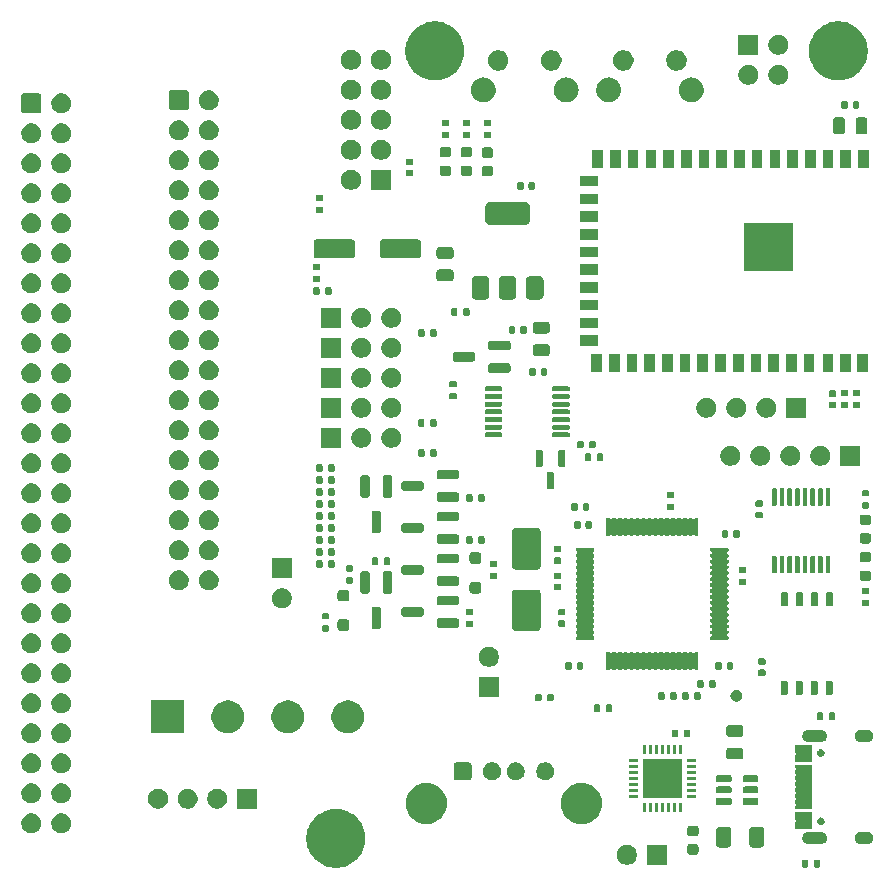
<source format=gbr>
%TF.GenerationSoftware,KiCad,Pcbnew,9.0.4-1.fc42*%
%TF.CreationDate,2025-09-30T23:52:09+02:00*%
%TF.ProjectId,SweFlopsMini8,53776546-6c6f-4707-934d-696e69382e6b,1.01*%
%TF.SameCoordinates,PX5243920PY1cca9b0*%
%TF.FileFunction,Soldermask,Top*%
%TF.FilePolarity,Negative*%
%FSLAX46Y46*%
G04 Gerber Fmt 4.6, Leading zero omitted, Abs format (unit mm)*
G04 Created by KiCad (PCBNEW 9.0.4-1.fc42) date 2025-09-30 23:52:09*
%MOMM*%
%LPD*%
G01*
G04 APERTURE LIST*
G04 APERTURE END LIST*
G36*
X18425766Y-92694322D02*
G01*
X18699089Y-92756707D01*
X18963709Y-92849301D01*
X19216297Y-92970941D01*
X19453678Y-93120098D01*
X19672866Y-93294895D01*
X19871105Y-93493134D01*
X20045902Y-93712322D01*
X20195059Y-93949703D01*
X20316699Y-94202291D01*
X20409293Y-94466911D01*
X20471678Y-94740234D01*
X20503067Y-95018824D01*
X20503067Y-95299176D01*
X20471678Y-95577766D01*
X20409293Y-95851089D01*
X20316699Y-96115709D01*
X20195059Y-96368297D01*
X20045902Y-96605678D01*
X19871105Y-96824866D01*
X19672866Y-97023105D01*
X19453678Y-97197902D01*
X19216297Y-97347059D01*
X18963709Y-97468699D01*
X18699089Y-97561293D01*
X18425766Y-97623678D01*
X18147176Y-97655067D01*
X17866824Y-97655067D01*
X17588234Y-97623678D01*
X17314911Y-97561293D01*
X17050291Y-97468699D01*
X16797703Y-97347059D01*
X16560322Y-97197902D01*
X16341134Y-97023105D01*
X16142895Y-96824866D01*
X15968098Y-96605678D01*
X15818941Y-96368297D01*
X15697301Y-96115709D01*
X15604707Y-95851089D01*
X15542322Y-95577766D01*
X15510933Y-95299176D01*
X15510933Y-95018824D01*
X15542322Y-94740234D01*
X15604707Y-94466911D01*
X15697301Y-94202291D01*
X15818941Y-93949703D01*
X15968098Y-93712322D01*
X16142895Y-93493134D01*
X16341134Y-93294895D01*
X16560322Y-93120098D01*
X16797703Y-92970941D01*
X17050291Y-92849301D01*
X17314911Y-92756707D01*
X17588234Y-92694322D01*
X17866824Y-92662933D01*
X18147176Y-92662933D01*
X18425766Y-92694322D01*
G37*
G36*
X57906662Y-97000276D02*
G01*
X57950459Y-97029541D01*
X57979724Y-97073338D01*
X57990000Y-97125000D01*
X57990000Y-97495000D01*
X57979724Y-97546662D01*
X57950459Y-97590459D01*
X57906662Y-97619724D01*
X57855000Y-97630000D01*
X57585000Y-97630000D01*
X57533338Y-97619724D01*
X57489541Y-97590459D01*
X57460276Y-97546662D01*
X57450000Y-97495000D01*
X57450000Y-97125000D01*
X57460276Y-97073338D01*
X57489541Y-97029541D01*
X57533338Y-97000276D01*
X57585000Y-96990000D01*
X57855000Y-96990000D01*
X57906662Y-97000276D01*
G37*
G36*
X58926662Y-97000276D02*
G01*
X58970459Y-97029541D01*
X58999724Y-97073338D01*
X59010000Y-97125000D01*
X59010000Y-97495000D01*
X58999724Y-97546662D01*
X58970459Y-97590459D01*
X58926662Y-97619724D01*
X58875000Y-97630000D01*
X58605000Y-97630000D01*
X58553338Y-97619724D01*
X58509541Y-97590459D01*
X58480276Y-97546662D01*
X58470000Y-97495000D01*
X58470000Y-97125000D01*
X58480276Y-97073338D01*
X58509541Y-97029541D01*
X58553338Y-97000276D01*
X58605000Y-96990000D01*
X58875000Y-96990000D01*
X58926662Y-97000276D01*
G37*
G36*
X46035000Y-97406000D02*
G01*
X44335000Y-97406000D01*
X44335000Y-95706000D01*
X46035000Y-95706000D01*
X46035000Y-97406000D01*
G37*
G36*
X42891742Y-95742601D02*
G01*
X43045687Y-95806367D01*
X43184234Y-95898941D01*
X43302059Y-96016766D01*
X43394633Y-96155313D01*
X43458399Y-96309258D01*
X43490907Y-96472685D01*
X43490907Y-96639315D01*
X43458399Y-96802742D01*
X43394633Y-96956687D01*
X43302059Y-97095234D01*
X43184234Y-97213059D01*
X43045687Y-97305633D01*
X42891742Y-97369399D01*
X42728315Y-97401907D01*
X42561685Y-97401907D01*
X42398258Y-97369399D01*
X42244313Y-97305633D01*
X42105766Y-97213059D01*
X41987941Y-97095234D01*
X41895367Y-96956687D01*
X41831601Y-96802742D01*
X41799093Y-96639315D01*
X41799093Y-96472685D01*
X41831601Y-96309258D01*
X41895367Y-96155313D01*
X41987941Y-96016766D01*
X42105766Y-95898941D01*
X42244313Y-95806367D01*
X42398258Y-95742601D01*
X42561685Y-95710093D01*
X42728315Y-95710093D01*
X42891742Y-95742601D01*
G37*
G36*
X48514791Y-95639931D02*
G01*
X48552514Y-95645427D01*
X48559438Y-95648811D01*
X48576104Y-95652127D01*
X48603054Y-95670134D01*
X48619736Y-95678290D01*
X48628750Y-95687304D01*
X48649099Y-95700901D01*
X48662695Y-95721249D01*
X48671709Y-95730263D01*
X48679863Y-95746942D01*
X48697873Y-95773896D01*
X48701188Y-95790563D01*
X48704572Y-95797485D01*
X48710065Y-95835192D01*
X48715000Y-95860000D01*
X48715000Y-96310000D01*
X48710064Y-96334810D01*
X48704572Y-96372514D01*
X48701188Y-96379434D01*
X48697873Y-96396104D01*
X48679861Y-96423060D01*
X48671709Y-96439736D01*
X48662697Y-96448747D01*
X48649099Y-96469099D01*
X48628747Y-96482697D01*
X48619736Y-96491709D01*
X48603060Y-96499861D01*
X48576104Y-96517873D01*
X48559434Y-96521188D01*
X48552514Y-96524572D01*
X48514810Y-96530064D01*
X48490000Y-96535000D01*
X47990000Y-96535000D01*
X47965192Y-96530065D01*
X47927485Y-96524572D01*
X47920563Y-96521188D01*
X47903896Y-96517873D01*
X47876942Y-96499863D01*
X47860263Y-96491709D01*
X47851249Y-96482695D01*
X47830901Y-96469099D01*
X47817304Y-96448750D01*
X47808290Y-96439736D01*
X47800134Y-96423054D01*
X47782127Y-96396104D01*
X47778811Y-96379438D01*
X47775427Y-96372514D01*
X47769931Y-96334791D01*
X47765000Y-96310000D01*
X47765000Y-95860000D01*
X47769930Y-95835211D01*
X47775427Y-95797485D01*
X47778812Y-95790560D01*
X47782127Y-95773896D01*
X47800133Y-95746948D01*
X47808290Y-95730263D01*
X47817306Y-95721246D01*
X47830901Y-95700901D01*
X47851246Y-95687306D01*
X47860263Y-95678290D01*
X47876948Y-95670133D01*
X47903896Y-95652127D01*
X47920560Y-95648812D01*
X47927485Y-95645427D01*
X47965211Y-95639930D01*
X47990000Y-95635000D01*
X48490000Y-95635000D01*
X48514791Y-95639931D01*
G37*
G36*
X51239797Y-94189932D02*
G01*
X51284650Y-94196467D01*
X51292882Y-94200491D01*
X51310671Y-94204030D01*
X51339440Y-94223253D01*
X51359263Y-94232944D01*
X51369973Y-94243654D01*
X51391777Y-94258223D01*
X51406345Y-94280026D01*
X51417055Y-94290736D01*
X51426744Y-94310556D01*
X51445970Y-94339329D01*
X51449508Y-94357119D01*
X51453532Y-94365349D01*
X51460064Y-94410187D01*
X51465000Y-94435000D01*
X51465000Y-95685000D01*
X51460063Y-95709816D01*
X51453532Y-95754650D01*
X51449509Y-95762878D01*
X51445970Y-95780671D01*
X51426742Y-95809446D01*
X51417055Y-95829263D01*
X51406347Y-95839970D01*
X51391777Y-95861777D01*
X51369970Y-95876347D01*
X51359263Y-95887055D01*
X51339446Y-95896742D01*
X51310671Y-95915970D01*
X51292878Y-95919509D01*
X51284650Y-95923532D01*
X51239814Y-95930064D01*
X51215000Y-95935000D01*
X50465000Y-95935000D01*
X50440186Y-95930064D01*
X50395349Y-95923532D01*
X50387119Y-95919508D01*
X50369329Y-95915970D01*
X50340556Y-95896744D01*
X50320736Y-95887055D01*
X50310026Y-95876345D01*
X50288223Y-95861777D01*
X50273654Y-95839973D01*
X50262944Y-95829263D01*
X50253253Y-95809440D01*
X50234030Y-95780671D01*
X50230491Y-95762882D01*
X50226467Y-95754650D01*
X50219932Y-95709796D01*
X50215000Y-95685000D01*
X50215000Y-94435000D01*
X50219931Y-94410205D01*
X50226467Y-94365349D01*
X50230491Y-94357115D01*
X50234030Y-94339329D01*
X50253251Y-94310561D01*
X50262944Y-94290736D01*
X50273656Y-94280023D01*
X50288223Y-94258223D01*
X50310023Y-94243656D01*
X50320736Y-94232944D01*
X50340561Y-94223251D01*
X50369329Y-94204030D01*
X50387115Y-94200491D01*
X50395349Y-94196467D01*
X50440206Y-94189931D01*
X50465000Y-94185000D01*
X51215000Y-94185000D01*
X51239797Y-94189932D01*
G37*
G36*
X54039797Y-94189932D02*
G01*
X54084650Y-94196467D01*
X54092882Y-94200491D01*
X54110671Y-94204030D01*
X54139440Y-94223253D01*
X54159263Y-94232944D01*
X54169973Y-94243654D01*
X54191777Y-94258223D01*
X54206345Y-94280026D01*
X54217055Y-94290736D01*
X54226744Y-94310556D01*
X54245970Y-94339329D01*
X54249508Y-94357119D01*
X54253532Y-94365349D01*
X54260064Y-94410187D01*
X54265000Y-94435000D01*
X54265000Y-95685000D01*
X54260063Y-95709816D01*
X54253532Y-95754650D01*
X54249509Y-95762878D01*
X54245970Y-95780671D01*
X54226742Y-95809446D01*
X54217055Y-95829263D01*
X54206347Y-95839970D01*
X54191777Y-95861777D01*
X54169970Y-95876347D01*
X54159263Y-95887055D01*
X54139446Y-95896742D01*
X54110671Y-95915970D01*
X54092878Y-95919509D01*
X54084650Y-95923532D01*
X54039814Y-95930064D01*
X54015000Y-95935000D01*
X53265000Y-95935000D01*
X53240186Y-95930064D01*
X53195349Y-95923532D01*
X53187119Y-95919508D01*
X53169329Y-95915970D01*
X53140556Y-95896744D01*
X53120736Y-95887055D01*
X53110026Y-95876345D01*
X53088223Y-95861777D01*
X53073654Y-95839973D01*
X53062944Y-95829263D01*
X53053253Y-95809440D01*
X53034030Y-95780671D01*
X53030491Y-95762882D01*
X53026467Y-95754650D01*
X53019932Y-95709796D01*
X53015000Y-95685000D01*
X53015000Y-94435000D01*
X53019931Y-94410205D01*
X53026467Y-94365349D01*
X53030491Y-94357115D01*
X53034030Y-94339329D01*
X53053251Y-94310561D01*
X53062944Y-94290736D01*
X53073656Y-94280023D01*
X53088223Y-94258223D01*
X53110023Y-94243656D01*
X53120736Y-94232944D01*
X53140561Y-94223251D01*
X53169329Y-94204030D01*
X53187115Y-94200491D01*
X53195349Y-94196467D01*
X53240206Y-94189931D01*
X53265000Y-94185000D01*
X54015000Y-94185000D01*
X54039797Y-94189932D01*
G37*
G36*
X59104153Y-94630600D02*
G01*
X59140918Y-94632406D01*
X59145446Y-94633306D01*
X59160263Y-94634278D01*
X59188882Y-94641946D01*
X59239965Y-94652107D01*
X59264072Y-94662093D01*
X59286342Y-94668060D01*
X59306312Y-94679589D01*
X59330413Y-94689573D01*
X59373702Y-94718497D01*
X59399381Y-94733323D01*
X59406408Y-94740350D01*
X59411809Y-94743959D01*
X59481040Y-94813190D01*
X59484648Y-94818590D01*
X59491677Y-94825619D01*
X59506504Y-94851301D01*
X59535426Y-94894586D01*
X59545408Y-94918684D01*
X59556940Y-94938658D01*
X59562907Y-94960931D01*
X59572892Y-94985034D01*
X59583051Y-95036109D01*
X59590722Y-95064737D01*
X59590722Y-95074672D01*
X59591990Y-95081047D01*
X59591990Y-95178952D01*
X59590722Y-95185326D01*
X59590722Y-95195263D01*
X59583050Y-95223893D01*
X59572892Y-95274965D01*
X59562908Y-95299066D01*
X59556940Y-95321342D01*
X59545406Y-95341318D01*
X59535426Y-95365413D01*
X59506508Y-95408691D01*
X59491677Y-95434381D01*
X59484646Y-95441411D01*
X59481040Y-95446809D01*
X59411809Y-95516040D01*
X59406411Y-95519646D01*
X59399381Y-95526677D01*
X59373691Y-95541508D01*
X59330413Y-95570426D01*
X59306318Y-95580406D01*
X59286342Y-95591940D01*
X59264066Y-95597908D01*
X59239965Y-95607892D01*
X59188897Y-95618049D01*
X59160263Y-95625722D01*
X59145439Y-95626693D01*
X59140918Y-95627593D01*
X59104168Y-95629398D01*
X59095000Y-95630000D01*
X59091939Y-95630000D01*
X57998061Y-95630000D01*
X57995000Y-95630000D01*
X57985832Y-95629399D01*
X57949081Y-95627593D01*
X57944559Y-95626693D01*
X57929737Y-95625722D01*
X57901105Y-95618050D01*
X57850034Y-95607892D01*
X57825931Y-95597907D01*
X57803658Y-95591940D01*
X57783684Y-95580408D01*
X57759586Y-95570426D01*
X57716301Y-95541504D01*
X57690619Y-95526677D01*
X57683590Y-95519648D01*
X57678190Y-95516040D01*
X57608959Y-95446809D01*
X57605350Y-95441408D01*
X57598323Y-95434381D01*
X57583497Y-95408702D01*
X57554573Y-95365413D01*
X57544589Y-95341312D01*
X57533060Y-95321342D01*
X57527093Y-95299072D01*
X57517107Y-95274965D01*
X57506947Y-95223886D01*
X57499278Y-95195263D01*
X57499278Y-95185327D01*
X57498010Y-95178952D01*
X57498010Y-95081047D01*
X57499278Y-95074671D01*
X57499278Y-95064737D01*
X57506946Y-95036116D01*
X57517107Y-94985034D01*
X57527093Y-94960924D01*
X57533060Y-94938658D01*
X57544588Y-94918690D01*
X57554573Y-94894586D01*
X57583501Y-94851290D01*
X57598323Y-94825619D01*
X57605348Y-94818593D01*
X57608959Y-94813190D01*
X57678190Y-94743959D01*
X57683593Y-94740348D01*
X57690619Y-94733323D01*
X57716290Y-94718501D01*
X57759586Y-94689573D01*
X57783690Y-94679588D01*
X57803658Y-94668060D01*
X57825924Y-94662093D01*
X57850034Y-94652107D01*
X57901120Y-94641945D01*
X57929737Y-94634278D01*
X57944551Y-94633306D01*
X57949081Y-94632406D01*
X57985847Y-94630599D01*
X57995000Y-94630000D01*
X59095000Y-94630000D01*
X59104153Y-94630600D01*
G37*
G36*
X63034153Y-94630600D02*
G01*
X63070918Y-94632406D01*
X63075446Y-94633306D01*
X63090263Y-94634278D01*
X63118882Y-94641946D01*
X63169965Y-94652107D01*
X63194072Y-94662093D01*
X63216342Y-94668060D01*
X63236312Y-94679589D01*
X63260413Y-94689573D01*
X63303702Y-94718497D01*
X63329381Y-94733323D01*
X63336408Y-94740350D01*
X63341809Y-94743959D01*
X63411040Y-94813190D01*
X63414648Y-94818590D01*
X63421677Y-94825619D01*
X63436504Y-94851301D01*
X63465426Y-94894586D01*
X63475408Y-94918684D01*
X63486940Y-94938658D01*
X63492907Y-94960931D01*
X63502892Y-94985034D01*
X63513051Y-95036109D01*
X63520722Y-95064737D01*
X63520722Y-95074672D01*
X63521990Y-95081047D01*
X63521990Y-95178952D01*
X63520722Y-95185326D01*
X63520722Y-95195263D01*
X63513050Y-95223893D01*
X63502892Y-95274965D01*
X63492908Y-95299066D01*
X63486940Y-95321342D01*
X63475406Y-95341318D01*
X63465426Y-95365413D01*
X63436508Y-95408691D01*
X63421677Y-95434381D01*
X63414646Y-95441411D01*
X63411040Y-95446809D01*
X63341809Y-95516040D01*
X63336411Y-95519646D01*
X63329381Y-95526677D01*
X63303691Y-95541508D01*
X63260413Y-95570426D01*
X63236318Y-95580406D01*
X63216342Y-95591940D01*
X63194066Y-95597908D01*
X63169965Y-95607892D01*
X63118897Y-95618049D01*
X63090263Y-95625722D01*
X63075439Y-95626693D01*
X63070918Y-95627593D01*
X63034168Y-95629398D01*
X63025000Y-95630000D01*
X63021939Y-95630000D01*
X62428061Y-95630000D01*
X62425000Y-95630000D01*
X62415832Y-95629399D01*
X62379081Y-95627593D01*
X62374559Y-95626693D01*
X62359737Y-95625722D01*
X62331105Y-95618050D01*
X62280034Y-95607892D01*
X62255931Y-95597907D01*
X62233658Y-95591940D01*
X62213684Y-95580408D01*
X62189586Y-95570426D01*
X62146301Y-95541504D01*
X62120619Y-95526677D01*
X62113590Y-95519648D01*
X62108190Y-95516040D01*
X62038959Y-95446809D01*
X62035350Y-95441408D01*
X62028323Y-95434381D01*
X62013497Y-95408702D01*
X61984573Y-95365413D01*
X61974589Y-95341312D01*
X61963060Y-95321342D01*
X61957093Y-95299072D01*
X61947107Y-95274965D01*
X61936947Y-95223886D01*
X61929278Y-95195263D01*
X61929278Y-95185327D01*
X61928010Y-95178952D01*
X61928010Y-95081047D01*
X61929278Y-95074671D01*
X61929278Y-95064737D01*
X61936946Y-95036116D01*
X61947107Y-94985034D01*
X61957093Y-94960924D01*
X61963060Y-94938658D01*
X61974588Y-94918690D01*
X61984573Y-94894586D01*
X62013501Y-94851290D01*
X62028323Y-94825619D01*
X62035348Y-94818593D01*
X62038959Y-94813190D01*
X62108190Y-94743959D01*
X62113593Y-94740348D01*
X62120619Y-94733323D01*
X62146290Y-94718501D01*
X62189586Y-94689573D01*
X62213690Y-94679588D01*
X62233658Y-94668060D01*
X62255924Y-94662093D01*
X62280034Y-94652107D01*
X62331120Y-94641945D01*
X62359737Y-94634278D01*
X62374551Y-94633306D01*
X62379081Y-94632406D01*
X62415847Y-94630599D01*
X62425000Y-94630000D01*
X63025000Y-94630000D01*
X63034153Y-94630600D01*
G37*
G36*
X48514791Y-94089931D02*
G01*
X48552514Y-94095427D01*
X48559438Y-94098811D01*
X48576104Y-94102127D01*
X48603054Y-94120134D01*
X48619736Y-94128290D01*
X48628750Y-94137304D01*
X48649099Y-94150901D01*
X48662695Y-94171249D01*
X48671709Y-94180263D01*
X48679863Y-94196942D01*
X48697873Y-94223896D01*
X48701188Y-94240563D01*
X48704572Y-94247485D01*
X48710065Y-94285192D01*
X48715000Y-94310000D01*
X48715000Y-94760000D01*
X48710064Y-94784810D01*
X48704572Y-94822514D01*
X48701188Y-94829434D01*
X48697873Y-94846104D01*
X48679861Y-94873060D01*
X48671709Y-94889736D01*
X48662697Y-94898747D01*
X48649099Y-94919099D01*
X48628747Y-94932697D01*
X48619736Y-94941709D01*
X48603060Y-94949861D01*
X48576104Y-94967873D01*
X48559434Y-94971188D01*
X48552514Y-94974572D01*
X48514810Y-94980064D01*
X48490000Y-94985000D01*
X47990000Y-94985000D01*
X47965192Y-94980065D01*
X47927485Y-94974572D01*
X47920563Y-94971188D01*
X47903896Y-94967873D01*
X47876942Y-94949863D01*
X47860263Y-94941709D01*
X47851249Y-94932695D01*
X47830901Y-94919099D01*
X47817304Y-94898750D01*
X47808290Y-94889736D01*
X47800134Y-94873054D01*
X47782127Y-94846104D01*
X47778811Y-94829438D01*
X47775427Y-94822514D01*
X47769931Y-94784791D01*
X47765000Y-94760000D01*
X47765000Y-94310000D01*
X47769930Y-94285211D01*
X47775427Y-94247485D01*
X47778812Y-94240560D01*
X47782127Y-94223896D01*
X47800133Y-94196948D01*
X47808290Y-94180263D01*
X47817306Y-94171246D01*
X47830901Y-94150901D01*
X47851246Y-94137306D01*
X47860263Y-94128290D01*
X47876948Y-94120133D01*
X47903896Y-94102127D01*
X47920560Y-94098812D01*
X47927485Y-94095427D01*
X47965211Y-94089930D01*
X47990000Y-94085000D01*
X48490000Y-94085000D01*
X48514791Y-94089931D01*
G37*
G36*
X-7527258Y-93075601D02*
G01*
X-7373313Y-93139367D01*
X-7234766Y-93231941D01*
X-7116941Y-93349766D01*
X-7024367Y-93488313D01*
X-6960601Y-93642258D01*
X-6928093Y-93805685D01*
X-6928093Y-93972315D01*
X-6960601Y-94135742D01*
X-7024367Y-94289687D01*
X-7116941Y-94428234D01*
X-7234766Y-94546059D01*
X-7373313Y-94638633D01*
X-7527258Y-94702399D01*
X-7690685Y-94734907D01*
X-7857315Y-94734907D01*
X-8020742Y-94702399D01*
X-8174687Y-94638633D01*
X-8313234Y-94546059D01*
X-8431059Y-94428234D01*
X-8523633Y-94289687D01*
X-8587399Y-94135742D01*
X-8619907Y-93972315D01*
X-8619907Y-93805685D01*
X-8587399Y-93642258D01*
X-8523633Y-93488313D01*
X-8431059Y-93349766D01*
X-8313234Y-93231941D01*
X-8174687Y-93139367D01*
X-8020742Y-93075601D01*
X-7857315Y-93043093D01*
X-7690685Y-93043093D01*
X-7527258Y-93075601D01*
G37*
G36*
X-4987258Y-93075601D02*
G01*
X-4833313Y-93139367D01*
X-4694766Y-93231941D01*
X-4576941Y-93349766D01*
X-4484367Y-93488313D01*
X-4420601Y-93642258D01*
X-4388093Y-93805685D01*
X-4388093Y-93972315D01*
X-4420601Y-94135742D01*
X-4484367Y-94289687D01*
X-4576941Y-94428234D01*
X-4694766Y-94546059D01*
X-4833313Y-94638633D01*
X-4987258Y-94702399D01*
X-5150685Y-94734907D01*
X-5317315Y-94734907D01*
X-5480742Y-94702399D01*
X-5634687Y-94638633D01*
X-5773234Y-94546059D01*
X-5891059Y-94428234D01*
X-5983633Y-94289687D01*
X-6047399Y-94135742D01*
X-6079907Y-93972315D01*
X-6079907Y-93805685D01*
X-6047399Y-93642258D01*
X-5983633Y-93488313D01*
X-5891059Y-93349766D01*
X-5773234Y-93231941D01*
X-5634687Y-93139367D01*
X-5480742Y-93075601D01*
X-5317315Y-93043093D01*
X-5150685Y-93043093D01*
X-4987258Y-93075601D01*
G37*
G36*
X58355000Y-93560000D02*
G01*
X58352111Y-93560000D01*
X58318982Y-93609582D01*
X58318982Y-93685418D01*
X58352112Y-93735000D01*
X58355000Y-93735000D01*
X58355000Y-94335000D01*
X56905000Y-94335000D01*
X56905000Y-93735000D01*
X56907886Y-93735000D01*
X56941017Y-93685416D01*
X56941017Y-93609584D01*
X56907887Y-93560000D01*
X56905000Y-93560000D01*
X56905000Y-92960000D01*
X58355000Y-92960000D01*
X58355000Y-93560000D01*
G37*
G36*
X59199372Y-93399739D02*
G01*
X59272847Y-93442160D01*
X59332840Y-93502153D01*
X59375261Y-93575628D01*
X59397220Y-93657579D01*
X59397220Y-93742421D01*
X59375261Y-93824372D01*
X59332840Y-93897847D01*
X59272847Y-93957840D01*
X59199372Y-94000261D01*
X59117421Y-94022220D01*
X59032579Y-94022220D01*
X58950628Y-94000261D01*
X58877153Y-93957840D01*
X58817160Y-93897847D01*
X58774739Y-93824372D01*
X58752780Y-93742421D01*
X58752780Y-93657579D01*
X58774739Y-93575628D01*
X58817160Y-93502153D01*
X58877153Y-93442160D01*
X58950628Y-93399739D01*
X59032579Y-93377780D01*
X59117421Y-93377780D01*
X59199372Y-93399739D01*
G37*
G36*
X26002408Y-90474126D02*
G01*
X26223519Y-90533372D01*
X26435005Y-90620973D01*
X26633248Y-90735428D01*
X26814855Y-90874780D01*
X26976720Y-91036645D01*
X27116072Y-91218252D01*
X27230527Y-91416495D01*
X27318128Y-91627981D01*
X27377374Y-91849092D01*
X27407253Y-92076045D01*
X27407253Y-92304955D01*
X27377374Y-92531908D01*
X27318128Y-92753019D01*
X27230527Y-92964505D01*
X27116072Y-93162748D01*
X26976720Y-93344355D01*
X26814855Y-93506220D01*
X26633248Y-93645572D01*
X26435005Y-93760027D01*
X26223519Y-93847628D01*
X26002408Y-93906874D01*
X25775455Y-93936753D01*
X25546545Y-93936753D01*
X25319592Y-93906874D01*
X25098481Y-93847628D01*
X24886995Y-93760027D01*
X24688752Y-93645572D01*
X24507145Y-93506220D01*
X24345280Y-93344355D01*
X24205928Y-93162748D01*
X24091473Y-92964505D01*
X24003872Y-92753019D01*
X23944626Y-92531908D01*
X23914747Y-92304955D01*
X23914747Y-92076045D01*
X23944626Y-91849092D01*
X24003872Y-91627981D01*
X24091473Y-91416495D01*
X24205928Y-91218252D01*
X24345280Y-91036645D01*
X24507145Y-90874780D01*
X24688752Y-90735428D01*
X24886995Y-90620973D01*
X25098481Y-90533372D01*
X25319592Y-90474126D01*
X25546545Y-90444247D01*
X25775455Y-90444247D01*
X26002408Y-90474126D01*
G37*
G36*
X39142408Y-90474126D02*
G01*
X39363519Y-90533372D01*
X39575005Y-90620973D01*
X39773248Y-90735428D01*
X39954855Y-90874780D01*
X40116720Y-91036645D01*
X40256072Y-91218252D01*
X40370527Y-91416495D01*
X40458128Y-91627981D01*
X40517374Y-91849092D01*
X40547253Y-92076045D01*
X40547253Y-92304955D01*
X40517374Y-92531908D01*
X40458128Y-92753019D01*
X40370527Y-92964505D01*
X40256072Y-93162748D01*
X40116720Y-93344355D01*
X39954855Y-93506220D01*
X39773248Y-93645572D01*
X39575005Y-93760027D01*
X39363519Y-93847628D01*
X39142408Y-93906874D01*
X38915455Y-93936753D01*
X38686545Y-93936753D01*
X38459592Y-93906874D01*
X38238481Y-93847628D01*
X38026995Y-93760027D01*
X37828752Y-93645572D01*
X37647145Y-93506220D01*
X37485280Y-93344355D01*
X37345928Y-93162748D01*
X37231473Y-92964505D01*
X37143872Y-92753019D01*
X37084626Y-92531908D01*
X37054747Y-92304955D01*
X37054747Y-92076045D01*
X37084626Y-91849092D01*
X37143872Y-91627981D01*
X37231473Y-91416495D01*
X37345928Y-91218252D01*
X37485280Y-91036645D01*
X37647145Y-90874780D01*
X37828752Y-90735428D01*
X38026995Y-90620973D01*
X38238481Y-90533372D01*
X38459592Y-90474126D01*
X38686545Y-90444247D01*
X38915455Y-90444247D01*
X39142408Y-90474126D01*
G37*
G36*
X44242418Y-92141758D02*
G01*
X44262694Y-92155306D01*
X44276242Y-92175582D01*
X44281000Y-92199500D01*
X44281000Y-92874500D01*
X44276242Y-92898418D01*
X44262694Y-92918694D01*
X44242418Y-92932242D01*
X44218500Y-92937000D01*
X44093500Y-92937000D01*
X44069582Y-92932242D01*
X44049306Y-92918694D01*
X44035758Y-92898418D01*
X44031000Y-92874500D01*
X44031000Y-92199500D01*
X44035758Y-92175582D01*
X44049306Y-92155306D01*
X44069582Y-92141758D01*
X44093500Y-92137000D01*
X44218500Y-92137000D01*
X44242418Y-92141758D01*
G37*
G36*
X44742418Y-92141758D02*
G01*
X44762694Y-92155306D01*
X44776242Y-92175582D01*
X44781000Y-92199500D01*
X44781000Y-92874500D01*
X44776242Y-92898418D01*
X44762694Y-92918694D01*
X44742418Y-92932242D01*
X44718500Y-92937000D01*
X44593500Y-92937000D01*
X44569582Y-92932242D01*
X44549306Y-92918694D01*
X44535758Y-92898418D01*
X44531000Y-92874500D01*
X44531000Y-92199500D01*
X44535758Y-92175582D01*
X44549306Y-92155306D01*
X44569582Y-92141758D01*
X44593500Y-92137000D01*
X44718500Y-92137000D01*
X44742418Y-92141758D01*
G37*
G36*
X45242418Y-92141758D02*
G01*
X45262694Y-92155306D01*
X45276242Y-92175582D01*
X45281000Y-92199500D01*
X45281000Y-92874500D01*
X45276242Y-92898418D01*
X45262694Y-92918694D01*
X45242418Y-92932242D01*
X45218500Y-92937000D01*
X45093500Y-92937000D01*
X45069582Y-92932242D01*
X45049306Y-92918694D01*
X45035758Y-92898418D01*
X45031000Y-92874500D01*
X45031000Y-92199500D01*
X45035758Y-92175582D01*
X45049306Y-92155306D01*
X45069582Y-92141758D01*
X45093500Y-92137000D01*
X45218500Y-92137000D01*
X45242418Y-92141758D01*
G37*
G36*
X45742418Y-92141758D02*
G01*
X45762694Y-92155306D01*
X45776242Y-92175582D01*
X45781000Y-92199500D01*
X45781000Y-92874500D01*
X45776242Y-92898418D01*
X45762694Y-92918694D01*
X45742418Y-92932242D01*
X45718500Y-92937000D01*
X45593500Y-92937000D01*
X45569582Y-92932242D01*
X45549306Y-92918694D01*
X45535758Y-92898418D01*
X45531000Y-92874500D01*
X45531000Y-92199500D01*
X45535758Y-92175582D01*
X45549306Y-92155306D01*
X45569582Y-92141758D01*
X45593500Y-92137000D01*
X45718500Y-92137000D01*
X45742418Y-92141758D01*
G37*
G36*
X46242418Y-92141758D02*
G01*
X46262694Y-92155306D01*
X46276242Y-92175582D01*
X46281000Y-92199500D01*
X46281000Y-92874500D01*
X46276242Y-92898418D01*
X46262694Y-92918694D01*
X46242418Y-92932242D01*
X46218500Y-92937000D01*
X46093500Y-92937000D01*
X46069582Y-92932242D01*
X46049306Y-92918694D01*
X46035758Y-92898418D01*
X46031000Y-92874500D01*
X46031000Y-92199500D01*
X46035758Y-92175582D01*
X46049306Y-92155306D01*
X46069582Y-92141758D01*
X46093500Y-92137000D01*
X46218500Y-92137000D01*
X46242418Y-92141758D01*
G37*
G36*
X46742418Y-92141758D02*
G01*
X46762694Y-92155306D01*
X46776242Y-92175582D01*
X46781000Y-92199500D01*
X46781000Y-92874500D01*
X46776242Y-92898418D01*
X46762694Y-92918694D01*
X46742418Y-92932242D01*
X46718500Y-92937000D01*
X46593500Y-92937000D01*
X46569582Y-92932242D01*
X46549306Y-92918694D01*
X46535758Y-92898418D01*
X46531000Y-92874500D01*
X46531000Y-92199500D01*
X46535758Y-92175582D01*
X46549306Y-92155306D01*
X46569582Y-92141758D01*
X46593500Y-92137000D01*
X46718500Y-92137000D01*
X46742418Y-92141758D01*
G37*
G36*
X47242418Y-92141758D02*
G01*
X47262694Y-92155306D01*
X47276242Y-92175582D01*
X47281000Y-92199500D01*
X47281000Y-92874500D01*
X47276242Y-92898418D01*
X47262694Y-92918694D01*
X47242418Y-92932242D01*
X47218500Y-92937000D01*
X47093500Y-92937000D01*
X47069582Y-92932242D01*
X47049306Y-92918694D01*
X47035758Y-92898418D01*
X47031000Y-92874500D01*
X47031000Y-92199500D01*
X47035758Y-92175582D01*
X47049306Y-92155306D01*
X47069582Y-92141758D01*
X47093500Y-92137000D01*
X47218500Y-92137000D01*
X47242418Y-92141758D01*
G37*
G36*
X58355000Y-89210000D02*
G01*
X58350675Y-89210000D01*
X58301009Y-89243184D01*
X58301009Y-89376816D01*
X58350677Y-89410000D01*
X58355000Y-89410000D01*
X58355000Y-89710000D01*
X58350675Y-89710000D01*
X58301009Y-89743184D01*
X58301009Y-89876816D01*
X58350677Y-89910000D01*
X58355000Y-89910000D01*
X58355000Y-90210000D01*
X58350675Y-90210000D01*
X58301009Y-90243184D01*
X58301009Y-90376816D01*
X58350677Y-90410000D01*
X58355000Y-90410000D01*
X58355000Y-90710000D01*
X58350675Y-90710000D01*
X58301009Y-90743184D01*
X58301009Y-90876816D01*
X58350677Y-90910000D01*
X58355000Y-90910000D01*
X58355000Y-91210000D01*
X58350675Y-91210000D01*
X58301009Y-91243184D01*
X58301009Y-91376816D01*
X58350677Y-91410000D01*
X58355000Y-91410000D01*
X58355000Y-91710000D01*
X58350675Y-91710000D01*
X58301009Y-91743184D01*
X58301009Y-91876816D01*
X58350677Y-91910000D01*
X58355000Y-91910000D01*
X58355000Y-92210000D01*
X58350675Y-92210000D01*
X58301009Y-92243184D01*
X58301009Y-92376816D01*
X58350677Y-92410000D01*
X58355000Y-92410000D01*
X58355000Y-92710000D01*
X56905000Y-92710000D01*
X56905000Y-92410000D01*
X56909322Y-92410000D01*
X56958990Y-92376814D01*
X56958990Y-92243186D01*
X56909323Y-92210000D01*
X56905000Y-92210000D01*
X56905000Y-91910000D01*
X56909322Y-91910000D01*
X56958990Y-91876814D01*
X56958990Y-91743186D01*
X56909323Y-91710000D01*
X56905000Y-91710000D01*
X56905000Y-91410000D01*
X56909322Y-91410000D01*
X56958990Y-91376814D01*
X56958990Y-91243186D01*
X56909323Y-91210000D01*
X56905000Y-91210000D01*
X56905000Y-90910000D01*
X56909322Y-90910000D01*
X56958990Y-90876814D01*
X56958990Y-90743186D01*
X56909323Y-90710000D01*
X56905000Y-90710000D01*
X56905000Y-90410000D01*
X56909322Y-90410000D01*
X56958990Y-90376814D01*
X56958990Y-90243186D01*
X56909323Y-90210000D01*
X56905000Y-90210000D01*
X56905000Y-89910000D01*
X56909322Y-89910000D01*
X56958990Y-89876814D01*
X56958990Y-89743186D01*
X56909323Y-89710000D01*
X56905000Y-89710000D01*
X56905000Y-89410000D01*
X56909322Y-89410000D01*
X56958990Y-89376814D01*
X56958990Y-89243186D01*
X56909323Y-89210000D01*
X56905000Y-89210000D01*
X56905000Y-88910000D01*
X58355000Y-88910000D01*
X58355000Y-89210000D01*
G37*
G36*
X11304000Y-92654000D02*
G01*
X9604000Y-92654000D01*
X9604000Y-90954000D01*
X11304000Y-90954000D01*
X11304000Y-92654000D01*
G37*
G36*
X3200742Y-90990601D02*
G01*
X3354687Y-91054367D01*
X3493234Y-91146941D01*
X3611059Y-91264766D01*
X3703633Y-91403313D01*
X3767399Y-91557258D01*
X3799907Y-91720685D01*
X3799907Y-91887315D01*
X3767399Y-92050742D01*
X3703633Y-92204687D01*
X3611059Y-92343234D01*
X3493234Y-92461059D01*
X3354687Y-92553633D01*
X3200742Y-92617399D01*
X3037315Y-92649907D01*
X2870685Y-92649907D01*
X2707258Y-92617399D01*
X2553313Y-92553633D01*
X2414766Y-92461059D01*
X2296941Y-92343234D01*
X2204367Y-92204687D01*
X2140601Y-92050742D01*
X2108093Y-91887315D01*
X2108093Y-91720685D01*
X2140601Y-91557258D01*
X2204367Y-91403313D01*
X2296941Y-91264766D01*
X2414766Y-91146941D01*
X2553313Y-91054367D01*
X2707258Y-90990601D01*
X2870685Y-90958093D01*
X3037315Y-90958093D01*
X3200742Y-90990601D01*
G37*
G36*
X5700742Y-90990601D02*
G01*
X5854687Y-91054367D01*
X5993234Y-91146941D01*
X6111059Y-91264766D01*
X6203633Y-91403313D01*
X6267399Y-91557258D01*
X6299907Y-91720685D01*
X6299907Y-91887315D01*
X6267399Y-92050742D01*
X6203633Y-92204687D01*
X6111059Y-92343234D01*
X5993234Y-92461059D01*
X5854687Y-92553633D01*
X5700742Y-92617399D01*
X5537315Y-92649907D01*
X5370685Y-92649907D01*
X5207258Y-92617399D01*
X5053313Y-92553633D01*
X4914766Y-92461059D01*
X4796941Y-92343234D01*
X4704367Y-92204687D01*
X4640601Y-92050742D01*
X4608093Y-91887315D01*
X4608093Y-91720685D01*
X4640601Y-91557258D01*
X4704367Y-91403313D01*
X4796941Y-91264766D01*
X4914766Y-91146941D01*
X5053313Y-91054367D01*
X5207258Y-90990601D01*
X5370685Y-90958093D01*
X5537315Y-90958093D01*
X5700742Y-90990601D01*
G37*
G36*
X8200742Y-90990601D02*
G01*
X8354687Y-91054367D01*
X8493234Y-91146941D01*
X8611059Y-91264766D01*
X8703633Y-91403313D01*
X8767399Y-91557258D01*
X8799907Y-91720685D01*
X8799907Y-91887315D01*
X8767399Y-92050742D01*
X8703633Y-92204687D01*
X8611059Y-92343234D01*
X8493234Y-92461059D01*
X8354687Y-92553633D01*
X8200742Y-92617399D01*
X8037315Y-92649907D01*
X7870685Y-92649907D01*
X7707258Y-92617399D01*
X7553313Y-92553633D01*
X7414766Y-92461059D01*
X7296941Y-92343234D01*
X7204367Y-92204687D01*
X7140601Y-92050742D01*
X7108093Y-91887315D01*
X7108093Y-91720685D01*
X7140601Y-91557258D01*
X7204367Y-91403313D01*
X7296941Y-91264766D01*
X7414766Y-91146941D01*
X7553313Y-91054367D01*
X7707258Y-90990601D01*
X7870685Y-90958093D01*
X8037315Y-90958093D01*
X8200742Y-90990601D01*
G37*
G36*
X51422403Y-91721418D02*
G01*
X51471066Y-91753934D01*
X51503582Y-91802597D01*
X51515000Y-91860000D01*
X51515000Y-92160000D01*
X51503582Y-92217403D01*
X51471066Y-92266066D01*
X51422403Y-92298582D01*
X51365000Y-92310000D01*
X50340000Y-92310000D01*
X50282597Y-92298582D01*
X50233934Y-92266066D01*
X50201418Y-92217403D01*
X50190000Y-92160000D01*
X50190000Y-91860000D01*
X50201418Y-91802597D01*
X50233934Y-91753934D01*
X50282597Y-91721418D01*
X50340000Y-91710000D01*
X51365000Y-91710000D01*
X51422403Y-91721418D01*
G37*
G36*
X53697403Y-91721418D02*
G01*
X53746066Y-91753934D01*
X53778582Y-91802597D01*
X53790000Y-91860000D01*
X53790000Y-92160000D01*
X53778582Y-92217403D01*
X53746066Y-92266066D01*
X53697403Y-92298582D01*
X53640000Y-92310000D01*
X52615000Y-92310000D01*
X52557597Y-92298582D01*
X52508934Y-92266066D01*
X52476418Y-92217403D01*
X52465000Y-92160000D01*
X52465000Y-91860000D01*
X52476418Y-91802597D01*
X52508934Y-91753934D01*
X52557597Y-91721418D01*
X52615000Y-91710000D01*
X53640000Y-91710000D01*
X53697403Y-91721418D01*
G37*
G36*
X-7527258Y-90535601D02*
G01*
X-7373313Y-90599367D01*
X-7234766Y-90691941D01*
X-7116941Y-90809766D01*
X-7024367Y-90948313D01*
X-6960601Y-91102258D01*
X-6928093Y-91265685D01*
X-6928093Y-91432315D01*
X-6960601Y-91595742D01*
X-7024367Y-91749687D01*
X-7116941Y-91888234D01*
X-7234766Y-92006059D01*
X-7373313Y-92098633D01*
X-7527258Y-92162399D01*
X-7690685Y-92194907D01*
X-7857315Y-92194907D01*
X-8020742Y-92162399D01*
X-8174687Y-92098633D01*
X-8313234Y-92006059D01*
X-8431059Y-91888234D01*
X-8523633Y-91749687D01*
X-8587399Y-91595742D01*
X-8619907Y-91432315D01*
X-8619907Y-91265685D01*
X-8587399Y-91102258D01*
X-8523633Y-90948313D01*
X-8431059Y-90809766D01*
X-8313234Y-90691941D01*
X-8174687Y-90599367D01*
X-8020742Y-90535601D01*
X-7857315Y-90503093D01*
X-7690685Y-90503093D01*
X-7527258Y-90535601D01*
G37*
G36*
X-4987258Y-90535601D02*
G01*
X-4833313Y-90599367D01*
X-4694766Y-90691941D01*
X-4576941Y-90809766D01*
X-4484367Y-90948313D01*
X-4420601Y-91102258D01*
X-4388093Y-91265685D01*
X-4388093Y-91432315D01*
X-4420601Y-91595742D01*
X-4484367Y-91749687D01*
X-4576941Y-91888234D01*
X-4694766Y-92006059D01*
X-4833313Y-92098633D01*
X-4987258Y-92162399D01*
X-5150685Y-92194907D01*
X-5317315Y-92194907D01*
X-5480742Y-92162399D01*
X-5634687Y-92098633D01*
X-5773234Y-92006059D01*
X-5891059Y-91888234D01*
X-5983633Y-91749687D01*
X-6047399Y-91595742D01*
X-6079907Y-91432315D01*
X-6079907Y-91265685D01*
X-6047399Y-91102258D01*
X-5983633Y-90948313D01*
X-5891059Y-90809766D01*
X-5773234Y-90691941D01*
X-5634687Y-90599367D01*
X-5480742Y-90535601D01*
X-5317315Y-90503093D01*
X-5150685Y-90503093D01*
X-4987258Y-90535601D01*
G37*
G36*
X47331000Y-91762000D02*
G01*
X43981000Y-91762000D01*
X43981000Y-88412000D01*
X47331000Y-88412000D01*
X47331000Y-91762000D01*
G37*
G36*
X43567418Y-91466758D02*
G01*
X43587694Y-91480306D01*
X43601242Y-91500582D01*
X43606000Y-91524500D01*
X43606000Y-91649500D01*
X43601242Y-91673418D01*
X43587694Y-91693694D01*
X43567418Y-91707242D01*
X43543500Y-91712000D01*
X42868500Y-91712000D01*
X42844582Y-91707242D01*
X42824306Y-91693694D01*
X42810758Y-91673418D01*
X42806000Y-91649500D01*
X42806000Y-91524500D01*
X42810758Y-91500582D01*
X42824306Y-91480306D01*
X42844582Y-91466758D01*
X42868500Y-91462000D01*
X43543500Y-91462000D01*
X43567418Y-91466758D01*
G37*
G36*
X48467418Y-91466758D02*
G01*
X48487694Y-91480306D01*
X48501242Y-91500582D01*
X48506000Y-91524500D01*
X48506000Y-91649500D01*
X48501242Y-91673418D01*
X48487694Y-91693694D01*
X48467418Y-91707242D01*
X48443500Y-91712000D01*
X47768500Y-91712000D01*
X47744582Y-91707242D01*
X47724306Y-91693694D01*
X47710758Y-91673418D01*
X47706000Y-91649500D01*
X47706000Y-91524500D01*
X47710758Y-91500582D01*
X47724306Y-91480306D01*
X47744582Y-91466758D01*
X47768500Y-91462000D01*
X48443500Y-91462000D01*
X48467418Y-91466758D01*
G37*
G36*
X51422403Y-90771418D02*
G01*
X51471066Y-90803934D01*
X51503582Y-90852597D01*
X51515000Y-90910000D01*
X51515000Y-91210000D01*
X51503582Y-91267403D01*
X51471066Y-91316066D01*
X51422403Y-91348582D01*
X51365000Y-91360000D01*
X50340000Y-91360000D01*
X50282597Y-91348582D01*
X50233934Y-91316066D01*
X50201418Y-91267403D01*
X50190000Y-91210000D01*
X50190000Y-90910000D01*
X50201418Y-90852597D01*
X50233934Y-90803934D01*
X50282597Y-90771418D01*
X50340000Y-90760000D01*
X51365000Y-90760000D01*
X51422403Y-90771418D01*
G37*
G36*
X53697403Y-90771418D02*
G01*
X53746066Y-90803934D01*
X53778582Y-90852597D01*
X53790000Y-90910000D01*
X53790000Y-91210000D01*
X53778582Y-91267403D01*
X53746066Y-91316066D01*
X53697403Y-91348582D01*
X53640000Y-91360000D01*
X52615000Y-91360000D01*
X52557597Y-91348582D01*
X52508934Y-91316066D01*
X52476418Y-91267403D01*
X52465000Y-91210000D01*
X52465000Y-90910000D01*
X52476418Y-90852597D01*
X52508934Y-90803934D01*
X52557597Y-90771418D01*
X52615000Y-90760000D01*
X53640000Y-90760000D01*
X53697403Y-90771418D01*
G37*
G36*
X43567418Y-90966758D02*
G01*
X43587694Y-90980306D01*
X43601242Y-91000582D01*
X43606000Y-91024500D01*
X43606000Y-91149500D01*
X43601242Y-91173418D01*
X43587694Y-91193694D01*
X43567418Y-91207242D01*
X43543500Y-91212000D01*
X42868500Y-91212000D01*
X42844582Y-91207242D01*
X42824306Y-91193694D01*
X42810758Y-91173418D01*
X42806000Y-91149500D01*
X42806000Y-91024500D01*
X42810758Y-91000582D01*
X42824306Y-90980306D01*
X42844582Y-90966758D01*
X42868500Y-90962000D01*
X43543500Y-90962000D01*
X43567418Y-90966758D01*
G37*
G36*
X48467418Y-90966758D02*
G01*
X48487694Y-90980306D01*
X48501242Y-91000582D01*
X48506000Y-91024500D01*
X48506000Y-91149500D01*
X48501242Y-91173418D01*
X48487694Y-91193694D01*
X48467418Y-91207242D01*
X48443500Y-91212000D01*
X47768500Y-91212000D01*
X47744582Y-91207242D01*
X47724306Y-91193694D01*
X47710758Y-91173418D01*
X47706000Y-91149500D01*
X47706000Y-91024500D01*
X47710758Y-91000582D01*
X47724306Y-90980306D01*
X47744582Y-90966758D01*
X47768500Y-90962000D01*
X48443500Y-90962000D01*
X48467418Y-90966758D01*
G37*
G36*
X43567418Y-90466758D02*
G01*
X43587694Y-90480306D01*
X43601242Y-90500582D01*
X43606000Y-90524500D01*
X43606000Y-90649500D01*
X43601242Y-90673418D01*
X43587694Y-90693694D01*
X43567418Y-90707242D01*
X43543500Y-90712000D01*
X42868500Y-90712000D01*
X42844582Y-90707242D01*
X42824306Y-90693694D01*
X42810758Y-90673418D01*
X42806000Y-90649500D01*
X42806000Y-90524500D01*
X42810758Y-90500582D01*
X42824306Y-90480306D01*
X42844582Y-90466758D01*
X42868500Y-90462000D01*
X43543500Y-90462000D01*
X43567418Y-90466758D01*
G37*
G36*
X48467418Y-90466758D02*
G01*
X48487694Y-90480306D01*
X48501242Y-90500582D01*
X48506000Y-90524500D01*
X48506000Y-90649500D01*
X48501242Y-90673418D01*
X48487694Y-90693694D01*
X48467418Y-90707242D01*
X48443500Y-90712000D01*
X47768500Y-90712000D01*
X47744582Y-90707242D01*
X47724306Y-90693694D01*
X47710758Y-90673418D01*
X47706000Y-90649500D01*
X47706000Y-90524500D01*
X47710758Y-90500582D01*
X47724306Y-90480306D01*
X47744582Y-90466758D01*
X47768500Y-90462000D01*
X48443500Y-90462000D01*
X48467418Y-90466758D01*
G37*
G36*
X51422403Y-89821418D02*
G01*
X51471066Y-89853934D01*
X51503582Y-89902597D01*
X51515000Y-89960000D01*
X51515000Y-90260000D01*
X51503582Y-90317403D01*
X51471066Y-90366066D01*
X51422403Y-90398582D01*
X51365000Y-90410000D01*
X50340000Y-90410000D01*
X50282597Y-90398582D01*
X50233934Y-90366066D01*
X50201418Y-90317403D01*
X50190000Y-90260000D01*
X50190000Y-89960000D01*
X50201418Y-89902597D01*
X50233934Y-89853934D01*
X50282597Y-89821418D01*
X50340000Y-89810000D01*
X51365000Y-89810000D01*
X51422403Y-89821418D01*
G37*
G36*
X53697403Y-89821418D02*
G01*
X53746066Y-89853934D01*
X53778582Y-89902597D01*
X53790000Y-89960000D01*
X53790000Y-90260000D01*
X53778582Y-90317403D01*
X53746066Y-90366066D01*
X53697403Y-90398582D01*
X53640000Y-90410000D01*
X52615000Y-90410000D01*
X52557597Y-90398582D01*
X52508934Y-90366066D01*
X52476418Y-90317403D01*
X52465000Y-90260000D01*
X52465000Y-89960000D01*
X52476418Y-89902597D01*
X52508934Y-89853934D01*
X52557597Y-89821418D01*
X52615000Y-89810000D01*
X53640000Y-89810000D01*
X53697403Y-89821418D01*
G37*
G36*
X29267797Y-88723432D02*
G01*
X29312650Y-88729967D01*
X29320882Y-88733991D01*
X29338671Y-88737530D01*
X29367440Y-88756753D01*
X29387263Y-88766444D01*
X29397973Y-88777154D01*
X29419777Y-88791723D01*
X29434345Y-88813526D01*
X29445055Y-88824236D01*
X29454744Y-88844056D01*
X29473970Y-88872829D01*
X29477508Y-88890619D01*
X29481532Y-88898849D01*
X29488064Y-88943687D01*
X29493000Y-88968500D01*
X29493000Y-89992500D01*
X29488063Y-90017316D01*
X29481532Y-90062150D01*
X29477509Y-90070378D01*
X29473970Y-90088171D01*
X29454742Y-90116946D01*
X29445055Y-90136763D01*
X29434347Y-90147470D01*
X29419777Y-90169277D01*
X29397970Y-90183847D01*
X29387263Y-90194555D01*
X29367446Y-90204242D01*
X29338671Y-90223470D01*
X29320878Y-90227009D01*
X29312650Y-90231032D01*
X29267814Y-90237564D01*
X29243000Y-90242500D01*
X28219000Y-90242500D01*
X28194186Y-90237564D01*
X28149349Y-90231032D01*
X28141119Y-90227008D01*
X28123329Y-90223470D01*
X28094556Y-90204244D01*
X28074736Y-90194555D01*
X28064026Y-90183845D01*
X28042223Y-90169277D01*
X28027654Y-90147473D01*
X28016944Y-90136763D01*
X28007253Y-90116940D01*
X27988030Y-90088171D01*
X27984491Y-90070382D01*
X27980467Y-90062150D01*
X27973932Y-90017296D01*
X27969000Y-89992500D01*
X27969000Y-88968500D01*
X27973931Y-88943705D01*
X27980467Y-88898849D01*
X27984491Y-88890615D01*
X27988030Y-88872829D01*
X28007251Y-88844061D01*
X28016944Y-88824236D01*
X28027656Y-88813523D01*
X28042223Y-88791723D01*
X28064023Y-88777156D01*
X28074736Y-88766444D01*
X28094561Y-88756751D01*
X28123329Y-88737530D01*
X28141115Y-88733991D01*
X28149349Y-88729967D01*
X28194206Y-88723431D01*
X28219000Y-88718500D01*
X29243000Y-88718500D01*
X29267797Y-88723432D01*
G37*
G36*
X31452197Y-88751311D02*
G01*
X31590204Y-88808476D01*
X31714408Y-88891466D01*
X31820034Y-88997092D01*
X31903024Y-89121296D01*
X31960189Y-89259303D01*
X31989331Y-89405811D01*
X31989331Y-89555189D01*
X31960189Y-89701697D01*
X31903024Y-89839704D01*
X31820034Y-89963908D01*
X31714408Y-90069534D01*
X31590204Y-90152524D01*
X31452197Y-90209689D01*
X31305689Y-90238831D01*
X31156311Y-90238831D01*
X31009803Y-90209689D01*
X30871796Y-90152524D01*
X30747592Y-90069534D01*
X30641966Y-89963908D01*
X30558976Y-89839704D01*
X30501811Y-89701697D01*
X30472669Y-89555189D01*
X30472669Y-89405811D01*
X30501811Y-89259303D01*
X30558976Y-89121296D01*
X30641966Y-88997092D01*
X30747592Y-88891466D01*
X30871796Y-88808476D01*
X31009803Y-88751311D01*
X31156311Y-88722169D01*
X31305689Y-88722169D01*
X31452197Y-88751311D01*
G37*
G36*
X33452197Y-88751311D02*
G01*
X33590204Y-88808476D01*
X33714408Y-88891466D01*
X33820034Y-88997092D01*
X33903024Y-89121296D01*
X33960189Y-89259303D01*
X33989331Y-89405811D01*
X33989331Y-89555189D01*
X33960189Y-89701697D01*
X33903024Y-89839704D01*
X33820034Y-89963908D01*
X33714408Y-90069534D01*
X33590204Y-90152524D01*
X33452197Y-90209689D01*
X33305689Y-90238831D01*
X33156311Y-90238831D01*
X33009803Y-90209689D01*
X32871796Y-90152524D01*
X32747592Y-90069534D01*
X32641966Y-89963908D01*
X32558976Y-89839704D01*
X32501811Y-89701697D01*
X32472669Y-89555189D01*
X32472669Y-89405811D01*
X32501811Y-89259303D01*
X32558976Y-89121296D01*
X32641966Y-88997092D01*
X32747592Y-88891466D01*
X32871796Y-88808476D01*
X33009803Y-88751311D01*
X33156311Y-88722169D01*
X33305689Y-88722169D01*
X33452197Y-88751311D01*
G37*
G36*
X35952197Y-88751311D02*
G01*
X36090204Y-88808476D01*
X36214408Y-88891466D01*
X36320034Y-88997092D01*
X36403024Y-89121296D01*
X36460189Y-89259303D01*
X36489331Y-89405811D01*
X36489331Y-89555189D01*
X36460189Y-89701697D01*
X36403024Y-89839704D01*
X36320034Y-89963908D01*
X36214408Y-90069534D01*
X36090204Y-90152524D01*
X35952197Y-90209689D01*
X35805689Y-90238831D01*
X35656311Y-90238831D01*
X35509803Y-90209689D01*
X35371796Y-90152524D01*
X35247592Y-90069534D01*
X35141966Y-89963908D01*
X35058976Y-89839704D01*
X35001811Y-89701697D01*
X34972669Y-89555189D01*
X34972669Y-89405811D01*
X35001811Y-89259303D01*
X35058976Y-89121296D01*
X35141966Y-88997092D01*
X35247592Y-88891466D01*
X35371796Y-88808476D01*
X35509803Y-88751311D01*
X35656311Y-88722169D01*
X35805689Y-88722169D01*
X35952197Y-88751311D01*
G37*
G36*
X43567418Y-89966758D02*
G01*
X43587694Y-89980306D01*
X43601242Y-90000582D01*
X43606000Y-90024500D01*
X43606000Y-90149500D01*
X43601242Y-90173418D01*
X43587694Y-90193694D01*
X43567418Y-90207242D01*
X43543500Y-90212000D01*
X42868500Y-90212000D01*
X42844582Y-90207242D01*
X42824306Y-90193694D01*
X42810758Y-90173418D01*
X42806000Y-90149500D01*
X42806000Y-90024500D01*
X42810758Y-90000582D01*
X42824306Y-89980306D01*
X42844582Y-89966758D01*
X42868500Y-89962000D01*
X43543500Y-89962000D01*
X43567418Y-89966758D01*
G37*
G36*
X48467418Y-89966758D02*
G01*
X48487694Y-89980306D01*
X48501242Y-90000582D01*
X48506000Y-90024500D01*
X48506000Y-90149500D01*
X48501242Y-90173418D01*
X48487694Y-90193694D01*
X48467418Y-90207242D01*
X48443500Y-90212000D01*
X47768500Y-90212000D01*
X47744582Y-90207242D01*
X47724306Y-90193694D01*
X47710758Y-90173418D01*
X47706000Y-90149500D01*
X47706000Y-90024500D01*
X47710758Y-90000582D01*
X47724306Y-89980306D01*
X47744582Y-89966758D01*
X47768500Y-89962000D01*
X48443500Y-89962000D01*
X48467418Y-89966758D01*
G37*
G36*
X43567418Y-89466758D02*
G01*
X43587694Y-89480306D01*
X43601242Y-89500582D01*
X43606000Y-89524500D01*
X43606000Y-89649500D01*
X43601242Y-89673418D01*
X43587694Y-89693694D01*
X43567418Y-89707242D01*
X43543500Y-89712000D01*
X42868500Y-89712000D01*
X42844582Y-89707242D01*
X42824306Y-89693694D01*
X42810758Y-89673418D01*
X42806000Y-89649500D01*
X42806000Y-89524500D01*
X42810758Y-89500582D01*
X42824306Y-89480306D01*
X42844582Y-89466758D01*
X42868500Y-89462000D01*
X43543500Y-89462000D01*
X43567418Y-89466758D01*
G37*
G36*
X48467418Y-89466758D02*
G01*
X48487694Y-89480306D01*
X48501242Y-89500582D01*
X48506000Y-89524500D01*
X48506000Y-89649500D01*
X48501242Y-89673418D01*
X48487694Y-89693694D01*
X48467418Y-89707242D01*
X48443500Y-89712000D01*
X47768500Y-89712000D01*
X47744582Y-89707242D01*
X47724306Y-89693694D01*
X47710758Y-89673418D01*
X47706000Y-89649500D01*
X47706000Y-89524500D01*
X47710758Y-89500582D01*
X47724306Y-89480306D01*
X47744582Y-89466758D01*
X47768500Y-89462000D01*
X48443500Y-89462000D01*
X48467418Y-89466758D01*
G37*
G36*
X-7527258Y-87995601D02*
G01*
X-7373313Y-88059367D01*
X-7234766Y-88151941D01*
X-7116941Y-88269766D01*
X-7024367Y-88408313D01*
X-6960601Y-88562258D01*
X-6928093Y-88725685D01*
X-6928093Y-88892315D01*
X-6960601Y-89055742D01*
X-7024367Y-89209687D01*
X-7116941Y-89348234D01*
X-7234766Y-89466059D01*
X-7373313Y-89558633D01*
X-7527258Y-89622399D01*
X-7690685Y-89654907D01*
X-7857315Y-89654907D01*
X-8020742Y-89622399D01*
X-8174687Y-89558633D01*
X-8313234Y-89466059D01*
X-8431059Y-89348234D01*
X-8523633Y-89209687D01*
X-8587399Y-89055742D01*
X-8619907Y-88892315D01*
X-8619907Y-88725685D01*
X-8587399Y-88562258D01*
X-8523633Y-88408313D01*
X-8431059Y-88269766D01*
X-8313234Y-88151941D01*
X-8174687Y-88059367D01*
X-8020742Y-87995601D01*
X-7857315Y-87963093D01*
X-7690685Y-87963093D01*
X-7527258Y-87995601D01*
G37*
G36*
X-4987258Y-87995601D02*
G01*
X-4833313Y-88059367D01*
X-4694766Y-88151941D01*
X-4576941Y-88269766D01*
X-4484367Y-88408313D01*
X-4420601Y-88562258D01*
X-4388093Y-88725685D01*
X-4388093Y-88892315D01*
X-4420601Y-89055742D01*
X-4484367Y-89209687D01*
X-4576941Y-89348234D01*
X-4694766Y-89466059D01*
X-4833313Y-89558633D01*
X-4987258Y-89622399D01*
X-5150685Y-89654907D01*
X-5317315Y-89654907D01*
X-5480742Y-89622399D01*
X-5634687Y-89558633D01*
X-5773234Y-89466059D01*
X-5891059Y-89348234D01*
X-5983633Y-89209687D01*
X-6047399Y-89055742D01*
X-6079907Y-88892315D01*
X-6079907Y-88725685D01*
X-6047399Y-88562258D01*
X-5983633Y-88408313D01*
X-5891059Y-88269766D01*
X-5773234Y-88151941D01*
X-5634687Y-88059367D01*
X-5480742Y-87995601D01*
X-5317315Y-87963093D01*
X-5150685Y-87963093D01*
X-4987258Y-87995601D01*
G37*
G36*
X43567418Y-88966758D02*
G01*
X43587694Y-88980306D01*
X43601242Y-89000582D01*
X43606000Y-89024500D01*
X43606000Y-89149500D01*
X43601242Y-89173418D01*
X43587694Y-89193694D01*
X43567418Y-89207242D01*
X43543500Y-89212000D01*
X42868500Y-89212000D01*
X42844582Y-89207242D01*
X42824306Y-89193694D01*
X42810758Y-89173418D01*
X42806000Y-89149500D01*
X42806000Y-89024500D01*
X42810758Y-89000582D01*
X42824306Y-88980306D01*
X42844582Y-88966758D01*
X42868500Y-88962000D01*
X43543500Y-88962000D01*
X43567418Y-88966758D01*
G37*
G36*
X48467418Y-88966758D02*
G01*
X48487694Y-88980306D01*
X48501242Y-89000582D01*
X48506000Y-89024500D01*
X48506000Y-89149500D01*
X48501242Y-89173418D01*
X48487694Y-89193694D01*
X48467418Y-89207242D01*
X48443500Y-89212000D01*
X47768500Y-89212000D01*
X47744582Y-89207242D01*
X47724306Y-89193694D01*
X47710758Y-89173418D01*
X47706000Y-89149500D01*
X47706000Y-89024500D01*
X47710758Y-89000582D01*
X47724306Y-88980306D01*
X47744582Y-88966758D01*
X47768500Y-88962000D01*
X48443500Y-88962000D01*
X48467418Y-88966758D01*
G37*
G36*
X43567418Y-88466758D02*
G01*
X43587694Y-88480306D01*
X43601242Y-88500582D01*
X43606000Y-88524500D01*
X43606000Y-88649500D01*
X43601242Y-88673418D01*
X43587694Y-88693694D01*
X43567418Y-88707242D01*
X43543500Y-88712000D01*
X42868500Y-88712000D01*
X42844582Y-88707242D01*
X42824306Y-88693694D01*
X42810758Y-88673418D01*
X42806000Y-88649500D01*
X42806000Y-88524500D01*
X42810758Y-88500582D01*
X42824306Y-88480306D01*
X42844582Y-88466758D01*
X42868500Y-88462000D01*
X43543500Y-88462000D01*
X43567418Y-88466758D01*
G37*
G36*
X48467418Y-88466758D02*
G01*
X48487694Y-88480306D01*
X48501242Y-88500582D01*
X48506000Y-88524500D01*
X48506000Y-88649500D01*
X48501242Y-88673418D01*
X48487694Y-88693694D01*
X48467418Y-88707242D01*
X48443500Y-88712000D01*
X47768500Y-88712000D01*
X47744582Y-88707242D01*
X47724306Y-88693694D01*
X47710758Y-88673418D01*
X47706000Y-88649500D01*
X47706000Y-88524500D01*
X47710758Y-88500582D01*
X47724306Y-88480306D01*
X47744582Y-88466758D01*
X47768500Y-88462000D01*
X48443500Y-88462000D01*
X48467418Y-88466758D01*
G37*
G36*
X58355000Y-87885000D02*
G01*
X58352111Y-87885000D01*
X58318982Y-87934582D01*
X58318982Y-88010418D01*
X58352112Y-88060000D01*
X58355000Y-88060000D01*
X58355000Y-88660000D01*
X56905000Y-88660000D01*
X56905000Y-88060000D01*
X56907886Y-88060000D01*
X56941017Y-88010416D01*
X56941017Y-87934584D01*
X56907887Y-87885000D01*
X56905000Y-87885000D01*
X56905000Y-87285000D01*
X58355000Y-87285000D01*
X58355000Y-87885000D01*
G37*
G36*
X52288797Y-87485932D02*
G01*
X52333650Y-87492467D01*
X52341882Y-87496491D01*
X52359671Y-87500030D01*
X52388440Y-87519253D01*
X52408263Y-87528944D01*
X52418973Y-87539654D01*
X52440777Y-87554223D01*
X52455345Y-87576026D01*
X52466055Y-87586736D01*
X52475744Y-87606556D01*
X52494970Y-87635329D01*
X52498508Y-87653119D01*
X52502532Y-87661349D01*
X52509064Y-87706187D01*
X52514000Y-87731000D01*
X52514000Y-88231000D01*
X52509063Y-88255816D01*
X52502532Y-88300650D01*
X52498509Y-88308878D01*
X52494970Y-88326671D01*
X52475742Y-88355446D01*
X52466055Y-88375263D01*
X52455347Y-88385970D01*
X52440777Y-88407777D01*
X52418970Y-88422347D01*
X52408263Y-88433055D01*
X52388446Y-88442742D01*
X52359671Y-88461970D01*
X52341878Y-88465509D01*
X52333650Y-88469532D01*
X52288814Y-88476064D01*
X52264000Y-88481000D01*
X51314000Y-88481000D01*
X51289186Y-88476064D01*
X51244349Y-88469532D01*
X51236119Y-88465508D01*
X51218329Y-88461970D01*
X51189556Y-88442744D01*
X51169736Y-88433055D01*
X51159026Y-88422345D01*
X51137223Y-88407777D01*
X51122654Y-88385973D01*
X51111944Y-88375263D01*
X51102253Y-88355440D01*
X51083030Y-88326671D01*
X51079491Y-88308882D01*
X51075467Y-88300650D01*
X51068932Y-88255796D01*
X51064000Y-88231000D01*
X51064000Y-87731000D01*
X51068931Y-87706205D01*
X51075467Y-87661349D01*
X51079491Y-87653115D01*
X51083030Y-87635329D01*
X51102251Y-87606561D01*
X51111944Y-87586736D01*
X51122656Y-87576023D01*
X51137223Y-87554223D01*
X51159023Y-87539656D01*
X51169736Y-87528944D01*
X51189561Y-87519251D01*
X51218329Y-87500030D01*
X51236115Y-87496491D01*
X51244349Y-87492467D01*
X51289206Y-87485931D01*
X51314000Y-87481000D01*
X52264000Y-87481000D01*
X52288797Y-87485932D01*
G37*
G36*
X59199372Y-87619739D02*
G01*
X59272847Y-87662160D01*
X59332840Y-87722153D01*
X59375261Y-87795628D01*
X59397220Y-87877579D01*
X59397220Y-87962421D01*
X59375261Y-88044372D01*
X59332840Y-88117847D01*
X59272847Y-88177840D01*
X59199372Y-88220261D01*
X59117421Y-88242220D01*
X59032579Y-88242220D01*
X58950628Y-88220261D01*
X58877153Y-88177840D01*
X58817160Y-88117847D01*
X58774739Y-88044372D01*
X58752780Y-87962421D01*
X58752780Y-87877579D01*
X58774739Y-87795628D01*
X58817160Y-87722153D01*
X58877153Y-87662160D01*
X58950628Y-87619739D01*
X59032579Y-87597780D01*
X59117421Y-87597780D01*
X59199372Y-87619739D01*
G37*
G36*
X44242418Y-87241758D02*
G01*
X44262694Y-87255306D01*
X44276242Y-87275582D01*
X44281000Y-87299500D01*
X44281000Y-87974500D01*
X44276242Y-87998418D01*
X44262694Y-88018694D01*
X44242418Y-88032242D01*
X44218500Y-88037000D01*
X44093500Y-88037000D01*
X44069582Y-88032242D01*
X44049306Y-88018694D01*
X44035758Y-87998418D01*
X44031000Y-87974500D01*
X44031000Y-87299500D01*
X44035758Y-87275582D01*
X44049306Y-87255306D01*
X44069582Y-87241758D01*
X44093500Y-87237000D01*
X44218500Y-87237000D01*
X44242418Y-87241758D01*
G37*
G36*
X44742418Y-87241758D02*
G01*
X44762694Y-87255306D01*
X44776242Y-87275582D01*
X44781000Y-87299500D01*
X44781000Y-87974500D01*
X44776242Y-87998418D01*
X44762694Y-88018694D01*
X44742418Y-88032242D01*
X44718500Y-88037000D01*
X44593500Y-88037000D01*
X44569582Y-88032242D01*
X44549306Y-88018694D01*
X44535758Y-87998418D01*
X44531000Y-87974500D01*
X44531000Y-87299500D01*
X44535758Y-87275582D01*
X44549306Y-87255306D01*
X44569582Y-87241758D01*
X44593500Y-87237000D01*
X44718500Y-87237000D01*
X44742418Y-87241758D01*
G37*
G36*
X45242418Y-87241758D02*
G01*
X45262694Y-87255306D01*
X45276242Y-87275582D01*
X45281000Y-87299500D01*
X45281000Y-87974500D01*
X45276242Y-87998418D01*
X45262694Y-88018694D01*
X45242418Y-88032242D01*
X45218500Y-88037000D01*
X45093500Y-88037000D01*
X45069582Y-88032242D01*
X45049306Y-88018694D01*
X45035758Y-87998418D01*
X45031000Y-87974500D01*
X45031000Y-87299500D01*
X45035758Y-87275582D01*
X45049306Y-87255306D01*
X45069582Y-87241758D01*
X45093500Y-87237000D01*
X45218500Y-87237000D01*
X45242418Y-87241758D01*
G37*
G36*
X45742418Y-87241758D02*
G01*
X45762694Y-87255306D01*
X45776242Y-87275582D01*
X45781000Y-87299500D01*
X45781000Y-87974500D01*
X45776242Y-87998418D01*
X45762694Y-88018694D01*
X45742418Y-88032242D01*
X45718500Y-88037000D01*
X45593500Y-88037000D01*
X45569582Y-88032242D01*
X45549306Y-88018694D01*
X45535758Y-87998418D01*
X45531000Y-87974500D01*
X45531000Y-87299500D01*
X45535758Y-87275582D01*
X45549306Y-87255306D01*
X45569582Y-87241758D01*
X45593500Y-87237000D01*
X45718500Y-87237000D01*
X45742418Y-87241758D01*
G37*
G36*
X46242418Y-87241758D02*
G01*
X46262694Y-87255306D01*
X46276242Y-87275582D01*
X46281000Y-87299500D01*
X46281000Y-87974500D01*
X46276242Y-87998418D01*
X46262694Y-88018694D01*
X46242418Y-88032242D01*
X46218500Y-88037000D01*
X46093500Y-88037000D01*
X46069582Y-88032242D01*
X46049306Y-88018694D01*
X46035758Y-87998418D01*
X46031000Y-87974500D01*
X46031000Y-87299500D01*
X46035758Y-87275582D01*
X46049306Y-87255306D01*
X46069582Y-87241758D01*
X46093500Y-87237000D01*
X46218500Y-87237000D01*
X46242418Y-87241758D01*
G37*
G36*
X46742418Y-87241758D02*
G01*
X46762694Y-87255306D01*
X46776242Y-87275582D01*
X46781000Y-87299500D01*
X46781000Y-87974500D01*
X46776242Y-87998418D01*
X46762694Y-88018694D01*
X46742418Y-88032242D01*
X46718500Y-88037000D01*
X46593500Y-88037000D01*
X46569582Y-88032242D01*
X46549306Y-88018694D01*
X46535758Y-87998418D01*
X46531000Y-87974500D01*
X46531000Y-87299500D01*
X46535758Y-87275582D01*
X46549306Y-87255306D01*
X46569582Y-87241758D01*
X46593500Y-87237000D01*
X46718500Y-87237000D01*
X46742418Y-87241758D01*
G37*
G36*
X47242418Y-87241758D02*
G01*
X47262694Y-87255306D01*
X47276242Y-87275582D01*
X47281000Y-87299500D01*
X47281000Y-87974500D01*
X47276242Y-87998418D01*
X47262694Y-88018694D01*
X47242418Y-88032242D01*
X47218500Y-88037000D01*
X47093500Y-88037000D01*
X47069582Y-88032242D01*
X47049306Y-88018694D01*
X47035758Y-87998418D01*
X47031000Y-87974500D01*
X47031000Y-87299500D01*
X47035758Y-87275582D01*
X47049306Y-87255306D01*
X47069582Y-87241758D01*
X47093500Y-87237000D01*
X47218500Y-87237000D01*
X47242418Y-87241758D01*
G37*
G36*
X-7527258Y-85455601D02*
G01*
X-7373313Y-85519367D01*
X-7234766Y-85611941D01*
X-7116941Y-85729766D01*
X-7024367Y-85868313D01*
X-6960601Y-86022258D01*
X-6928093Y-86185685D01*
X-6928093Y-86352315D01*
X-6960601Y-86515742D01*
X-7024367Y-86669687D01*
X-7116941Y-86808234D01*
X-7234766Y-86926059D01*
X-7373313Y-87018633D01*
X-7527258Y-87082399D01*
X-7690685Y-87114907D01*
X-7857315Y-87114907D01*
X-8020742Y-87082399D01*
X-8174687Y-87018633D01*
X-8313234Y-86926059D01*
X-8431059Y-86808234D01*
X-8523633Y-86669687D01*
X-8587399Y-86515742D01*
X-8619907Y-86352315D01*
X-8619907Y-86185685D01*
X-8587399Y-86022258D01*
X-8523633Y-85868313D01*
X-8431059Y-85729766D01*
X-8313234Y-85611941D01*
X-8174687Y-85519367D01*
X-8020742Y-85455601D01*
X-7857315Y-85423093D01*
X-7690685Y-85423093D01*
X-7527258Y-85455601D01*
G37*
G36*
X-4987258Y-85455601D02*
G01*
X-4833313Y-85519367D01*
X-4694766Y-85611941D01*
X-4576941Y-85729766D01*
X-4484367Y-85868313D01*
X-4420601Y-86022258D01*
X-4388093Y-86185685D01*
X-4388093Y-86352315D01*
X-4420601Y-86515742D01*
X-4484367Y-86669687D01*
X-4576941Y-86808234D01*
X-4694766Y-86926059D01*
X-4833313Y-87018633D01*
X-4987258Y-87082399D01*
X-5150685Y-87114907D01*
X-5317315Y-87114907D01*
X-5480742Y-87082399D01*
X-5634687Y-87018633D01*
X-5773234Y-86926059D01*
X-5891059Y-86808234D01*
X-5983633Y-86669687D01*
X-6047399Y-86515742D01*
X-6079907Y-86352315D01*
X-6079907Y-86185685D01*
X-6047399Y-86022258D01*
X-5983633Y-85868313D01*
X-5891059Y-85729766D01*
X-5773234Y-85611941D01*
X-5634687Y-85519367D01*
X-5480742Y-85455601D01*
X-5317315Y-85423093D01*
X-5150685Y-85423093D01*
X-4987258Y-85455601D01*
G37*
G36*
X59104153Y-85990600D02*
G01*
X59140918Y-85992406D01*
X59145446Y-85993306D01*
X59160263Y-85994278D01*
X59188882Y-86001946D01*
X59239965Y-86012107D01*
X59264072Y-86022093D01*
X59286342Y-86028060D01*
X59306312Y-86039589D01*
X59330413Y-86049573D01*
X59373702Y-86078497D01*
X59399381Y-86093323D01*
X59406408Y-86100350D01*
X59411809Y-86103959D01*
X59481040Y-86173190D01*
X59484648Y-86178590D01*
X59491677Y-86185619D01*
X59506504Y-86211301D01*
X59535426Y-86254586D01*
X59545408Y-86278684D01*
X59556940Y-86298658D01*
X59562907Y-86320931D01*
X59572892Y-86345034D01*
X59583051Y-86396109D01*
X59590722Y-86424737D01*
X59590722Y-86434672D01*
X59591990Y-86441047D01*
X59591990Y-86538952D01*
X59590722Y-86545326D01*
X59590722Y-86555263D01*
X59583050Y-86583893D01*
X59572892Y-86634965D01*
X59562908Y-86659066D01*
X59556940Y-86681342D01*
X59545406Y-86701318D01*
X59535426Y-86725413D01*
X59506508Y-86768691D01*
X59491677Y-86794381D01*
X59484646Y-86801411D01*
X59481040Y-86806809D01*
X59411809Y-86876040D01*
X59406411Y-86879646D01*
X59399381Y-86886677D01*
X59373691Y-86901508D01*
X59330413Y-86930426D01*
X59306318Y-86940406D01*
X59286342Y-86951940D01*
X59264066Y-86957908D01*
X59239965Y-86967892D01*
X59188897Y-86978049D01*
X59160263Y-86985722D01*
X59145439Y-86986693D01*
X59140918Y-86987593D01*
X59104168Y-86989398D01*
X59095000Y-86990000D01*
X59091939Y-86990000D01*
X57998061Y-86990000D01*
X57995000Y-86990000D01*
X57985832Y-86989399D01*
X57949081Y-86987593D01*
X57944559Y-86986693D01*
X57929737Y-86985722D01*
X57901105Y-86978050D01*
X57850034Y-86967892D01*
X57825931Y-86957907D01*
X57803658Y-86951940D01*
X57783684Y-86940408D01*
X57759586Y-86930426D01*
X57716301Y-86901504D01*
X57690619Y-86886677D01*
X57683590Y-86879648D01*
X57678190Y-86876040D01*
X57608959Y-86806809D01*
X57605350Y-86801408D01*
X57598323Y-86794381D01*
X57583497Y-86768702D01*
X57554573Y-86725413D01*
X57544589Y-86701312D01*
X57533060Y-86681342D01*
X57527093Y-86659072D01*
X57517107Y-86634965D01*
X57506947Y-86583886D01*
X57499278Y-86555263D01*
X57499278Y-86545327D01*
X57498010Y-86538952D01*
X57498010Y-86441047D01*
X57499278Y-86434671D01*
X57499278Y-86424737D01*
X57506946Y-86396116D01*
X57517107Y-86345034D01*
X57527093Y-86320924D01*
X57533060Y-86298658D01*
X57544588Y-86278690D01*
X57554573Y-86254586D01*
X57583501Y-86211290D01*
X57598323Y-86185619D01*
X57605348Y-86178593D01*
X57608959Y-86173190D01*
X57678190Y-86103959D01*
X57683593Y-86100348D01*
X57690619Y-86093323D01*
X57716290Y-86078501D01*
X57759586Y-86049573D01*
X57783690Y-86039588D01*
X57803658Y-86028060D01*
X57825924Y-86022093D01*
X57850034Y-86012107D01*
X57901120Y-86001945D01*
X57929737Y-85994278D01*
X57944551Y-85993306D01*
X57949081Y-85992406D01*
X57985847Y-85990599D01*
X57995000Y-85990000D01*
X59095000Y-85990000D01*
X59104153Y-85990600D01*
G37*
G36*
X63034153Y-85990600D02*
G01*
X63070918Y-85992406D01*
X63075446Y-85993306D01*
X63090263Y-85994278D01*
X63118882Y-86001946D01*
X63169965Y-86012107D01*
X63194072Y-86022093D01*
X63216342Y-86028060D01*
X63236312Y-86039589D01*
X63260413Y-86049573D01*
X63303702Y-86078497D01*
X63329381Y-86093323D01*
X63336408Y-86100350D01*
X63341809Y-86103959D01*
X63411040Y-86173190D01*
X63414648Y-86178590D01*
X63421677Y-86185619D01*
X63436504Y-86211301D01*
X63465426Y-86254586D01*
X63475408Y-86278684D01*
X63486940Y-86298658D01*
X63492907Y-86320931D01*
X63502892Y-86345034D01*
X63513051Y-86396109D01*
X63520722Y-86424737D01*
X63520722Y-86434672D01*
X63521990Y-86441047D01*
X63521990Y-86538952D01*
X63520722Y-86545326D01*
X63520722Y-86555263D01*
X63513050Y-86583893D01*
X63502892Y-86634965D01*
X63492908Y-86659066D01*
X63486940Y-86681342D01*
X63475406Y-86701318D01*
X63465426Y-86725413D01*
X63436508Y-86768691D01*
X63421677Y-86794381D01*
X63414646Y-86801411D01*
X63411040Y-86806809D01*
X63341809Y-86876040D01*
X63336411Y-86879646D01*
X63329381Y-86886677D01*
X63303691Y-86901508D01*
X63260413Y-86930426D01*
X63236318Y-86940406D01*
X63216342Y-86951940D01*
X63194066Y-86957908D01*
X63169965Y-86967892D01*
X63118897Y-86978049D01*
X63090263Y-86985722D01*
X63075439Y-86986693D01*
X63070918Y-86987593D01*
X63034168Y-86989398D01*
X63025000Y-86990000D01*
X63021939Y-86990000D01*
X62428061Y-86990000D01*
X62425000Y-86990000D01*
X62415832Y-86989399D01*
X62379081Y-86987593D01*
X62374559Y-86986693D01*
X62359737Y-86985722D01*
X62331105Y-86978050D01*
X62280034Y-86967892D01*
X62255931Y-86957907D01*
X62233658Y-86951940D01*
X62213684Y-86940408D01*
X62189586Y-86930426D01*
X62146301Y-86901504D01*
X62120619Y-86886677D01*
X62113590Y-86879648D01*
X62108190Y-86876040D01*
X62038959Y-86806809D01*
X62035350Y-86801408D01*
X62028323Y-86794381D01*
X62013497Y-86768702D01*
X61984573Y-86725413D01*
X61974589Y-86701312D01*
X61963060Y-86681342D01*
X61957093Y-86659072D01*
X61947107Y-86634965D01*
X61936947Y-86583886D01*
X61929278Y-86555263D01*
X61929278Y-86545327D01*
X61928010Y-86538952D01*
X61928010Y-86441047D01*
X61929278Y-86434671D01*
X61929278Y-86424737D01*
X61936946Y-86396116D01*
X61947107Y-86345034D01*
X61957093Y-86320924D01*
X61963060Y-86298658D01*
X61974588Y-86278690D01*
X61984573Y-86254586D01*
X62013501Y-86211290D01*
X62028323Y-86185619D01*
X62035348Y-86178593D01*
X62038959Y-86173190D01*
X62108190Y-86103959D01*
X62113593Y-86100348D01*
X62120619Y-86093323D01*
X62146290Y-86078501D01*
X62189586Y-86049573D01*
X62213690Y-86039588D01*
X62233658Y-86028060D01*
X62255924Y-86022093D01*
X62280034Y-86012107D01*
X62331120Y-86001945D01*
X62359737Y-85994278D01*
X62374551Y-85993306D01*
X62379081Y-85992406D01*
X62415847Y-85990599D01*
X62425000Y-85990000D01*
X63025000Y-85990000D01*
X63034153Y-85990600D01*
G37*
G36*
X46893662Y-85959276D02*
G01*
X46937459Y-85988541D01*
X46966724Y-86032338D01*
X46977000Y-86084000D01*
X46977000Y-86454000D01*
X46966724Y-86505662D01*
X46937459Y-86549459D01*
X46893662Y-86578724D01*
X46842000Y-86589000D01*
X46572000Y-86589000D01*
X46520338Y-86578724D01*
X46476541Y-86549459D01*
X46447276Y-86505662D01*
X46437000Y-86454000D01*
X46437000Y-86084000D01*
X46447276Y-86032338D01*
X46476541Y-85988541D01*
X46520338Y-85959276D01*
X46572000Y-85949000D01*
X46842000Y-85949000D01*
X46893662Y-85959276D01*
G37*
G36*
X47913662Y-85959276D02*
G01*
X47957459Y-85988541D01*
X47986724Y-86032338D01*
X47997000Y-86084000D01*
X47997000Y-86454000D01*
X47986724Y-86505662D01*
X47957459Y-86549459D01*
X47913662Y-86578724D01*
X47862000Y-86589000D01*
X47592000Y-86589000D01*
X47540338Y-86578724D01*
X47496541Y-86549459D01*
X47467276Y-86505662D01*
X47457000Y-86454000D01*
X47457000Y-86084000D01*
X47467276Y-86032338D01*
X47496541Y-85988541D01*
X47540338Y-85959276D01*
X47592000Y-85949000D01*
X47862000Y-85949000D01*
X47913662Y-85959276D01*
G37*
G36*
X52288797Y-85585932D02*
G01*
X52333650Y-85592467D01*
X52341882Y-85596491D01*
X52359671Y-85600030D01*
X52388440Y-85619253D01*
X52408263Y-85628944D01*
X52418973Y-85639654D01*
X52440777Y-85654223D01*
X52455345Y-85676026D01*
X52466055Y-85686736D01*
X52475744Y-85706556D01*
X52494970Y-85735329D01*
X52498508Y-85753119D01*
X52502532Y-85761349D01*
X52509064Y-85806187D01*
X52514000Y-85831000D01*
X52514000Y-86331000D01*
X52509063Y-86355816D01*
X52502532Y-86400650D01*
X52498509Y-86408878D01*
X52494970Y-86426671D01*
X52475742Y-86455446D01*
X52466055Y-86475263D01*
X52455347Y-86485970D01*
X52440777Y-86507777D01*
X52418970Y-86522347D01*
X52408263Y-86533055D01*
X52388446Y-86542742D01*
X52359671Y-86561970D01*
X52341878Y-86565509D01*
X52333650Y-86569532D01*
X52288814Y-86576064D01*
X52264000Y-86581000D01*
X51314000Y-86581000D01*
X51289186Y-86576064D01*
X51244349Y-86569532D01*
X51236119Y-86565508D01*
X51218329Y-86561970D01*
X51189556Y-86542744D01*
X51169736Y-86533055D01*
X51159026Y-86522345D01*
X51137223Y-86507777D01*
X51122654Y-86485973D01*
X51111944Y-86475263D01*
X51102253Y-86455440D01*
X51083030Y-86426671D01*
X51079491Y-86408882D01*
X51075467Y-86400650D01*
X51068932Y-86355796D01*
X51064000Y-86331000D01*
X51064000Y-85831000D01*
X51068931Y-85806205D01*
X51075467Y-85761349D01*
X51079491Y-85753115D01*
X51083030Y-85735329D01*
X51102251Y-85706561D01*
X51111944Y-85686736D01*
X51122656Y-85676023D01*
X51137223Y-85654223D01*
X51159023Y-85639656D01*
X51169736Y-85628944D01*
X51189561Y-85619251D01*
X51218329Y-85600030D01*
X51236115Y-85596491D01*
X51244349Y-85592467D01*
X51289206Y-85585931D01*
X51314000Y-85581000D01*
X52264000Y-85581000D01*
X52288797Y-85585932D01*
G37*
G36*
X5173000Y-86262000D02*
G01*
X2393000Y-86262000D01*
X2393000Y-83482000D01*
X5173000Y-83482000D01*
X5173000Y-86262000D01*
G37*
G36*
X9187489Y-83520406D02*
G01*
X9394930Y-83587807D01*
X9589273Y-83686830D01*
X9765733Y-83815036D01*
X9919964Y-83969267D01*
X10048170Y-84145727D01*
X10147193Y-84340070D01*
X10214594Y-84547511D01*
X10248715Y-84762942D01*
X10248715Y-84981058D01*
X10214594Y-85196489D01*
X10147193Y-85403930D01*
X10048170Y-85598273D01*
X9919964Y-85774733D01*
X9765733Y-85928964D01*
X9589273Y-86057170D01*
X9394930Y-86156193D01*
X9187489Y-86223594D01*
X8972058Y-86257715D01*
X8753942Y-86257715D01*
X8538511Y-86223594D01*
X8331070Y-86156193D01*
X8136727Y-86057170D01*
X7960267Y-85928964D01*
X7806036Y-85774733D01*
X7677830Y-85598273D01*
X7578807Y-85403930D01*
X7511406Y-85196489D01*
X7477285Y-84981058D01*
X7477285Y-84762942D01*
X7511406Y-84547511D01*
X7578807Y-84340070D01*
X7677830Y-84145727D01*
X7806036Y-83969267D01*
X7960267Y-83815036D01*
X8136727Y-83686830D01*
X8331070Y-83587807D01*
X8538511Y-83520406D01*
X8753942Y-83486285D01*
X8972058Y-83486285D01*
X9187489Y-83520406D01*
G37*
G36*
X14267489Y-83520406D02*
G01*
X14474930Y-83587807D01*
X14669273Y-83686830D01*
X14845733Y-83815036D01*
X14999964Y-83969267D01*
X15128170Y-84145727D01*
X15227193Y-84340070D01*
X15294594Y-84547511D01*
X15328715Y-84762942D01*
X15328715Y-84981058D01*
X15294594Y-85196489D01*
X15227193Y-85403930D01*
X15128170Y-85598273D01*
X14999964Y-85774733D01*
X14845733Y-85928964D01*
X14669273Y-86057170D01*
X14474930Y-86156193D01*
X14267489Y-86223594D01*
X14052058Y-86257715D01*
X13833942Y-86257715D01*
X13618511Y-86223594D01*
X13411070Y-86156193D01*
X13216727Y-86057170D01*
X13040267Y-85928964D01*
X12886036Y-85774733D01*
X12757830Y-85598273D01*
X12658807Y-85403930D01*
X12591406Y-85196489D01*
X12557285Y-84981058D01*
X12557285Y-84762942D01*
X12591406Y-84547511D01*
X12658807Y-84340070D01*
X12757830Y-84145727D01*
X12886036Y-83969267D01*
X13040267Y-83815036D01*
X13216727Y-83686830D01*
X13411070Y-83587807D01*
X13618511Y-83520406D01*
X13833942Y-83486285D01*
X14052058Y-83486285D01*
X14267489Y-83520406D01*
G37*
G36*
X19347489Y-83520406D02*
G01*
X19554930Y-83587807D01*
X19749273Y-83686830D01*
X19925733Y-83815036D01*
X20079964Y-83969267D01*
X20208170Y-84145727D01*
X20307193Y-84340070D01*
X20374594Y-84547511D01*
X20408715Y-84762942D01*
X20408715Y-84981058D01*
X20374594Y-85196489D01*
X20307193Y-85403930D01*
X20208170Y-85598273D01*
X20079964Y-85774733D01*
X19925733Y-85928964D01*
X19749273Y-86057170D01*
X19554930Y-86156193D01*
X19347489Y-86223594D01*
X19132058Y-86257715D01*
X18913942Y-86257715D01*
X18698511Y-86223594D01*
X18491070Y-86156193D01*
X18296727Y-86057170D01*
X18120267Y-85928964D01*
X17966036Y-85774733D01*
X17837830Y-85598273D01*
X17738807Y-85403930D01*
X17671406Y-85196489D01*
X17637285Y-84981058D01*
X17637285Y-84762942D01*
X17671406Y-84547511D01*
X17738807Y-84340070D01*
X17837830Y-84145727D01*
X17966036Y-83969267D01*
X18120267Y-83815036D01*
X18296727Y-83686830D01*
X18491070Y-83587807D01*
X18698511Y-83520406D01*
X18913942Y-83486285D01*
X19132058Y-83486285D01*
X19347489Y-83520406D01*
G37*
G36*
X59176662Y-84500276D02*
G01*
X59220459Y-84529541D01*
X59249724Y-84573338D01*
X59260000Y-84625000D01*
X59260000Y-84995000D01*
X59249724Y-85046662D01*
X59220459Y-85090459D01*
X59176662Y-85119724D01*
X59125000Y-85130000D01*
X58855000Y-85130000D01*
X58803338Y-85119724D01*
X58759541Y-85090459D01*
X58730276Y-85046662D01*
X58720000Y-84995000D01*
X58720000Y-84625000D01*
X58730276Y-84573338D01*
X58759541Y-84529541D01*
X58803338Y-84500276D01*
X58855000Y-84490000D01*
X59125000Y-84490000D01*
X59176662Y-84500276D01*
G37*
G36*
X60196662Y-84500276D02*
G01*
X60240459Y-84529541D01*
X60269724Y-84573338D01*
X60280000Y-84625000D01*
X60280000Y-84995000D01*
X60269724Y-85046662D01*
X60240459Y-85090459D01*
X60196662Y-85119724D01*
X60145000Y-85130000D01*
X59875000Y-85130000D01*
X59823338Y-85119724D01*
X59779541Y-85090459D01*
X59750276Y-85046662D01*
X59740000Y-84995000D01*
X59740000Y-84625000D01*
X59750276Y-84573338D01*
X59779541Y-84529541D01*
X59823338Y-84500276D01*
X59875000Y-84490000D01*
X60145000Y-84490000D01*
X60196662Y-84500276D01*
G37*
G36*
X-7527258Y-82915601D02*
G01*
X-7373313Y-82979367D01*
X-7234766Y-83071941D01*
X-7116941Y-83189766D01*
X-7024367Y-83328313D01*
X-6960601Y-83482258D01*
X-6928093Y-83645685D01*
X-6928093Y-83812315D01*
X-6960601Y-83975742D01*
X-7024367Y-84129687D01*
X-7116941Y-84268234D01*
X-7234766Y-84386059D01*
X-7373313Y-84478633D01*
X-7527258Y-84542399D01*
X-7690685Y-84574907D01*
X-7857315Y-84574907D01*
X-8020742Y-84542399D01*
X-8174687Y-84478633D01*
X-8313234Y-84386059D01*
X-8431059Y-84268234D01*
X-8523633Y-84129687D01*
X-8587399Y-83975742D01*
X-8619907Y-83812315D01*
X-8619907Y-83645685D01*
X-8587399Y-83482258D01*
X-8523633Y-83328313D01*
X-8431059Y-83189766D01*
X-8313234Y-83071941D01*
X-8174687Y-82979367D01*
X-8020742Y-82915601D01*
X-7857315Y-82883093D01*
X-7690685Y-82883093D01*
X-7527258Y-82915601D01*
G37*
G36*
X-4987258Y-82915601D02*
G01*
X-4833313Y-82979367D01*
X-4694766Y-83071941D01*
X-4576941Y-83189766D01*
X-4484367Y-83328313D01*
X-4420601Y-83482258D01*
X-4388093Y-83645685D01*
X-4388093Y-83812315D01*
X-4420601Y-83975742D01*
X-4484367Y-84129687D01*
X-4576941Y-84268234D01*
X-4694766Y-84386059D01*
X-4833313Y-84478633D01*
X-4987258Y-84542399D01*
X-5150685Y-84574907D01*
X-5317315Y-84574907D01*
X-5480742Y-84542399D01*
X-5634687Y-84478633D01*
X-5773234Y-84386059D01*
X-5891059Y-84268234D01*
X-5983633Y-84129687D01*
X-6047399Y-83975742D01*
X-6079907Y-83812315D01*
X-6079907Y-83645685D01*
X-6047399Y-83482258D01*
X-5983633Y-83328313D01*
X-5891059Y-83189766D01*
X-5773234Y-83071941D01*
X-5634687Y-82979367D01*
X-5480742Y-82915601D01*
X-5317315Y-82883093D01*
X-5150685Y-82883093D01*
X-4987258Y-82915601D01*
G37*
G36*
X40287662Y-83800276D02*
G01*
X40331459Y-83829541D01*
X40360724Y-83873338D01*
X40371000Y-83925000D01*
X40371000Y-84295000D01*
X40360724Y-84346662D01*
X40331459Y-84390459D01*
X40287662Y-84419724D01*
X40236000Y-84430000D01*
X39966000Y-84430000D01*
X39914338Y-84419724D01*
X39870541Y-84390459D01*
X39841276Y-84346662D01*
X39831000Y-84295000D01*
X39831000Y-83925000D01*
X39841276Y-83873338D01*
X39870541Y-83829541D01*
X39914338Y-83800276D01*
X39966000Y-83790000D01*
X40236000Y-83790000D01*
X40287662Y-83800276D01*
G37*
G36*
X41307662Y-83800276D02*
G01*
X41351459Y-83829541D01*
X41380724Y-83873338D01*
X41391000Y-83925000D01*
X41391000Y-84295000D01*
X41380724Y-84346662D01*
X41351459Y-84390459D01*
X41307662Y-84419724D01*
X41256000Y-84430000D01*
X40986000Y-84430000D01*
X40934338Y-84419724D01*
X40890541Y-84390459D01*
X40861276Y-84346662D01*
X40851000Y-84295000D01*
X40851000Y-83925000D01*
X40861276Y-83873338D01*
X40890541Y-83829541D01*
X40934338Y-83800276D01*
X40986000Y-83790000D01*
X41256000Y-83790000D01*
X41307662Y-83800276D01*
G37*
G36*
X51971327Y-82598278D02*
G01*
X51981263Y-82598278D01*
X52009886Y-82605947D01*
X52060965Y-82616107D01*
X52085072Y-82626093D01*
X52107342Y-82632060D01*
X52127312Y-82643589D01*
X52151413Y-82653573D01*
X52194702Y-82682497D01*
X52220381Y-82697323D01*
X52227408Y-82704350D01*
X52232809Y-82707959D01*
X52302040Y-82777190D01*
X52305648Y-82782590D01*
X52312677Y-82789619D01*
X52327504Y-82815301D01*
X52356426Y-82858586D01*
X52366408Y-82882684D01*
X52377940Y-82902658D01*
X52383907Y-82924931D01*
X52393892Y-82949034D01*
X52404051Y-83000109D01*
X52411722Y-83028737D01*
X52411722Y-83038672D01*
X52412990Y-83045047D01*
X52412990Y-83142952D01*
X52411722Y-83149326D01*
X52411722Y-83159263D01*
X52404050Y-83187893D01*
X52393892Y-83238965D01*
X52383908Y-83263066D01*
X52377940Y-83285342D01*
X52366406Y-83305318D01*
X52356426Y-83329413D01*
X52327508Y-83372691D01*
X52312677Y-83398381D01*
X52305646Y-83405411D01*
X52302040Y-83410809D01*
X52232809Y-83480040D01*
X52227411Y-83483646D01*
X52220381Y-83490677D01*
X52194691Y-83505508D01*
X52151413Y-83534426D01*
X52127318Y-83544406D01*
X52107342Y-83555940D01*
X52085066Y-83561908D01*
X52060965Y-83571892D01*
X52009893Y-83582050D01*
X51981263Y-83589722D01*
X51971327Y-83589722D01*
X51964952Y-83590990D01*
X51867048Y-83590990D01*
X51860673Y-83589722D01*
X51850737Y-83589722D01*
X51822107Y-83582051D01*
X51771034Y-83571892D01*
X51746931Y-83561907D01*
X51724658Y-83555940D01*
X51704684Y-83544408D01*
X51680586Y-83534426D01*
X51637301Y-83505504D01*
X51611619Y-83490677D01*
X51604590Y-83483648D01*
X51599190Y-83480040D01*
X51529959Y-83410809D01*
X51526350Y-83405408D01*
X51519323Y-83398381D01*
X51504497Y-83372702D01*
X51475573Y-83329413D01*
X51465589Y-83305312D01*
X51454060Y-83285342D01*
X51448093Y-83263072D01*
X51438107Y-83238965D01*
X51427947Y-83187886D01*
X51420278Y-83159263D01*
X51420278Y-83149327D01*
X51419010Y-83142952D01*
X51419010Y-83045047D01*
X51420278Y-83038671D01*
X51420278Y-83028737D01*
X51427946Y-83000116D01*
X51438107Y-82949034D01*
X51448093Y-82924924D01*
X51454060Y-82902658D01*
X51465588Y-82882690D01*
X51475573Y-82858586D01*
X51504501Y-82815290D01*
X51519323Y-82789619D01*
X51526348Y-82782593D01*
X51529959Y-82777190D01*
X51599190Y-82707959D01*
X51604593Y-82704348D01*
X51611619Y-82697323D01*
X51637290Y-82682501D01*
X51680586Y-82653573D01*
X51704690Y-82643588D01*
X51724658Y-82632060D01*
X51746924Y-82626093D01*
X51771034Y-82616107D01*
X51822114Y-82605947D01*
X51850737Y-82598278D01*
X51860673Y-82598278D01*
X51867048Y-82597010D01*
X51964952Y-82597010D01*
X51971327Y-82598278D01*
G37*
G36*
X35336662Y-82911276D02*
G01*
X35380459Y-82940541D01*
X35409724Y-82984338D01*
X35420000Y-83036000D01*
X35420000Y-83406000D01*
X35409724Y-83457662D01*
X35380459Y-83501459D01*
X35336662Y-83530724D01*
X35285000Y-83541000D01*
X35015000Y-83541000D01*
X34963338Y-83530724D01*
X34919541Y-83501459D01*
X34890276Y-83457662D01*
X34880000Y-83406000D01*
X34880000Y-83036000D01*
X34890276Y-82984338D01*
X34919541Y-82940541D01*
X34963338Y-82911276D01*
X35015000Y-82901000D01*
X35285000Y-82901000D01*
X35336662Y-82911276D01*
G37*
G36*
X36356662Y-82911276D02*
G01*
X36400459Y-82940541D01*
X36429724Y-82984338D01*
X36440000Y-83036000D01*
X36440000Y-83406000D01*
X36429724Y-83457662D01*
X36400459Y-83501459D01*
X36356662Y-83530724D01*
X36305000Y-83541000D01*
X36035000Y-83541000D01*
X35983338Y-83530724D01*
X35939541Y-83501459D01*
X35910276Y-83457662D01*
X35900000Y-83406000D01*
X35900000Y-83036000D01*
X35910276Y-82984338D01*
X35939541Y-82940541D01*
X35983338Y-82911276D01*
X36035000Y-82901000D01*
X36305000Y-82901000D01*
X36356662Y-82911276D01*
G37*
G36*
X45750662Y-82784276D02*
G01*
X45794459Y-82813541D01*
X45823724Y-82857338D01*
X45834000Y-82909000D01*
X45834000Y-83279000D01*
X45823724Y-83330662D01*
X45794459Y-83374459D01*
X45750662Y-83403724D01*
X45699000Y-83414000D01*
X45429000Y-83414000D01*
X45377338Y-83403724D01*
X45333541Y-83374459D01*
X45304276Y-83330662D01*
X45294000Y-83279000D01*
X45294000Y-82909000D01*
X45304276Y-82857338D01*
X45333541Y-82813541D01*
X45377338Y-82784276D01*
X45429000Y-82774000D01*
X45699000Y-82774000D01*
X45750662Y-82784276D01*
G37*
G36*
X46770662Y-82784276D02*
G01*
X46814459Y-82813541D01*
X46843724Y-82857338D01*
X46854000Y-82909000D01*
X46854000Y-83279000D01*
X46843724Y-83330662D01*
X46814459Y-83374459D01*
X46770662Y-83403724D01*
X46719000Y-83414000D01*
X46449000Y-83414000D01*
X46397338Y-83403724D01*
X46353541Y-83374459D01*
X46324276Y-83330662D01*
X46314000Y-83279000D01*
X46314000Y-82909000D01*
X46324276Y-82857338D01*
X46353541Y-82813541D01*
X46397338Y-82784276D01*
X46449000Y-82774000D01*
X46719000Y-82774000D01*
X46770662Y-82784276D01*
G37*
G36*
X47784662Y-82784276D02*
G01*
X47828459Y-82813541D01*
X47857724Y-82857338D01*
X47868000Y-82909000D01*
X47868000Y-83279000D01*
X47857724Y-83330662D01*
X47828459Y-83374459D01*
X47784662Y-83403724D01*
X47733000Y-83414000D01*
X47463000Y-83414000D01*
X47411338Y-83403724D01*
X47367541Y-83374459D01*
X47338276Y-83330662D01*
X47328000Y-83279000D01*
X47328000Y-82909000D01*
X47338276Y-82857338D01*
X47367541Y-82813541D01*
X47411338Y-82784276D01*
X47463000Y-82774000D01*
X47733000Y-82774000D01*
X47784662Y-82784276D01*
G37*
G36*
X48804662Y-82784276D02*
G01*
X48848459Y-82813541D01*
X48877724Y-82857338D01*
X48888000Y-82909000D01*
X48888000Y-83279000D01*
X48877724Y-83330662D01*
X48848459Y-83374459D01*
X48804662Y-83403724D01*
X48753000Y-83414000D01*
X48483000Y-83414000D01*
X48431338Y-83403724D01*
X48387541Y-83374459D01*
X48358276Y-83330662D01*
X48348000Y-83279000D01*
X48348000Y-82909000D01*
X48358276Y-82857338D01*
X48387541Y-82813541D01*
X48431338Y-82784276D01*
X48483000Y-82774000D01*
X48753000Y-82774000D01*
X48804662Y-82784276D01*
G37*
G36*
X31811000Y-83182000D02*
G01*
X30111000Y-83182000D01*
X30111000Y-81482000D01*
X31811000Y-81482000D01*
X31811000Y-83182000D01*
G37*
G36*
X56187403Y-81826618D02*
G01*
X56236066Y-81859134D01*
X56268582Y-81907797D01*
X56280000Y-81965200D01*
X56280000Y-82865200D01*
X56268582Y-82922603D01*
X56236066Y-82971266D01*
X56187403Y-83003782D01*
X56130000Y-83015200D01*
X55830000Y-83015200D01*
X55772597Y-83003782D01*
X55723934Y-82971266D01*
X55691418Y-82922603D01*
X55680000Y-82865200D01*
X55680000Y-81965200D01*
X55691418Y-81907797D01*
X55723934Y-81859134D01*
X55772597Y-81826618D01*
X55830000Y-81815200D01*
X56130000Y-81815200D01*
X56187403Y-81826618D01*
G37*
G36*
X57457403Y-81826618D02*
G01*
X57506066Y-81859134D01*
X57538582Y-81907797D01*
X57550000Y-81965200D01*
X57550000Y-82865200D01*
X57538582Y-82922603D01*
X57506066Y-82971266D01*
X57457403Y-83003782D01*
X57400000Y-83015200D01*
X57100000Y-83015200D01*
X57042597Y-83003782D01*
X56993934Y-82971266D01*
X56961418Y-82922603D01*
X56950000Y-82865200D01*
X56950000Y-81965200D01*
X56961418Y-81907797D01*
X56993934Y-81859134D01*
X57042597Y-81826618D01*
X57100000Y-81815200D01*
X57400000Y-81815200D01*
X57457403Y-81826618D01*
G37*
G36*
X58727403Y-81826618D02*
G01*
X58776066Y-81859134D01*
X58808582Y-81907797D01*
X58820000Y-81965200D01*
X58820000Y-82865200D01*
X58808582Y-82922603D01*
X58776066Y-82971266D01*
X58727403Y-83003782D01*
X58670000Y-83015200D01*
X58370000Y-83015200D01*
X58312597Y-83003782D01*
X58263934Y-82971266D01*
X58231418Y-82922603D01*
X58220000Y-82865200D01*
X58220000Y-81965200D01*
X58231418Y-81907797D01*
X58263934Y-81859134D01*
X58312597Y-81826618D01*
X58370000Y-81815200D01*
X58670000Y-81815200D01*
X58727403Y-81826618D01*
G37*
G36*
X59997403Y-81826618D02*
G01*
X60046066Y-81859134D01*
X60078582Y-81907797D01*
X60090000Y-81965200D01*
X60090000Y-82865200D01*
X60078582Y-82922603D01*
X60046066Y-82971266D01*
X59997403Y-83003782D01*
X59940000Y-83015200D01*
X59640000Y-83015200D01*
X59582597Y-83003782D01*
X59533934Y-82971266D01*
X59501418Y-82922603D01*
X59490000Y-82865200D01*
X59490000Y-81965200D01*
X59501418Y-81907797D01*
X59533934Y-81859134D01*
X59582597Y-81826618D01*
X59640000Y-81815200D01*
X59940000Y-81815200D01*
X59997403Y-81826618D01*
G37*
G36*
X49052662Y-81768276D02*
G01*
X49096459Y-81797541D01*
X49125724Y-81841338D01*
X49136000Y-81893000D01*
X49136000Y-82263000D01*
X49125724Y-82314662D01*
X49096459Y-82358459D01*
X49052662Y-82387724D01*
X49001000Y-82398000D01*
X48731000Y-82398000D01*
X48679338Y-82387724D01*
X48635541Y-82358459D01*
X48606276Y-82314662D01*
X48596000Y-82263000D01*
X48596000Y-81893000D01*
X48606276Y-81841338D01*
X48635541Y-81797541D01*
X48679338Y-81768276D01*
X48731000Y-81758000D01*
X49001000Y-81758000D01*
X49052662Y-81768276D01*
G37*
G36*
X50072662Y-81768276D02*
G01*
X50116459Y-81797541D01*
X50145724Y-81841338D01*
X50156000Y-81893000D01*
X50156000Y-82263000D01*
X50145724Y-82314662D01*
X50116459Y-82358459D01*
X50072662Y-82387724D01*
X50021000Y-82398000D01*
X49751000Y-82398000D01*
X49699338Y-82387724D01*
X49655541Y-82358459D01*
X49626276Y-82314662D01*
X49616000Y-82263000D01*
X49616000Y-81893000D01*
X49626276Y-81841338D01*
X49655541Y-81797541D01*
X49699338Y-81768276D01*
X49751000Y-81758000D01*
X50021000Y-81758000D01*
X50072662Y-81768276D01*
G37*
G36*
X-7527258Y-80375601D02*
G01*
X-7373313Y-80439367D01*
X-7234766Y-80531941D01*
X-7116941Y-80649766D01*
X-7024367Y-80788313D01*
X-6960601Y-80942258D01*
X-6928093Y-81105685D01*
X-6928093Y-81272315D01*
X-6960601Y-81435742D01*
X-7024367Y-81589687D01*
X-7116941Y-81728234D01*
X-7234766Y-81846059D01*
X-7373313Y-81938633D01*
X-7527258Y-82002399D01*
X-7690685Y-82034907D01*
X-7857315Y-82034907D01*
X-8020742Y-82002399D01*
X-8174687Y-81938633D01*
X-8313234Y-81846059D01*
X-8431059Y-81728234D01*
X-8523633Y-81589687D01*
X-8587399Y-81435742D01*
X-8619907Y-81272315D01*
X-8619907Y-81105685D01*
X-8587399Y-80942258D01*
X-8523633Y-80788313D01*
X-8431059Y-80649766D01*
X-8313234Y-80531941D01*
X-8174687Y-80439367D01*
X-8020742Y-80375601D01*
X-7857315Y-80343093D01*
X-7690685Y-80343093D01*
X-7527258Y-80375601D01*
G37*
G36*
X-4987258Y-80375601D02*
G01*
X-4833313Y-80439367D01*
X-4694766Y-80531941D01*
X-4576941Y-80649766D01*
X-4484367Y-80788313D01*
X-4420601Y-80942258D01*
X-4388093Y-81105685D01*
X-4388093Y-81272315D01*
X-4420601Y-81435742D01*
X-4484367Y-81589687D01*
X-4576941Y-81728234D01*
X-4694766Y-81846059D01*
X-4833313Y-81938633D01*
X-4987258Y-82002399D01*
X-5150685Y-82034907D01*
X-5317315Y-82034907D01*
X-5480742Y-82002399D01*
X-5634687Y-81938633D01*
X-5773234Y-81846059D01*
X-5891059Y-81728234D01*
X-5983633Y-81589687D01*
X-6047399Y-81435742D01*
X-6079907Y-81272315D01*
X-6079907Y-81105685D01*
X-6047399Y-80942258D01*
X-5983633Y-80788313D01*
X-5891059Y-80649766D01*
X-5773234Y-80531941D01*
X-5634687Y-80439367D01*
X-5480742Y-80375601D01*
X-5317315Y-80343093D01*
X-5150685Y-80343093D01*
X-4987258Y-80375601D01*
G37*
G36*
X54298576Y-80863657D02*
G01*
X54343995Y-80894005D01*
X54374343Y-80939424D01*
X54385000Y-80993000D01*
X54385000Y-81273000D01*
X54374343Y-81326576D01*
X54343995Y-81371995D01*
X54298576Y-81402343D01*
X54245000Y-81413000D01*
X53905000Y-81413000D01*
X53851424Y-81402343D01*
X53806005Y-81371995D01*
X53775657Y-81326576D01*
X53765000Y-81273000D01*
X53765000Y-80993000D01*
X53775657Y-80939424D01*
X53806005Y-80894005D01*
X53851424Y-80863657D01*
X53905000Y-80853000D01*
X54245000Y-80853000D01*
X54298576Y-80863657D01*
G37*
G36*
X41157701Y-79363709D02*
G01*
X41182033Y-79379967D01*
X41198291Y-79404299D01*
X41199515Y-79410454D01*
X41237186Y-79466833D01*
X41370814Y-79466833D01*
X41408484Y-79410453D01*
X41409709Y-79404299D01*
X41425967Y-79379967D01*
X41450299Y-79363709D01*
X41479000Y-79358000D01*
X41629000Y-79358000D01*
X41657701Y-79363709D01*
X41682033Y-79379967D01*
X41698291Y-79404299D01*
X41699515Y-79410454D01*
X41737186Y-79466833D01*
X41870814Y-79466833D01*
X41908484Y-79410453D01*
X41909709Y-79404299D01*
X41925967Y-79379967D01*
X41950299Y-79363709D01*
X41979000Y-79358000D01*
X42129000Y-79358000D01*
X42157701Y-79363709D01*
X42182033Y-79379967D01*
X42198291Y-79404299D01*
X42199515Y-79410454D01*
X42237186Y-79466833D01*
X42370814Y-79466833D01*
X42408484Y-79410453D01*
X42409709Y-79404299D01*
X42425967Y-79379967D01*
X42450299Y-79363709D01*
X42479000Y-79358000D01*
X42629000Y-79358000D01*
X42657701Y-79363709D01*
X42682033Y-79379967D01*
X42698291Y-79404299D01*
X42699515Y-79410454D01*
X42737186Y-79466833D01*
X42870814Y-79466833D01*
X42908484Y-79410453D01*
X42909709Y-79404299D01*
X42925967Y-79379967D01*
X42950299Y-79363709D01*
X42979000Y-79358000D01*
X43129000Y-79358000D01*
X43157701Y-79363709D01*
X43182033Y-79379967D01*
X43198291Y-79404299D01*
X43199515Y-79410454D01*
X43237186Y-79466833D01*
X43370814Y-79466833D01*
X43408484Y-79410453D01*
X43409709Y-79404299D01*
X43425967Y-79379967D01*
X43450299Y-79363709D01*
X43479000Y-79358000D01*
X43629000Y-79358000D01*
X43657701Y-79363709D01*
X43682033Y-79379967D01*
X43698291Y-79404299D01*
X43699515Y-79410454D01*
X43737186Y-79466833D01*
X43870814Y-79466833D01*
X43908484Y-79410453D01*
X43909709Y-79404299D01*
X43925967Y-79379967D01*
X43950299Y-79363709D01*
X43979000Y-79358000D01*
X44129000Y-79358000D01*
X44157701Y-79363709D01*
X44182033Y-79379967D01*
X44198291Y-79404299D01*
X44199515Y-79410454D01*
X44237186Y-79466833D01*
X44370814Y-79466833D01*
X44408484Y-79410453D01*
X44409709Y-79404299D01*
X44425967Y-79379967D01*
X44450299Y-79363709D01*
X44479000Y-79358000D01*
X44629000Y-79358000D01*
X44657701Y-79363709D01*
X44682033Y-79379967D01*
X44698291Y-79404299D01*
X44699515Y-79410454D01*
X44737186Y-79466833D01*
X44870814Y-79466833D01*
X44908484Y-79410453D01*
X44909709Y-79404299D01*
X44925967Y-79379967D01*
X44950299Y-79363709D01*
X44979000Y-79358000D01*
X45129000Y-79358000D01*
X45157701Y-79363709D01*
X45182033Y-79379967D01*
X45198291Y-79404299D01*
X45199515Y-79410454D01*
X45237186Y-79466833D01*
X45370814Y-79466833D01*
X45408484Y-79410453D01*
X45409709Y-79404299D01*
X45425967Y-79379967D01*
X45450299Y-79363709D01*
X45479000Y-79358000D01*
X45629000Y-79358000D01*
X45657701Y-79363709D01*
X45682033Y-79379967D01*
X45698291Y-79404299D01*
X45699515Y-79410454D01*
X45737186Y-79466833D01*
X45870814Y-79466833D01*
X45908484Y-79410453D01*
X45909709Y-79404299D01*
X45925967Y-79379967D01*
X45950299Y-79363709D01*
X45979000Y-79358000D01*
X46129000Y-79358000D01*
X46157701Y-79363709D01*
X46182033Y-79379967D01*
X46198291Y-79404299D01*
X46199515Y-79410454D01*
X46237186Y-79466833D01*
X46370814Y-79466833D01*
X46408484Y-79410453D01*
X46409709Y-79404299D01*
X46425967Y-79379967D01*
X46450299Y-79363709D01*
X46479000Y-79358000D01*
X46629000Y-79358000D01*
X46657701Y-79363709D01*
X46682033Y-79379967D01*
X46698291Y-79404299D01*
X46699515Y-79410454D01*
X46737186Y-79466833D01*
X46870814Y-79466833D01*
X46908484Y-79410453D01*
X46909709Y-79404299D01*
X46925967Y-79379967D01*
X46950299Y-79363709D01*
X46979000Y-79358000D01*
X47129000Y-79358000D01*
X47157701Y-79363709D01*
X47182033Y-79379967D01*
X47198291Y-79404299D01*
X47199515Y-79410454D01*
X47237186Y-79466833D01*
X47370814Y-79466833D01*
X47408484Y-79410453D01*
X47409709Y-79404299D01*
X47425967Y-79379967D01*
X47450299Y-79363709D01*
X47479000Y-79358000D01*
X47629000Y-79358000D01*
X47657701Y-79363709D01*
X47682033Y-79379967D01*
X47698291Y-79404299D01*
X47699515Y-79410454D01*
X47737186Y-79466833D01*
X47870814Y-79466833D01*
X47908484Y-79410453D01*
X47909709Y-79404299D01*
X47925967Y-79379967D01*
X47950299Y-79363709D01*
X47979000Y-79358000D01*
X48129000Y-79358000D01*
X48157701Y-79363709D01*
X48182033Y-79379967D01*
X48198291Y-79404299D01*
X48199515Y-79410454D01*
X48237186Y-79466833D01*
X48370814Y-79466833D01*
X48408484Y-79410453D01*
X48409709Y-79404299D01*
X48425967Y-79379967D01*
X48450299Y-79363709D01*
X48479000Y-79358000D01*
X48629000Y-79358000D01*
X48657701Y-79363709D01*
X48682033Y-79379967D01*
X48698291Y-79404299D01*
X48704000Y-79433000D01*
X48704000Y-80833000D01*
X48698291Y-80861701D01*
X48682033Y-80886033D01*
X48657701Y-80902291D01*
X48629000Y-80908000D01*
X48479000Y-80908000D01*
X48450299Y-80902291D01*
X48425967Y-80886033D01*
X48409709Y-80861701D01*
X48408484Y-80855546D01*
X48370814Y-80799166D01*
X48237186Y-80799166D01*
X48199515Y-80855544D01*
X48198291Y-80861701D01*
X48182033Y-80886033D01*
X48157701Y-80902291D01*
X48129000Y-80908000D01*
X47979000Y-80908000D01*
X47950299Y-80902291D01*
X47925967Y-80886033D01*
X47909709Y-80861701D01*
X47908484Y-80855546D01*
X47870814Y-80799166D01*
X47737186Y-80799166D01*
X47699515Y-80855544D01*
X47698291Y-80861701D01*
X47682033Y-80886033D01*
X47657701Y-80902291D01*
X47629000Y-80908000D01*
X47479000Y-80908000D01*
X47450299Y-80902291D01*
X47425967Y-80886033D01*
X47409709Y-80861701D01*
X47408484Y-80855546D01*
X47370814Y-80799166D01*
X47237186Y-80799166D01*
X47199515Y-80855544D01*
X47198291Y-80861701D01*
X47182033Y-80886033D01*
X47157701Y-80902291D01*
X47129000Y-80908000D01*
X46979000Y-80908000D01*
X46950299Y-80902291D01*
X46925967Y-80886033D01*
X46909709Y-80861701D01*
X46908484Y-80855546D01*
X46870814Y-80799166D01*
X46737186Y-80799166D01*
X46699515Y-80855544D01*
X46698291Y-80861701D01*
X46682033Y-80886033D01*
X46657701Y-80902291D01*
X46629000Y-80908000D01*
X46479000Y-80908000D01*
X46450299Y-80902291D01*
X46425967Y-80886033D01*
X46409709Y-80861701D01*
X46408484Y-80855546D01*
X46370814Y-80799166D01*
X46237186Y-80799166D01*
X46199515Y-80855544D01*
X46198291Y-80861701D01*
X46182033Y-80886033D01*
X46157701Y-80902291D01*
X46129000Y-80908000D01*
X45979000Y-80908000D01*
X45950299Y-80902291D01*
X45925967Y-80886033D01*
X45909709Y-80861701D01*
X45908484Y-80855546D01*
X45870814Y-80799166D01*
X45737186Y-80799166D01*
X45699515Y-80855544D01*
X45698291Y-80861701D01*
X45682033Y-80886033D01*
X45657701Y-80902291D01*
X45629000Y-80908000D01*
X45479000Y-80908000D01*
X45450299Y-80902291D01*
X45425967Y-80886033D01*
X45409709Y-80861701D01*
X45408484Y-80855546D01*
X45370814Y-80799166D01*
X45237186Y-80799166D01*
X45199515Y-80855544D01*
X45198291Y-80861701D01*
X45182033Y-80886033D01*
X45157701Y-80902291D01*
X45129000Y-80908000D01*
X44979000Y-80908000D01*
X44950299Y-80902291D01*
X44925967Y-80886033D01*
X44909709Y-80861701D01*
X44908484Y-80855546D01*
X44870814Y-80799166D01*
X44737186Y-80799166D01*
X44699515Y-80855544D01*
X44698291Y-80861701D01*
X44682033Y-80886033D01*
X44657701Y-80902291D01*
X44629000Y-80908000D01*
X44479000Y-80908000D01*
X44450299Y-80902291D01*
X44425967Y-80886033D01*
X44409709Y-80861701D01*
X44408484Y-80855546D01*
X44370814Y-80799166D01*
X44237186Y-80799166D01*
X44199515Y-80855544D01*
X44198291Y-80861701D01*
X44182033Y-80886033D01*
X44157701Y-80902291D01*
X44129000Y-80908000D01*
X43979000Y-80908000D01*
X43950299Y-80902291D01*
X43925967Y-80886033D01*
X43909709Y-80861701D01*
X43908484Y-80855546D01*
X43870814Y-80799166D01*
X43737186Y-80799166D01*
X43699515Y-80855544D01*
X43698291Y-80861701D01*
X43682033Y-80886033D01*
X43657701Y-80902291D01*
X43629000Y-80908000D01*
X43479000Y-80908000D01*
X43450299Y-80902291D01*
X43425967Y-80886033D01*
X43409709Y-80861701D01*
X43408484Y-80855546D01*
X43370814Y-80799166D01*
X43237186Y-80799166D01*
X43199515Y-80855544D01*
X43198291Y-80861701D01*
X43182033Y-80886033D01*
X43157701Y-80902291D01*
X43129000Y-80908000D01*
X42979000Y-80908000D01*
X42950299Y-80902291D01*
X42925967Y-80886033D01*
X42909709Y-80861701D01*
X42908484Y-80855546D01*
X42870814Y-80799166D01*
X42737186Y-80799166D01*
X42699515Y-80855544D01*
X42698291Y-80861701D01*
X42682033Y-80886033D01*
X42657701Y-80902291D01*
X42629000Y-80908000D01*
X42479000Y-80908000D01*
X42450299Y-80902291D01*
X42425967Y-80886033D01*
X42409709Y-80861701D01*
X42408484Y-80855546D01*
X42370814Y-80799166D01*
X42237186Y-80799166D01*
X42199515Y-80855544D01*
X42198291Y-80861701D01*
X42182033Y-80886033D01*
X42157701Y-80902291D01*
X42129000Y-80908000D01*
X41979000Y-80908000D01*
X41950299Y-80902291D01*
X41925967Y-80886033D01*
X41909709Y-80861701D01*
X41908484Y-80855546D01*
X41870814Y-80799166D01*
X41737186Y-80799166D01*
X41699515Y-80855544D01*
X41698291Y-80861701D01*
X41682033Y-80886033D01*
X41657701Y-80902291D01*
X41629000Y-80908000D01*
X41479000Y-80908000D01*
X41450299Y-80902291D01*
X41425967Y-80886033D01*
X41409709Y-80861701D01*
X41408484Y-80855546D01*
X41370814Y-80799166D01*
X41237186Y-80799166D01*
X41199515Y-80855544D01*
X41198291Y-80861701D01*
X41182033Y-80886033D01*
X41157701Y-80902291D01*
X41129000Y-80908000D01*
X40979000Y-80908000D01*
X40950299Y-80902291D01*
X40925967Y-80886033D01*
X40909709Y-80861701D01*
X40904000Y-80833000D01*
X40904000Y-79433000D01*
X40909709Y-79404299D01*
X40925967Y-79379967D01*
X40950299Y-79363709D01*
X40979000Y-79358000D01*
X41129000Y-79358000D01*
X41157701Y-79363709D01*
G37*
G36*
X37913576Y-80254657D02*
G01*
X37958995Y-80285005D01*
X37989343Y-80330424D01*
X38000000Y-80384000D01*
X38000000Y-80724000D01*
X37989343Y-80777576D01*
X37958995Y-80822995D01*
X37913576Y-80853343D01*
X37860000Y-80864000D01*
X37580000Y-80864000D01*
X37526424Y-80853343D01*
X37481005Y-80822995D01*
X37450657Y-80777576D01*
X37440000Y-80724000D01*
X37440000Y-80384000D01*
X37450657Y-80330424D01*
X37481005Y-80285005D01*
X37526424Y-80254657D01*
X37580000Y-80244000D01*
X37860000Y-80244000D01*
X37913576Y-80254657D01*
G37*
G36*
X38873576Y-80254657D02*
G01*
X38918995Y-80285005D01*
X38949343Y-80330424D01*
X38960000Y-80384000D01*
X38960000Y-80724000D01*
X38949343Y-80777576D01*
X38918995Y-80822995D01*
X38873576Y-80853343D01*
X38820000Y-80864000D01*
X38540000Y-80864000D01*
X38486424Y-80853343D01*
X38441005Y-80822995D01*
X38410657Y-80777576D01*
X38400000Y-80724000D01*
X38400000Y-80384000D01*
X38410657Y-80330424D01*
X38441005Y-80285005D01*
X38486424Y-80254657D01*
X38540000Y-80244000D01*
X38820000Y-80244000D01*
X38873576Y-80254657D01*
G37*
G36*
X50613576Y-80254657D02*
G01*
X50658995Y-80285005D01*
X50689343Y-80330424D01*
X50700000Y-80384000D01*
X50700000Y-80724000D01*
X50689343Y-80777576D01*
X50658995Y-80822995D01*
X50613576Y-80853343D01*
X50560000Y-80864000D01*
X50280000Y-80864000D01*
X50226424Y-80853343D01*
X50181005Y-80822995D01*
X50150657Y-80777576D01*
X50140000Y-80724000D01*
X50140000Y-80384000D01*
X50150657Y-80330424D01*
X50181005Y-80285005D01*
X50226424Y-80254657D01*
X50280000Y-80244000D01*
X50560000Y-80244000D01*
X50613576Y-80254657D01*
G37*
G36*
X51573576Y-80254657D02*
G01*
X51618995Y-80285005D01*
X51649343Y-80330424D01*
X51660000Y-80384000D01*
X51660000Y-80724000D01*
X51649343Y-80777576D01*
X51618995Y-80822995D01*
X51573576Y-80853343D01*
X51520000Y-80864000D01*
X51240000Y-80864000D01*
X51186424Y-80853343D01*
X51141005Y-80822995D01*
X51110657Y-80777576D01*
X51100000Y-80724000D01*
X51100000Y-80384000D01*
X51110657Y-80330424D01*
X51141005Y-80285005D01*
X51186424Y-80254657D01*
X51240000Y-80244000D01*
X51520000Y-80244000D01*
X51573576Y-80254657D01*
G37*
G36*
X31207742Y-78978601D02*
G01*
X31361687Y-79042367D01*
X31500234Y-79134941D01*
X31618059Y-79252766D01*
X31710633Y-79391313D01*
X31774399Y-79545258D01*
X31806907Y-79708685D01*
X31806907Y-79875315D01*
X31774399Y-80038742D01*
X31710633Y-80192687D01*
X31618059Y-80331234D01*
X31500234Y-80449059D01*
X31361687Y-80541633D01*
X31207742Y-80605399D01*
X31044315Y-80637907D01*
X30877685Y-80637907D01*
X30714258Y-80605399D01*
X30560313Y-80541633D01*
X30421766Y-80449059D01*
X30303941Y-80331234D01*
X30211367Y-80192687D01*
X30147601Y-80038742D01*
X30115093Y-79875315D01*
X30115093Y-79708685D01*
X30147601Y-79545258D01*
X30211367Y-79391313D01*
X30303941Y-79252766D01*
X30421766Y-79134941D01*
X30560313Y-79042367D01*
X30714258Y-78978601D01*
X30877685Y-78946093D01*
X31044315Y-78946093D01*
X31207742Y-78978601D01*
G37*
G36*
X54298576Y-79903657D02*
G01*
X54343995Y-79934005D01*
X54374343Y-79979424D01*
X54385000Y-80033000D01*
X54385000Y-80313000D01*
X54374343Y-80366576D01*
X54343995Y-80411995D01*
X54298576Y-80442343D01*
X54245000Y-80453000D01*
X53905000Y-80453000D01*
X53851424Y-80442343D01*
X53806005Y-80411995D01*
X53775657Y-80366576D01*
X53765000Y-80313000D01*
X53765000Y-80033000D01*
X53775657Y-79979424D01*
X53806005Y-79934005D01*
X53851424Y-79903657D01*
X53905000Y-79893000D01*
X54245000Y-79893000D01*
X54298576Y-79903657D01*
G37*
G36*
X-7527258Y-77835601D02*
G01*
X-7373313Y-77899367D01*
X-7234766Y-77991941D01*
X-7116941Y-78109766D01*
X-7024367Y-78248313D01*
X-6960601Y-78402258D01*
X-6928093Y-78565685D01*
X-6928093Y-78732315D01*
X-6960601Y-78895742D01*
X-7024367Y-79049687D01*
X-7116941Y-79188234D01*
X-7234766Y-79306059D01*
X-7373313Y-79398633D01*
X-7527258Y-79462399D01*
X-7690685Y-79494907D01*
X-7857315Y-79494907D01*
X-8020742Y-79462399D01*
X-8174687Y-79398633D01*
X-8313234Y-79306059D01*
X-8431059Y-79188234D01*
X-8523633Y-79049687D01*
X-8587399Y-78895742D01*
X-8619907Y-78732315D01*
X-8619907Y-78565685D01*
X-8587399Y-78402258D01*
X-8523633Y-78248313D01*
X-8431059Y-78109766D01*
X-8313234Y-77991941D01*
X-8174687Y-77899367D01*
X-8020742Y-77835601D01*
X-7857315Y-77803093D01*
X-7690685Y-77803093D01*
X-7527258Y-77835601D01*
G37*
G36*
X-4987258Y-77835601D02*
G01*
X-4833313Y-77899367D01*
X-4694766Y-77991941D01*
X-4576941Y-78109766D01*
X-4484367Y-78248313D01*
X-4420601Y-78402258D01*
X-4388093Y-78565685D01*
X-4388093Y-78732315D01*
X-4420601Y-78895742D01*
X-4484367Y-79049687D01*
X-4576941Y-79188234D01*
X-4694766Y-79306059D01*
X-4833313Y-79398633D01*
X-4987258Y-79462399D01*
X-5150685Y-79494907D01*
X-5317315Y-79494907D01*
X-5480742Y-79462399D01*
X-5634687Y-79398633D01*
X-5773234Y-79306059D01*
X-5891059Y-79188234D01*
X-5983633Y-79049687D01*
X-6047399Y-78895742D01*
X-6079907Y-78732315D01*
X-6079907Y-78565685D01*
X-6047399Y-78402258D01*
X-5983633Y-78248313D01*
X-5891059Y-78109766D01*
X-5773234Y-77991941D01*
X-5634687Y-77899367D01*
X-5480742Y-77835601D01*
X-5317315Y-77803093D01*
X-5150685Y-77803093D01*
X-4987258Y-77835601D01*
G37*
G36*
X39857701Y-70563709D02*
G01*
X39882033Y-70579967D01*
X39898291Y-70604299D01*
X39904000Y-70633000D01*
X39904000Y-70783000D01*
X39898291Y-70811701D01*
X39882033Y-70836033D01*
X39857701Y-70852291D01*
X39851544Y-70853515D01*
X39795166Y-70891186D01*
X39795166Y-71024814D01*
X39851546Y-71062484D01*
X39857701Y-71063709D01*
X39882033Y-71079967D01*
X39898291Y-71104299D01*
X39904000Y-71133000D01*
X39904000Y-71283000D01*
X39898291Y-71311701D01*
X39882033Y-71336033D01*
X39857701Y-71352291D01*
X39851544Y-71353515D01*
X39795166Y-71391186D01*
X39795166Y-71524814D01*
X39851546Y-71562484D01*
X39857701Y-71563709D01*
X39882033Y-71579967D01*
X39898291Y-71604299D01*
X39904000Y-71633000D01*
X39904000Y-71783000D01*
X39898291Y-71811701D01*
X39882033Y-71836033D01*
X39857701Y-71852291D01*
X39851544Y-71853515D01*
X39795166Y-71891186D01*
X39795166Y-72024814D01*
X39851546Y-72062484D01*
X39857701Y-72063709D01*
X39882033Y-72079967D01*
X39898291Y-72104299D01*
X39904000Y-72133000D01*
X39904000Y-72283000D01*
X39898291Y-72311701D01*
X39882033Y-72336033D01*
X39857701Y-72352291D01*
X39851544Y-72353515D01*
X39795166Y-72391186D01*
X39795166Y-72524814D01*
X39851546Y-72562484D01*
X39857701Y-72563709D01*
X39882033Y-72579967D01*
X39898291Y-72604299D01*
X39904000Y-72633000D01*
X39904000Y-72783000D01*
X39898291Y-72811701D01*
X39882033Y-72836033D01*
X39857701Y-72852291D01*
X39851544Y-72853515D01*
X39795166Y-72891186D01*
X39795166Y-73024814D01*
X39851546Y-73062484D01*
X39857701Y-73063709D01*
X39882033Y-73079967D01*
X39898291Y-73104299D01*
X39904000Y-73133000D01*
X39904000Y-73283000D01*
X39898291Y-73311701D01*
X39882033Y-73336033D01*
X39857701Y-73352291D01*
X39851544Y-73353515D01*
X39795166Y-73391186D01*
X39795166Y-73524814D01*
X39851546Y-73562484D01*
X39857701Y-73563709D01*
X39882033Y-73579967D01*
X39898291Y-73604299D01*
X39904000Y-73633000D01*
X39904000Y-73783000D01*
X39898291Y-73811701D01*
X39882033Y-73836033D01*
X39857701Y-73852291D01*
X39851544Y-73853515D01*
X39795166Y-73891186D01*
X39795166Y-74024814D01*
X39851546Y-74062484D01*
X39857701Y-74063709D01*
X39882033Y-74079967D01*
X39898291Y-74104299D01*
X39904000Y-74133000D01*
X39904000Y-74283000D01*
X39898291Y-74311701D01*
X39882033Y-74336033D01*
X39857701Y-74352291D01*
X39851544Y-74353515D01*
X39795166Y-74391186D01*
X39795166Y-74524814D01*
X39851546Y-74562484D01*
X39857701Y-74563709D01*
X39882033Y-74579967D01*
X39898291Y-74604299D01*
X39904000Y-74633000D01*
X39904000Y-74783000D01*
X39898291Y-74811701D01*
X39882033Y-74836033D01*
X39857701Y-74852291D01*
X39851544Y-74853515D01*
X39795166Y-74891186D01*
X39795166Y-75024814D01*
X39851546Y-75062484D01*
X39857701Y-75063709D01*
X39882033Y-75079967D01*
X39898291Y-75104299D01*
X39904000Y-75133000D01*
X39904000Y-75283000D01*
X39898291Y-75311701D01*
X39882033Y-75336033D01*
X39857701Y-75352291D01*
X39851544Y-75353515D01*
X39795166Y-75391186D01*
X39795166Y-75524814D01*
X39851546Y-75562484D01*
X39857701Y-75563709D01*
X39882033Y-75579967D01*
X39898291Y-75604299D01*
X39904000Y-75633000D01*
X39904000Y-75783000D01*
X39898291Y-75811701D01*
X39882033Y-75836033D01*
X39857701Y-75852291D01*
X39851544Y-75853515D01*
X39795166Y-75891186D01*
X39795166Y-76024814D01*
X39851546Y-76062484D01*
X39857701Y-76063709D01*
X39882033Y-76079967D01*
X39898291Y-76104299D01*
X39904000Y-76133000D01*
X39904000Y-76283000D01*
X39898291Y-76311701D01*
X39882033Y-76336033D01*
X39857701Y-76352291D01*
X39851544Y-76353515D01*
X39795166Y-76391186D01*
X39795166Y-76524814D01*
X39851546Y-76562484D01*
X39857701Y-76563709D01*
X39882033Y-76579967D01*
X39898291Y-76604299D01*
X39904000Y-76633000D01*
X39904000Y-76783000D01*
X39898291Y-76811701D01*
X39882033Y-76836033D01*
X39857701Y-76852291D01*
X39851544Y-76853515D01*
X39795166Y-76891186D01*
X39795166Y-77024814D01*
X39851546Y-77062484D01*
X39857701Y-77063709D01*
X39882033Y-77079967D01*
X39898291Y-77104299D01*
X39904000Y-77133000D01*
X39904000Y-77283000D01*
X39898291Y-77311701D01*
X39882033Y-77336033D01*
X39857701Y-77352291D01*
X39851544Y-77353515D01*
X39795166Y-77391186D01*
X39795166Y-77524814D01*
X39851546Y-77562484D01*
X39857701Y-77563709D01*
X39882033Y-77579967D01*
X39898291Y-77604299D01*
X39904000Y-77633000D01*
X39904000Y-77783000D01*
X39898291Y-77811701D01*
X39882033Y-77836033D01*
X39857701Y-77852291D01*
X39851544Y-77853515D01*
X39795166Y-77891186D01*
X39795166Y-78024814D01*
X39851546Y-78062484D01*
X39857701Y-78063709D01*
X39882033Y-78079967D01*
X39898291Y-78104299D01*
X39904000Y-78133000D01*
X39904000Y-78283000D01*
X39898291Y-78311701D01*
X39882033Y-78336033D01*
X39857701Y-78352291D01*
X39829000Y-78358000D01*
X38429000Y-78358000D01*
X38400299Y-78352291D01*
X38375967Y-78336033D01*
X38359709Y-78311701D01*
X38354000Y-78283000D01*
X38354000Y-78133000D01*
X38359709Y-78104299D01*
X38375967Y-78079967D01*
X38400299Y-78063709D01*
X38406453Y-78062484D01*
X38462833Y-78024814D01*
X38462833Y-77891186D01*
X38406454Y-77853515D01*
X38400299Y-77852291D01*
X38375967Y-77836033D01*
X38359709Y-77811701D01*
X38354000Y-77783000D01*
X38354000Y-77633000D01*
X38359709Y-77604299D01*
X38375967Y-77579967D01*
X38400299Y-77563709D01*
X38406453Y-77562484D01*
X38462833Y-77524814D01*
X38462833Y-77391186D01*
X38406454Y-77353515D01*
X38400299Y-77352291D01*
X38375967Y-77336033D01*
X38359709Y-77311701D01*
X38354000Y-77283000D01*
X38354000Y-77133000D01*
X38359709Y-77104299D01*
X38375967Y-77079967D01*
X38400299Y-77063709D01*
X38406453Y-77062484D01*
X38462833Y-77024814D01*
X38462833Y-76891186D01*
X38406454Y-76853515D01*
X38400299Y-76852291D01*
X38375967Y-76836033D01*
X38359709Y-76811701D01*
X38354000Y-76783000D01*
X38354000Y-76633000D01*
X38359709Y-76604299D01*
X38375967Y-76579967D01*
X38400299Y-76563709D01*
X38406453Y-76562484D01*
X38462833Y-76524814D01*
X38462833Y-76391186D01*
X38406454Y-76353515D01*
X38400299Y-76352291D01*
X38375967Y-76336033D01*
X38359709Y-76311701D01*
X38354000Y-76283000D01*
X38354000Y-76133000D01*
X38359709Y-76104299D01*
X38375967Y-76079967D01*
X38400299Y-76063709D01*
X38406453Y-76062484D01*
X38462833Y-76024814D01*
X38462833Y-75891186D01*
X38406454Y-75853515D01*
X38400299Y-75852291D01*
X38375967Y-75836033D01*
X38359709Y-75811701D01*
X38354000Y-75783000D01*
X38354000Y-75633000D01*
X38359709Y-75604299D01*
X38375967Y-75579967D01*
X38400299Y-75563709D01*
X38406453Y-75562484D01*
X38462833Y-75524814D01*
X38462833Y-75391186D01*
X38406454Y-75353515D01*
X38400299Y-75352291D01*
X38375967Y-75336033D01*
X38359709Y-75311701D01*
X38354000Y-75283000D01*
X38354000Y-75133000D01*
X38359709Y-75104299D01*
X38375967Y-75079967D01*
X38400299Y-75063709D01*
X38406453Y-75062484D01*
X38462833Y-75024814D01*
X38462833Y-74891186D01*
X38406454Y-74853515D01*
X38400299Y-74852291D01*
X38375967Y-74836033D01*
X38359709Y-74811701D01*
X38354000Y-74783000D01*
X38354000Y-74633000D01*
X38359709Y-74604299D01*
X38375967Y-74579967D01*
X38400299Y-74563709D01*
X38406453Y-74562484D01*
X38462833Y-74524814D01*
X38462833Y-74391186D01*
X38406454Y-74353515D01*
X38400299Y-74352291D01*
X38375967Y-74336033D01*
X38359709Y-74311701D01*
X38354000Y-74283000D01*
X38354000Y-74133000D01*
X38359709Y-74104299D01*
X38375967Y-74079967D01*
X38400299Y-74063709D01*
X38406453Y-74062484D01*
X38462833Y-74024814D01*
X38462833Y-73891186D01*
X38406454Y-73853515D01*
X38400299Y-73852291D01*
X38375967Y-73836033D01*
X38359709Y-73811701D01*
X38354000Y-73783000D01*
X38354000Y-73633000D01*
X38359709Y-73604299D01*
X38375967Y-73579967D01*
X38400299Y-73563709D01*
X38406453Y-73562484D01*
X38462833Y-73524814D01*
X38462833Y-73391186D01*
X38406454Y-73353515D01*
X38400299Y-73352291D01*
X38375967Y-73336033D01*
X38359709Y-73311701D01*
X38354000Y-73283000D01*
X38354000Y-73133000D01*
X38359709Y-73104299D01*
X38375967Y-73079967D01*
X38400299Y-73063709D01*
X38406453Y-73062484D01*
X38462833Y-73024814D01*
X38462833Y-72891186D01*
X38406454Y-72853515D01*
X38400299Y-72852291D01*
X38375967Y-72836033D01*
X38359709Y-72811701D01*
X38354000Y-72783000D01*
X38354000Y-72633000D01*
X38359709Y-72604299D01*
X38375967Y-72579967D01*
X38400299Y-72563709D01*
X38406453Y-72562484D01*
X38462833Y-72524814D01*
X38462833Y-72391186D01*
X38406454Y-72353515D01*
X38400299Y-72352291D01*
X38375967Y-72336033D01*
X38359709Y-72311701D01*
X38354000Y-72283000D01*
X38354000Y-72133000D01*
X38359709Y-72104299D01*
X38375967Y-72079967D01*
X38400299Y-72063709D01*
X38406453Y-72062484D01*
X38462833Y-72024814D01*
X38462833Y-71891186D01*
X38406454Y-71853515D01*
X38400299Y-71852291D01*
X38375967Y-71836033D01*
X38359709Y-71811701D01*
X38354000Y-71783000D01*
X38354000Y-71633000D01*
X38359709Y-71604299D01*
X38375967Y-71579967D01*
X38400299Y-71563709D01*
X38406453Y-71562484D01*
X38462833Y-71524814D01*
X38462833Y-71391186D01*
X38406454Y-71353515D01*
X38400299Y-71352291D01*
X38375967Y-71336033D01*
X38359709Y-71311701D01*
X38354000Y-71283000D01*
X38354000Y-71133000D01*
X38359709Y-71104299D01*
X38375967Y-71079967D01*
X38400299Y-71063709D01*
X38406453Y-71062484D01*
X38462833Y-71024814D01*
X38462833Y-70891186D01*
X38406454Y-70853515D01*
X38400299Y-70852291D01*
X38375967Y-70836033D01*
X38359709Y-70811701D01*
X38354000Y-70783000D01*
X38354000Y-70633000D01*
X38359709Y-70604299D01*
X38375967Y-70579967D01*
X38400299Y-70563709D01*
X38429000Y-70558000D01*
X39829000Y-70558000D01*
X39857701Y-70563709D01*
G37*
G36*
X51207701Y-70563709D02*
G01*
X51232033Y-70579967D01*
X51248291Y-70604299D01*
X51254000Y-70633000D01*
X51254000Y-70783000D01*
X51248291Y-70811701D01*
X51232033Y-70836033D01*
X51207701Y-70852291D01*
X51201544Y-70853515D01*
X51145166Y-70891186D01*
X51145166Y-71024814D01*
X51201546Y-71062484D01*
X51207701Y-71063709D01*
X51232033Y-71079967D01*
X51248291Y-71104299D01*
X51254000Y-71133000D01*
X51254000Y-71283000D01*
X51248291Y-71311701D01*
X51232033Y-71336033D01*
X51207701Y-71352291D01*
X51201544Y-71353515D01*
X51145166Y-71391186D01*
X51145166Y-71524814D01*
X51201546Y-71562484D01*
X51207701Y-71563709D01*
X51232033Y-71579967D01*
X51248291Y-71604299D01*
X51254000Y-71633000D01*
X51254000Y-71783000D01*
X51248291Y-71811701D01*
X51232033Y-71836033D01*
X51207701Y-71852291D01*
X51201544Y-71853515D01*
X51145166Y-71891186D01*
X51145166Y-72024814D01*
X51201546Y-72062484D01*
X51207701Y-72063709D01*
X51232033Y-72079967D01*
X51248291Y-72104299D01*
X51254000Y-72133000D01*
X51254000Y-72283000D01*
X51248291Y-72311701D01*
X51232033Y-72336033D01*
X51207701Y-72352291D01*
X51201544Y-72353515D01*
X51145166Y-72391186D01*
X51145166Y-72524814D01*
X51201546Y-72562484D01*
X51207701Y-72563709D01*
X51232033Y-72579967D01*
X51248291Y-72604299D01*
X51254000Y-72633000D01*
X51254000Y-72783000D01*
X51248291Y-72811701D01*
X51232033Y-72836033D01*
X51207701Y-72852291D01*
X51201544Y-72853515D01*
X51145166Y-72891186D01*
X51145166Y-73024814D01*
X51201546Y-73062484D01*
X51207701Y-73063709D01*
X51232033Y-73079967D01*
X51248291Y-73104299D01*
X51254000Y-73133000D01*
X51254000Y-73283000D01*
X51248291Y-73311701D01*
X51232033Y-73336033D01*
X51207701Y-73352291D01*
X51201544Y-73353515D01*
X51145166Y-73391186D01*
X51145166Y-73524814D01*
X51201546Y-73562484D01*
X51207701Y-73563709D01*
X51232033Y-73579967D01*
X51248291Y-73604299D01*
X51254000Y-73633000D01*
X51254000Y-73783000D01*
X51248291Y-73811701D01*
X51232033Y-73836033D01*
X51207701Y-73852291D01*
X51201544Y-73853515D01*
X51145166Y-73891186D01*
X51145166Y-74024814D01*
X51201546Y-74062484D01*
X51207701Y-74063709D01*
X51232033Y-74079967D01*
X51248291Y-74104299D01*
X51254000Y-74133000D01*
X51254000Y-74283000D01*
X51248291Y-74311701D01*
X51232033Y-74336033D01*
X51207701Y-74352291D01*
X51201544Y-74353515D01*
X51145166Y-74391186D01*
X51145166Y-74524814D01*
X51201546Y-74562484D01*
X51207701Y-74563709D01*
X51232033Y-74579967D01*
X51248291Y-74604299D01*
X51254000Y-74633000D01*
X51254000Y-74783000D01*
X51248291Y-74811701D01*
X51232033Y-74836033D01*
X51207701Y-74852291D01*
X51201544Y-74853515D01*
X51145166Y-74891186D01*
X51145166Y-75024814D01*
X51201546Y-75062484D01*
X51207701Y-75063709D01*
X51232033Y-75079967D01*
X51248291Y-75104299D01*
X51254000Y-75133000D01*
X51254000Y-75283000D01*
X51248291Y-75311701D01*
X51232033Y-75336033D01*
X51207701Y-75352291D01*
X51201544Y-75353515D01*
X51145166Y-75391186D01*
X51145166Y-75524814D01*
X51201546Y-75562484D01*
X51207701Y-75563709D01*
X51232033Y-75579967D01*
X51248291Y-75604299D01*
X51254000Y-75633000D01*
X51254000Y-75783000D01*
X51248291Y-75811701D01*
X51232033Y-75836033D01*
X51207701Y-75852291D01*
X51201544Y-75853515D01*
X51145166Y-75891186D01*
X51145166Y-76024814D01*
X51201546Y-76062484D01*
X51207701Y-76063709D01*
X51232033Y-76079967D01*
X51248291Y-76104299D01*
X51254000Y-76133000D01*
X51254000Y-76283000D01*
X51248291Y-76311701D01*
X51232033Y-76336033D01*
X51207701Y-76352291D01*
X51201544Y-76353515D01*
X51145166Y-76391186D01*
X51145166Y-76524814D01*
X51201546Y-76562484D01*
X51207701Y-76563709D01*
X51232033Y-76579967D01*
X51248291Y-76604299D01*
X51254000Y-76633000D01*
X51254000Y-76783000D01*
X51248291Y-76811701D01*
X51232033Y-76836033D01*
X51207701Y-76852291D01*
X51201544Y-76853515D01*
X51145166Y-76891186D01*
X51145166Y-77024814D01*
X51201546Y-77062484D01*
X51207701Y-77063709D01*
X51232033Y-77079967D01*
X51248291Y-77104299D01*
X51254000Y-77133000D01*
X51254000Y-77283000D01*
X51248291Y-77311701D01*
X51232033Y-77336033D01*
X51207701Y-77352291D01*
X51201544Y-77353515D01*
X51145166Y-77391186D01*
X51145166Y-77524814D01*
X51201546Y-77562484D01*
X51207701Y-77563709D01*
X51232033Y-77579967D01*
X51248291Y-77604299D01*
X51254000Y-77633000D01*
X51254000Y-77783000D01*
X51248291Y-77811701D01*
X51232033Y-77836033D01*
X51207701Y-77852291D01*
X51201544Y-77853515D01*
X51145166Y-77891186D01*
X51145166Y-78024814D01*
X51201546Y-78062484D01*
X51207701Y-78063709D01*
X51232033Y-78079967D01*
X51248291Y-78104299D01*
X51254000Y-78133000D01*
X51254000Y-78283000D01*
X51248291Y-78311701D01*
X51232033Y-78336033D01*
X51207701Y-78352291D01*
X51179000Y-78358000D01*
X49779000Y-78358000D01*
X49750299Y-78352291D01*
X49725967Y-78336033D01*
X49709709Y-78311701D01*
X49704000Y-78283000D01*
X49704000Y-78133000D01*
X49709709Y-78104299D01*
X49725967Y-78079967D01*
X49750299Y-78063709D01*
X49756453Y-78062484D01*
X49812833Y-78024814D01*
X49812833Y-77891186D01*
X49756454Y-77853515D01*
X49750299Y-77852291D01*
X49725967Y-77836033D01*
X49709709Y-77811701D01*
X49704000Y-77783000D01*
X49704000Y-77633000D01*
X49709709Y-77604299D01*
X49725967Y-77579967D01*
X49750299Y-77563709D01*
X49756453Y-77562484D01*
X49812833Y-77524814D01*
X49812833Y-77391186D01*
X49756454Y-77353515D01*
X49750299Y-77352291D01*
X49725967Y-77336033D01*
X49709709Y-77311701D01*
X49704000Y-77283000D01*
X49704000Y-77133000D01*
X49709709Y-77104299D01*
X49725967Y-77079967D01*
X49750299Y-77063709D01*
X49756453Y-77062484D01*
X49812833Y-77024814D01*
X49812833Y-76891186D01*
X49756454Y-76853515D01*
X49750299Y-76852291D01*
X49725967Y-76836033D01*
X49709709Y-76811701D01*
X49704000Y-76783000D01*
X49704000Y-76633000D01*
X49709709Y-76604299D01*
X49725967Y-76579967D01*
X49750299Y-76563709D01*
X49756453Y-76562484D01*
X49812833Y-76524814D01*
X49812833Y-76391186D01*
X49756454Y-76353515D01*
X49750299Y-76352291D01*
X49725967Y-76336033D01*
X49709709Y-76311701D01*
X49704000Y-76283000D01*
X49704000Y-76133000D01*
X49709709Y-76104299D01*
X49725967Y-76079967D01*
X49750299Y-76063709D01*
X49756453Y-76062484D01*
X49812833Y-76024814D01*
X49812833Y-75891186D01*
X49756454Y-75853515D01*
X49750299Y-75852291D01*
X49725967Y-75836033D01*
X49709709Y-75811701D01*
X49704000Y-75783000D01*
X49704000Y-75633000D01*
X49709709Y-75604299D01*
X49725967Y-75579967D01*
X49750299Y-75563709D01*
X49756453Y-75562484D01*
X49812833Y-75524814D01*
X49812833Y-75391186D01*
X49756454Y-75353515D01*
X49750299Y-75352291D01*
X49725967Y-75336033D01*
X49709709Y-75311701D01*
X49704000Y-75283000D01*
X49704000Y-75133000D01*
X49709709Y-75104299D01*
X49725967Y-75079967D01*
X49750299Y-75063709D01*
X49756453Y-75062484D01*
X49812833Y-75024814D01*
X49812833Y-74891186D01*
X49756454Y-74853515D01*
X49750299Y-74852291D01*
X49725967Y-74836033D01*
X49709709Y-74811701D01*
X49704000Y-74783000D01*
X49704000Y-74633000D01*
X49709709Y-74604299D01*
X49725967Y-74579967D01*
X49750299Y-74563709D01*
X49756453Y-74562484D01*
X49812833Y-74524814D01*
X49812833Y-74391186D01*
X49756454Y-74353515D01*
X49750299Y-74352291D01*
X49725967Y-74336033D01*
X49709709Y-74311701D01*
X49704000Y-74283000D01*
X49704000Y-74133000D01*
X49709709Y-74104299D01*
X49725967Y-74079967D01*
X49750299Y-74063709D01*
X49756453Y-74062484D01*
X49812833Y-74024814D01*
X49812833Y-73891186D01*
X49756454Y-73853515D01*
X49750299Y-73852291D01*
X49725967Y-73836033D01*
X49709709Y-73811701D01*
X49704000Y-73783000D01*
X49704000Y-73633000D01*
X49709709Y-73604299D01*
X49725967Y-73579967D01*
X49750299Y-73563709D01*
X49756453Y-73562484D01*
X49812833Y-73524814D01*
X49812833Y-73391186D01*
X49756454Y-73353515D01*
X49750299Y-73352291D01*
X49725967Y-73336033D01*
X49709709Y-73311701D01*
X49704000Y-73283000D01*
X49704000Y-73133000D01*
X49709709Y-73104299D01*
X49725967Y-73079967D01*
X49750299Y-73063709D01*
X49756453Y-73062484D01*
X49812833Y-73024814D01*
X49812833Y-72891186D01*
X49756454Y-72853515D01*
X49750299Y-72852291D01*
X49725967Y-72836033D01*
X49709709Y-72811701D01*
X49704000Y-72783000D01*
X49704000Y-72633000D01*
X49709709Y-72604299D01*
X49725967Y-72579967D01*
X49750299Y-72563709D01*
X49756453Y-72562484D01*
X49812833Y-72524814D01*
X49812833Y-72391186D01*
X49756454Y-72353515D01*
X49750299Y-72352291D01*
X49725967Y-72336033D01*
X49709709Y-72311701D01*
X49704000Y-72283000D01*
X49704000Y-72133000D01*
X49709709Y-72104299D01*
X49725967Y-72079967D01*
X49750299Y-72063709D01*
X49756453Y-72062484D01*
X49812833Y-72024814D01*
X49812833Y-71891186D01*
X49756454Y-71853515D01*
X49750299Y-71852291D01*
X49725967Y-71836033D01*
X49709709Y-71811701D01*
X49704000Y-71783000D01*
X49704000Y-71633000D01*
X49709709Y-71604299D01*
X49725967Y-71579967D01*
X49750299Y-71563709D01*
X49756453Y-71562484D01*
X49812833Y-71524814D01*
X49812833Y-71391186D01*
X49756454Y-71353515D01*
X49750299Y-71352291D01*
X49725967Y-71336033D01*
X49709709Y-71311701D01*
X49704000Y-71283000D01*
X49704000Y-71133000D01*
X49709709Y-71104299D01*
X49725967Y-71079967D01*
X49750299Y-71063709D01*
X49756453Y-71062484D01*
X49812833Y-71024814D01*
X49812833Y-70891186D01*
X49756454Y-70853515D01*
X49750299Y-70852291D01*
X49725967Y-70836033D01*
X49709709Y-70811701D01*
X49704000Y-70783000D01*
X49704000Y-70633000D01*
X49709709Y-70604299D01*
X49725967Y-70579967D01*
X49750299Y-70563709D01*
X49779000Y-70558000D01*
X51179000Y-70558000D01*
X51207701Y-70563709D01*
G37*
G36*
X17354662Y-77119276D02*
G01*
X17398459Y-77148541D01*
X17427724Y-77192338D01*
X17438000Y-77244000D01*
X17438000Y-77514000D01*
X17427724Y-77565662D01*
X17398459Y-77609459D01*
X17354662Y-77638724D01*
X17303000Y-77649000D01*
X16933000Y-77649000D01*
X16881338Y-77638724D01*
X16837541Y-77609459D01*
X16808276Y-77565662D01*
X16798000Y-77514000D01*
X16798000Y-77244000D01*
X16808276Y-77192338D01*
X16837541Y-77148541D01*
X16881338Y-77119276D01*
X16933000Y-77109000D01*
X17303000Y-77109000D01*
X17354662Y-77119276D01*
G37*
G36*
X18916797Y-76609932D02*
G01*
X18961650Y-76616467D01*
X18969882Y-76620491D01*
X18987671Y-76624030D01*
X19016440Y-76643253D01*
X19036263Y-76652944D01*
X19046973Y-76663654D01*
X19068777Y-76678223D01*
X19083345Y-76700026D01*
X19094055Y-76710736D01*
X19103744Y-76730556D01*
X19122970Y-76759329D01*
X19126508Y-76777119D01*
X19130532Y-76785349D01*
X19137064Y-76830187D01*
X19142000Y-76855000D01*
X19142000Y-77355000D01*
X19137063Y-77379816D01*
X19130532Y-77424650D01*
X19126509Y-77432878D01*
X19122970Y-77450671D01*
X19103742Y-77479446D01*
X19094055Y-77499263D01*
X19083347Y-77509970D01*
X19068777Y-77531777D01*
X19046970Y-77546347D01*
X19036263Y-77557055D01*
X19016446Y-77566742D01*
X18987671Y-77585970D01*
X18969878Y-77589509D01*
X18961650Y-77593532D01*
X18916814Y-77600064D01*
X18892000Y-77605000D01*
X18392000Y-77605000D01*
X18367186Y-77600064D01*
X18322349Y-77593532D01*
X18314119Y-77589508D01*
X18296329Y-77585970D01*
X18267556Y-77566744D01*
X18247736Y-77557055D01*
X18237026Y-77546345D01*
X18215223Y-77531777D01*
X18200654Y-77509973D01*
X18189944Y-77499263D01*
X18180253Y-77479440D01*
X18161030Y-77450671D01*
X18157491Y-77432882D01*
X18153467Y-77424650D01*
X18146932Y-77379796D01*
X18142000Y-77355000D01*
X18142000Y-76855000D01*
X18146931Y-76830205D01*
X18153467Y-76785349D01*
X18157491Y-76777115D01*
X18161030Y-76759329D01*
X18180251Y-76730561D01*
X18189944Y-76710736D01*
X18200656Y-76700023D01*
X18215223Y-76678223D01*
X18237023Y-76663656D01*
X18247736Y-76652944D01*
X18267561Y-76643251D01*
X18296329Y-76624030D01*
X18314115Y-76620491D01*
X18322349Y-76616467D01*
X18367206Y-76609931D01*
X18392000Y-76605000D01*
X18892000Y-76605000D01*
X18916797Y-76609932D01*
G37*
G36*
X35110795Y-74102932D02*
G01*
X35155649Y-74109467D01*
X35163881Y-74113491D01*
X35181670Y-74117030D01*
X35210435Y-74136250D01*
X35230263Y-74145944D01*
X35240977Y-74156658D01*
X35262776Y-74171224D01*
X35277341Y-74193022D01*
X35288055Y-74203736D01*
X35297747Y-74223561D01*
X35316970Y-74252330D01*
X35320508Y-74270119D01*
X35324532Y-74278350D01*
X35331068Y-74323214D01*
X35335999Y-74348002D01*
X35335999Y-74357052D01*
X35336000Y-74357059D01*
X35336000Y-75852291D01*
X35336000Y-77347999D01*
X35331065Y-77372804D01*
X35324532Y-77417649D01*
X35320509Y-77425878D01*
X35316970Y-77443670D01*
X35297745Y-77472441D01*
X35288055Y-77492263D01*
X35277343Y-77502974D01*
X35262776Y-77524776D01*
X35240974Y-77539343D01*
X35230263Y-77550055D01*
X35210441Y-77559745D01*
X35181670Y-77578970D01*
X35163878Y-77582508D01*
X35155649Y-77586532D01*
X35110786Y-77593068D01*
X35085998Y-77597999D01*
X35076947Y-77597999D01*
X35076941Y-77598000D01*
X33195059Y-77598000D01*
X33195058Y-77597999D01*
X33186001Y-77598000D01*
X33161197Y-77593066D01*
X33116350Y-77586532D01*
X33108120Y-77582508D01*
X33090330Y-77578970D01*
X33061561Y-77559747D01*
X33041736Y-77550055D01*
X33031022Y-77539341D01*
X33009224Y-77524776D01*
X32994658Y-77502977D01*
X32983944Y-77492263D01*
X32974250Y-77472435D01*
X32955030Y-77443670D01*
X32951492Y-77425882D01*
X32947467Y-77417649D01*
X32940930Y-77372780D01*
X32936001Y-77347998D01*
X32936000Y-77338946D01*
X32936000Y-77338940D01*
X32936000Y-74357059D01*
X32936000Y-74357058D01*
X32936000Y-74348001D01*
X32940931Y-74323206D01*
X32947467Y-74278350D01*
X32951492Y-74270116D01*
X32955030Y-74252330D01*
X32974249Y-74223566D01*
X32983944Y-74203736D01*
X32994660Y-74193019D01*
X33009224Y-74171224D01*
X33031019Y-74156660D01*
X33041736Y-74145944D01*
X33061566Y-74136249D01*
X33090330Y-74117030D01*
X33108116Y-74113492D01*
X33116350Y-74109467D01*
X33161222Y-74102929D01*
X33186002Y-74098001D01*
X33195052Y-74098000D01*
X33195059Y-74098000D01*
X35076941Y-74098000D01*
X35085999Y-74098000D01*
X35110795Y-74102932D01*
G37*
G36*
X21652042Y-75543191D02*
G01*
X21684727Y-75547494D01*
X21692948Y-75551327D01*
X21712537Y-75555224D01*
X21738480Y-75572559D01*
X21749608Y-75577748D01*
X21756378Y-75584518D01*
X21777421Y-75598579D01*
X21791481Y-75619621D01*
X21798251Y-75626391D01*
X21803438Y-75637516D01*
X21820776Y-75663463D01*
X21824672Y-75683053D01*
X21828505Y-75691272D01*
X21832806Y-75723945D01*
X21836000Y-75740000D01*
X21836000Y-77240000D01*
X21832805Y-77256058D01*
X21828505Y-77288727D01*
X21824673Y-77296944D01*
X21820776Y-77316537D01*
X21803437Y-77342485D01*
X21798251Y-77353608D01*
X21791483Y-77360375D01*
X21777421Y-77381421D01*
X21756375Y-77395483D01*
X21749608Y-77402251D01*
X21738485Y-77407437D01*
X21712537Y-77424776D01*
X21692944Y-77428673D01*
X21684727Y-77432505D01*
X21652056Y-77436806D01*
X21636000Y-77440000D01*
X21236000Y-77440000D01*
X21219944Y-77436806D01*
X21187272Y-77432505D01*
X21179053Y-77428672D01*
X21159463Y-77424776D01*
X21133516Y-77407438D01*
X21122391Y-77402251D01*
X21115621Y-77395481D01*
X21094579Y-77381421D01*
X21080518Y-77360378D01*
X21073748Y-77353608D01*
X21068559Y-77342480D01*
X21051224Y-77316537D01*
X21047327Y-77296948D01*
X21043494Y-77288727D01*
X21039190Y-77256041D01*
X21036000Y-77240000D01*
X21036000Y-75740000D01*
X21039190Y-75723958D01*
X21043494Y-75691272D01*
X21047327Y-75683049D01*
X21051224Y-75663463D01*
X21068557Y-75637521D01*
X21073748Y-75626391D01*
X21080520Y-75619618D01*
X21094579Y-75598579D01*
X21115618Y-75584520D01*
X21122391Y-75577748D01*
X21133521Y-75572557D01*
X21159463Y-75555224D01*
X21179049Y-75551327D01*
X21187272Y-75547494D01*
X21219960Y-75543190D01*
X21236000Y-75540000D01*
X21636000Y-75540000D01*
X21652042Y-75543191D01*
G37*
G36*
X28250043Y-76535191D02*
G01*
X28282727Y-76539494D01*
X28290948Y-76543327D01*
X28310537Y-76547224D01*
X28336480Y-76564559D01*
X28347608Y-76569748D01*
X28354378Y-76576518D01*
X28375421Y-76590579D01*
X28389481Y-76611621D01*
X28396251Y-76618391D01*
X28401438Y-76629516D01*
X28418776Y-76655463D01*
X28422672Y-76675053D01*
X28426505Y-76683272D01*
X28430806Y-76715945D01*
X28434000Y-76732000D01*
X28434000Y-77132000D01*
X28430805Y-77148057D01*
X28426505Y-77180727D01*
X28422673Y-77188944D01*
X28418776Y-77208537D01*
X28401437Y-77234485D01*
X28396251Y-77245608D01*
X28389483Y-77252375D01*
X28375421Y-77273421D01*
X28354375Y-77287483D01*
X28347608Y-77294251D01*
X28336485Y-77299437D01*
X28310537Y-77316776D01*
X28290944Y-77320673D01*
X28282727Y-77324505D01*
X28250056Y-77328806D01*
X28234000Y-77332000D01*
X26734000Y-77332000D01*
X26717943Y-77328806D01*
X26685272Y-77324505D01*
X26677053Y-77320672D01*
X26657463Y-77316776D01*
X26631516Y-77299438D01*
X26620391Y-77294251D01*
X26613621Y-77287481D01*
X26592579Y-77273421D01*
X26578518Y-77252378D01*
X26571748Y-77245608D01*
X26566559Y-77234480D01*
X26549224Y-77208537D01*
X26545327Y-77188948D01*
X26541494Y-77180727D01*
X26537190Y-77148041D01*
X26534000Y-77132000D01*
X26534000Y-76732000D01*
X26537190Y-76715959D01*
X26541494Y-76683272D01*
X26545327Y-76675049D01*
X26549224Y-76655463D01*
X26566557Y-76629521D01*
X26571748Y-76618391D01*
X26578520Y-76611618D01*
X26592579Y-76590579D01*
X26613618Y-76576520D01*
X26620391Y-76569748D01*
X26631521Y-76564557D01*
X26657463Y-76547224D01*
X26677049Y-76543327D01*
X26685272Y-76539494D01*
X26717960Y-76535190D01*
X26734000Y-76532000D01*
X28234000Y-76532000D01*
X28250043Y-76535191D01*
G37*
G36*
X29546662Y-76740276D02*
G01*
X29590459Y-76769541D01*
X29619724Y-76813338D01*
X29630000Y-76865000D01*
X29630000Y-77135000D01*
X29619724Y-77186662D01*
X29590459Y-77230459D01*
X29546662Y-77259724D01*
X29495000Y-77270000D01*
X29125000Y-77270000D01*
X29073338Y-77259724D01*
X29029541Y-77230459D01*
X29000276Y-77186662D01*
X28990000Y-77135000D01*
X28990000Y-76865000D01*
X29000276Y-76813338D01*
X29029541Y-76769541D01*
X29073338Y-76740276D01*
X29125000Y-76730000D01*
X29495000Y-76730000D01*
X29546662Y-76740276D01*
G37*
G36*
X37356776Y-76700657D02*
G01*
X37402195Y-76731005D01*
X37432543Y-76776424D01*
X37443200Y-76830000D01*
X37443200Y-77110000D01*
X37432543Y-77163576D01*
X37402195Y-77208995D01*
X37356776Y-77239343D01*
X37303200Y-77250000D01*
X36963200Y-77250000D01*
X36909624Y-77239343D01*
X36864205Y-77208995D01*
X36833857Y-77163576D01*
X36823200Y-77110000D01*
X36823200Y-76830000D01*
X36833857Y-76776424D01*
X36864205Y-76731005D01*
X36909624Y-76700657D01*
X36963200Y-76690000D01*
X37303200Y-76690000D01*
X37356776Y-76700657D01*
G37*
G36*
X-7527258Y-75295601D02*
G01*
X-7373313Y-75359367D01*
X-7234766Y-75451941D01*
X-7116941Y-75569766D01*
X-7024367Y-75708313D01*
X-6960601Y-75862258D01*
X-6928093Y-76025685D01*
X-6928093Y-76192315D01*
X-6960601Y-76355742D01*
X-7024367Y-76509687D01*
X-7116941Y-76648234D01*
X-7234766Y-76766059D01*
X-7373313Y-76858633D01*
X-7527258Y-76922399D01*
X-7690685Y-76954907D01*
X-7857315Y-76954907D01*
X-8020742Y-76922399D01*
X-8174687Y-76858633D01*
X-8313234Y-76766059D01*
X-8431059Y-76648234D01*
X-8523633Y-76509687D01*
X-8587399Y-76355742D01*
X-8619907Y-76192315D01*
X-8619907Y-76025685D01*
X-8587399Y-75862258D01*
X-8523633Y-75708313D01*
X-8431059Y-75569766D01*
X-8313234Y-75451941D01*
X-8174687Y-75359367D01*
X-8020742Y-75295601D01*
X-7857315Y-75263093D01*
X-7690685Y-75263093D01*
X-7527258Y-75295601D01*
G37*
G36*
X-4987258Y-75295601D02*
G01*
X-4833313Y-75359367D01*
X-4694766Y-75451941D01*
X-4576941Y-75569766D01*
X-4484367Y-75708313D01*
X-4420601Y-75862258D01*
X-4388093Y-76025685D01*
X-4388093Y-76192315D01*
X-4420601Y-76355742D01*
X-4484367Y-76509687D01*
X-4576941Y-76648234D01*
X-4694766Y-76766059D01*
X-4833313Y-76858633D01*
X-4987258Y-76922399D01*
X-5150685Y-76954907D01*
X-5317315Y-76954907D01*
X-5480742Y-76922399D01*
X-5634687Y-76858633D01*
X-5773234Y-76766059D01*
X-5891059Y-76648234D01*
X-5983633Y-76509687D01*
X-6047399Y-76355742D01*
X-6079907Y-76192315D01*
X-6079907Y-76025685D01*
X-6047399Y-75862258D01*
X-5983633Y-75708313D01*
X-5891059Y-75569766D01*
X-5773234Y-75451941D01*
X-5634687Y-75359367D01*
X-5480742Y-75295601D01*
X-5317315Y-75263093D01*
X-5150685Y-75263093D01*
X-4987258Y-75295601D01*
G37*
G36*
X17354662Y-76099276D02*
G01*
X17398459Y-76128541D01*
X17427724Y-76172338D01*
X17438000Y-76224000D01*
X17438000Y-76494000D01*
X17427724Y-76545662D01*
X17398459Y-76589459D01*
X17354662Y-76618724D01*
X17303000Y-76629000D01*
X16933000Y-76629000D01*
X16881338Y-76618724D01*
X16837541Y-76589459D01*
X16808276Y-76545662D01*
X16798000Y-76494000D01*
X16798000Y-76224000D01*
X16808276Y-76172338D01*
X16837541Y-76128541D01*
X16881338Y-76099276D01*
X16933000Y-76089000D01*
X17303000Y-76089000D01*
X17354662Y-76099276D01*
G37*
G36*
X25250043Y-75585191D02*
G01*
X25282727Y-75589494D01*
X25290948Y-75593327D01*
X25310537Y-75597224D01*
X25336480Y-75614559D01*
X25347608Y-75619748D01*
X25354378Y-75626518D01*
X25375421Y-75640579D01*
X25389481Y-75661621D01*
X25396251Y-75668391D01*
X25401438Y-75679516D01*
X25418776Y-75705463D01*
X25422672Y-75725053D01*
X25426505Y-75733272D01*
X25430806Y-75765945D01*
X25434000Y-75782000D01*
X25434000Y-76182000D01*
X25430805Y-76198057D01*
X25426505Y-76230727D01*
X25422673Y-76238944D01*
X25418776Y-76258537D01*
X25401437Y-76284485D01*
X25396251Y-76295608D01*
X25389483Y-76302375D01*
X25375421Y-76323421D01*
X25354375Y-76337483D01*
X25347608Y-76344251D01*
X25336485Y-76349437D01*
X25310537Y-76366776D01*
X25290944Y-76370673D01*
X25282727Y-76374505D01*
X25250056Y-76378806D01*
X25234000Y-76382000D01*
X23734000Y-76382000D01*
X23717943Y-76378806D01*
X23685272Y-76374505D01*
X23677053Y-76370672D01*
X23657463Y-76366776D01*
X23631516Y-76349438D01*
X23620391Y-76344251D01*
X23613621Y-76337481D01*
X23592579Y-76323421D01*
X23578518Y-76302378D01*
X23571748Y-76295608D01*
X23566559Y-76284480D01*
X23549224Y-76258537D01*
X23545327Y-76238948D01*
X23541494Y-76230727D01*
X23537190Y-76198041D01*
X23534000Y-76182000D01*
X23534000Y-75782000D01*
X23537190Y-75765959D01*
X23541494Y-75733272D01*
X23545327Y-75725049D01*
X23549224Y-75705463D01*
X23566557Y-75679521D01*
X23571748Y-75668391D01*
X23578520Y-75661618D01*
X23592579Y-75640579D01*
X23613618Y-75626520D01*
X23620391Y-75619748D01*
X23631521Y-75614557D01*
X23657463Y-75597224D01*
X23677049Y-75593327D01*
X23685272Y-75589494D01*
X23717960Y-75585190D01*
X23734000Y-75582000D01*
X25234000Y-75582000D01*
X25250043Y-75585191D01*
G37*
G36*
X37356776Y-75740657D02*
G01*
X37402195Y-75771005D01*
X37432543Y-75816424D01*
X37443200Y-75870000D01*
X37443200Y-76150000D01*
X37432543Y-76203576D01*
X37402195Y-76248995D01*
X37356776Y-76279343D01*
X37303200Y-76290000D01*
X36963200Y-76290000D01*
X36909624Y-76279343D01*
X36864205Y-76248995D01*
X36833857Y-76203576D01*
X36823200Y-76150000D01*
X36823200Y-75870000D01*
X36833857Y-75816424D01*
X36864205Y-75771005D01*
X36909624Y-75740657D01*
X36963200Y-75730000D01*
X37303200Y-75730000D01*
X37356776Y-75740657D01*
G37*
G36*
X29546662Y-75720276D02*
G01*
X29590459Y-75749541D01*
X29619724Y-75793338D01*
X29630000Y-75845000D01*
X29630000Y-76115000D01*
X29619724Y-76166662D01*
X29590459Y-76210459D01*
X29546662Y-76239724D01*
X29495000Y-76250000D01*
X29125000Y-76250000D01*
X29073338Y-76239724D01*
X29029541Y-76210459D01*
X29000276Y-76166662D01*
X28990000Y-76115000D01*
X28990000Y-75845000D01*
X29000276Y-75793338D01*
X29029541Y-75749541D01*
X29073338Y-75720276D01*
X29125000Y-75710000D01*
X29495000Y-75710000D01*
X29546662Y-75720276D01*
G37*
G36*
X13681742Y-74020601D02*
G01*
X13835687Y-74084367D01*
X13974234Y-74176941D01*
X14092059Y-74294766D01*
X14184633Y-74433313D01*
X14248399Y-74587258D01*
X14280907Y-74750685D01*
X14280907Y-74917315D01*
X14248399Y-75080742D01*
X14184633Y-75234687D01*
X14092059Y-75373234D01*
X13974234Y-75491059D01*
X13835687Y-75583633D01*
X13681742Y-75647399D01*
X13518315Y-75679907D01*
X13351685Y-75679907D01*
X13188258Y-75647399D01*
X13034313Y-75583633D01*
X12895766Y-75491059D01*
X12777941Y-75373234D01*
X12685367Y-75234687D01*
X12621601Y-75080742D01*
X12589093Y-74917315D01*
X12589093Y-74750685D01*
X12621601Y-74587258D01*
X12685367Y-74433313D01*
X12777941Y-74294766D01*
X12895766Y-74176941D01*
X13034313Y-74084367D01*
X13188258Y-74020601D01*
X13351685Y-73988093D01*
X13518315Y-73988093D01*
X13681742Y-74020601D01*
G37*
G36*
X56187403Y-74326618D02*
G01*
X56236066Y-74359134D01*
X56268582Y-74407797D01*
X56280000Y-74465200D01*
X56280000Y-75365200D01*
X56268582Y-75422603D01*
X56236066Y-75471266D01*
X56187403Y-75503782D01*
X56130000Y-75515200D01*
X55830000Y-75515200D01*
X55772597Y-75503782D01*
X55723934Y-75471266D01*
X55691418Y-75422603D01*
X55680000Y-75365200D01*
X55680000Y-74465200D01*
X55691418Y-74407797D01*
X55723934Y-74359134D01*
X55772597Y-74326618D01*
X55830000Y-74315200D01*
X56130000Y-74315200D01*
X56187403Y-74326618D01*
G37*
G36*
X57457403Y-74326618D02*
G01*
X57506066Y-74359134D01*
X57538582Y-74407797D01*
X57550000Y-74465200D01*
X57550000Y-75365200D01*
X57538582Y-75422603D01*
X57506066Y-75471266D01*
X57457403Y-75503782D01*
X57400000Y-75515200D01*
X57100000Y-75515200D01*
X57042597Y-75503782D01*
X56993934Y-75471266D01*
X56961418Y-75422603D01*
X56950000Y-75365200D01*
X56950000Y-74465200D01*
X56961418Y-74407797D01*
X56993934Y-74359134D01*
X57042597Y-74326618D01*
X57100000Y-74315200D01*
X57400000Y-74315200D01*
X57457403Y-74326618D01*
G37*
G36*
X58727403Y-74326618D02*
G01*
X58776066Y-74359134D01*
X58808582Y-74407797D01*
X58820000Y-74465200D01*
X58820000Y-75365200D01*
X58808582Y-75422603D01*
X58776066Y-75471266D01*
X58727403Y-75503782D01*
X58670000Y-75515200D01*
X58370000Y-75515200D01*
X58312597Y-75503782D01*
X58263934Y-75471266D01*
X58231418Y-75422603D01*
X58220000Y-75365200D01*
X58220000Y-74465200D01*
X58231418Y-74407797D01*
X58263934Y-74359134D01*
X58312597Y-74326618D01*
X58370000Y-74315200D01*
X58670000Y-74315200D01*
X58727403Y-74326618D01*
G37*
G36*
X59997403Y-74326618D02*
G01*
X60046066Y-74359134D01*
X60078582Y-74407797D01*
X60090000Y-74465200D01*
X60090000Y-75365200D01*
X60078582Y-75422603D01*
X60046066Y-75471266D01*
X59997403Y-75503782D01*
X59940000Y-75515200D01*
X59640000Y-75515200D01*
X59582597Y-75503782D01*
X59533934Y-75471266D01*
X59501418Y-75422603D01*
X59490000Y-75365200D01*
X59490000Y-74465200D01*
X59501418Y-74407797D01*
X59533934Y-74359134D01*
X59582597Y-74326618D01*
X59640000Y-74315200D01*
X59940000Y-74315200D01*
X59997403Y-74326618D01*
G37*
G36*
X63074662Y-74962276D02*
G01*
X63118459Y-74991541D01*
X63147724Y-75035338D01*
X63158000Y-75087000D01*
X63158000Y-75357000D01*
X63147724Y-75408662D01*
X63118459Y-75452459D01*
X63074662Y-75481724D01*
X63023000Y-75492000D01*
X62653000Y-75492000D01*
X62601338Y-75481724D01*
X62557541Y-75452459D01*
X62528276Y-75408662D01*
X62518000Y-75357000D01*
X62518000Y-75087000D01*
X62528276Y-75035338D01*
X62557541Y-74991541D01*
X62601338Y-74962276D01*
X62653000Y-74952000D01*
X63023000Y-74952000D01*
X63074662Y-74962276D01*
G37*
G36*
X28250043Y-74635191D02*
G01*
X28282727Y-74639494D01*
X28290948Y-74643327D01*
X28310537Y-74647224D01*
X28336480Y-74664559D01*
X28347608Y-74669748D01*
X28354378Y-74676518D01*
X28375421Y-74690579D01*
X28389481Y-74711621D01*
X28396251Y-74718391D01*
X28401438Y-74729516D01*
X28418776Y-74755463D01*
X28422672Y-74775053D01*
X28426505Y-74783272D01*
X28430806Y-74815945D01*
X28434000Y-74832000D01*
X28434000Y-75232000D01*
X28430805Y-75248057D01*
X28426505Y-75280727D01*
X28422673Y-75288944D01*
X28418776Y-75308537D01*
X28401437Y-75334485D01*
X28396251Y-75345608D01*
X28389483Y-75352375D01*
X28375421Y-75373421D01*
X28354375Y-75387483D01*
X28347608Y-75394251D01*
X28336485Y-75399437D01*
X28310537Y-75416776D01*
X28290944Y-75420673D01*
X28282727Y-75424505D01*
X28250056Y-75428806D01*
X28234000Y-75432000D01*
X26734000Y-75432000D01*
X26717943Y-75428806D01*
X26685272Y-75424505D01*
X26677053Y-75420672D01*
X26657463Y-75416776D01*
X26631516Y-75399438D01*
X26620391Y-75394251D01*
X26613621Y-75387481D01*
X26592579Y-75373421D01*
X26578518Y-75352378D01*
X26571748Y-75345608D01*
X26566559Y-75334480D01*
X26549224Y-75308537D01*
X26545327Y-75288948D01*
X26541494Y-75280727D01*
X26537190Y-75248041D01*
X26534000Y-75232000D01*
X26534000Y-74832000D01*
X26537190Y-74815959D01*
X26541494Y-74783272D01*
X26545327Y-74775049D01*
X26549224Y-74755463D01*
X26566557Y-74729521D01*
X26571748Y-74718391D01*
X26578520Y-74711618D01*
X26592579Y-74690579D01*
X26613618Y-74676520D01*
X26620391Y-74669748D01*
X26631521Y-74664557D01*
X26657463Y-74647224D01*
X26677049Y-74643327D01*
X26685272Y-74639494D01*
X26717960Y-74635190D01*
X26734000Y-74632000D01*
X28234000Y-74632000D01*
X28250043Y-74635191D01*
G37*
G36*
X18916797Y-74109932D02*
G01*
X18961650Y-74116467D01*
X18969882Y-74120491D01*
X18987671Y-74124030D01*
X19016440Y-74143253D01*
X19036263Y-74152944D01*
X19046973Y-74163654D01*
X19068777Y-74178223D01*
X19083345Y-74200026D01*
X19094055Y-74210736D01*
X19103744Y-74230556D01*
X19122970Y-74259329D01*
X19126508Y-74277119D01*
X19130532Y-74285349D01*
X19137064Y-74330187D01*
X19142000Y-74355000D01*
X19142000Y-74855000D01*
X19137063Y-74879816D01*
X19130532Y-74924650D01*
X19126509Y-74932878D01*
X19122970Y-74950671D01*
X19103742Y-74979446D01*
X19094055Y-74999263D01*
X19083347Y-75009970D01*
X19068777Y-75031777D01*
X19046970Y-75046347D01*
X19036263Y-75057055D01*
X19016446Y-75066742D01*
X18987671Y-75085970D01*
X18969878Y-75089509D01*
X18961650Y-75093532D01*
X18916814Y-75100064D01*
X18892000Y-75105000D01*
X18392000Y-75105000D01*
X18367186Y-75100064D01*
X18322349Y-75093532D01*
X18314119Y-75089508D01*
X18296329Y-75085970D01*
X18267556Y-75066744D01*
X18247736Y-75057055D01*
X18237026Y-75046345D01*
X18215223Y-75031777D01*
X18200654Y-75009973D01*
X18189944Y-74999263D01*
X18180253Y-74979440D01*
X18161030Y-74950671D01*
X18157491Y-74932882D01*
X18153467Y-74924650D01*
X18146932Y-74879796D01*
X18142000Y-74855000D01*
X18142000Y-74355000D01*
X18146931Y-74330205D01*
X18153467Y-74285349D01*
X18157491Y-74277115D01*
X18161030Y-74259329D01*
X18180251Y-74230561D01*
X18189944Y-74210736D01*
X18200656Y-74200023D01*
X18215223Y-74178223D01*
X18237023Y-74163656D01*
X18247736Y-74152944D01*
X18267561Y-74143251D01*
X18296329Y-74124030D01*
X18314115Y-74120491D01*
X18322349Y-74116467D01*
X18367206Y-74109931D01*
X18392000Y-74105000D01*
X18892000Y-74105000D01*
X18916797Y-74109932D01*
G37*
G36*
X63074662Y-73942276D02*
G01*
X63118459Y-73971541D01*
X63147724Y-74015338D01*
X63158000Y-74067000D01*
X63158000Y-74337000D01*
X63147724Y-74388662D01*
X63118459Y-74432459D01*
X63074662Y-74461724D01*
X63023000Y-74472000D01*
X62653000Y-74472000D01*
X62601338Y-74461724D01*
X62557541Y-74432459D01*
X62528276Y-74388662D01*
X62518000Y-74337000D01*
X62518000Y-74067000D01*
X62528276Y-74015338D01*
X62557541Y-73971541D01*
X62601338Y-73942276D01*
X62653000Y-73932000D01*
X63023000Y-73932000D01*
X63074662Y-73942276D01*
G37*
G36*
X20702042Y-72543191D02*
G01*
X20734727Y-72547494D01*
X20742948Y-72551327D01*
X20762537Y-72555224D01*
X20788480Y-72572559D01*
X20799608Y-72577748D01*
X20806378Y-72584518D01*
X20827421Y-72598579D01*
X20841481Y-72619621D01*
X20848251Y-72626391D01*
X20853438Y-72637516D01*
X20870776Y-72663463D01*
X20874672Y-72683053D01*
X20878505Y-72691272D01*
X20882806Y-72723945D01*
X20886000Y-72740000D01*
X20886000Y-74240000D01*
X20882805Y-74256058D01*
X20878505Y-74288727D01*
X20874673Y-74296944D01*
X20870776Y-74316537D01*
X20853437Y-74342485D01*
X20848251Y-74353608D01*
X20841483Y-74360375D01*
X20827421Y-74381421D01*
X20806375Y-74395483D01*
X20799608Y-74402251D01*
X20788485Y-74407437D01*
X20762537Y-74424776D01*
X20742944Y-74428673D01*
X20734727Y-74432505D01*
X20702056Y-74436806D01*
X20686000Y-74440000D01*
X20286000Y-74440000D01*
X20269944Y-74436806D01*
X20237272Y-74432505D01*
X20229053Y-74428672D01*
X20209463Y-74424776D01*
X20183516Y-74407438D01*
X20172391Y-74402251D01*
X20165621Y-74395481D01*
X20144579Y-74381421D01*
X20130518Y-74360378D01*
X20123748Y-74353608D01*
X20118559Y-74342480D01*
X20101224Y-74316537D01*
X20097327Y-74296948D01*
X20093494Y-74288727D01*
X20089190Y-74256041D01*
X20086000Y-74240000D01*
X20086000Y-72740000D01*
X20089190Y-72723958D01*
X20093494Y-72691272D01*
X20097327Y-72683049D01*
X20101224Y-72663463D01*
X20118557Y-72637521D01*
X20123748Y-72626391D01*
X20130520Y-72619618D01*
X20144579Y-72598579D01*
X20165618Y-72584520D01*
X20172391Y-72577748D01*
X20183521Y-72572557D01*
X20209463Y-72555224D01*
X20229049Y-72551327D01*
X20237272Y-72547494D01*
X20269960Y-72543190D01*
X20286000Y-72540000D01*
X20686000Y-72540000D01*
X20702042Y-72543191D01*
G37*
G36*
X22602042Y-72543191D02*
G01*
X22634727Y-72547494D01*
X22642948Y-72551327D01*
X22662537Y-72555224D01*
X22688480Y-72572559D01*
X22699608Y-72577748D01*
X22706378Y-72584518D01*
X22727421Y-72598579D01*
X22741481Y-72619621D01*
X22748251Y-72626391D01*
X22753438Y-72637516D01*
X22770776Y-72663463D01*
X22774672Y-72683053D01*
X22778505Y-72691272D01*
X22782806Y-72723945D01*
X22786000Y-72740000D01*
X22786000Y-74240000D01*
X22782805Y-74256058D01*
X22778505Y-74288727D01*
X22774673Y-74296944D01*
X22770776Y-74316537D01*
X22753437Y-74342485D01*
X22748251Y-74353608D01*
X22741483Y-74360375D01*
X22727421Y-74381421D01*
X22706375Y-74395483D01*
X22699608Y-74402251D01*
X22688485Y-74407437D01*
X22662537Y-74424776D01*
X22642944Y-74428673D01*
X22634727Y-74432505D01*
X22602056Y-74436806D01*
X22586000Y-74440000D01*
X22186000Y-74440000D01*
X22169944Y-74436806D01*
X22137272Y-74432505D01*
X22129053Y-74428672D01*
X22109463Y-74424776D01*
X22083516Y-74407438D01*
X22072391Y-74402251D01*
X22065621Y-74395481D01*
X22044579Y-74381421D01*
X22030518Y-74360378D01*
X22023748Y-74353608D01*
X22018559Y-74342480D01*
X22001224Y-74316537D01*
X21997327Y-74296948D01*
X21993494Y-74288727D01*
X21989190Y-74256041D01*
X21986000Y-74240000D01*
X21986000Y-72740000D01*
X21989190Y-72723958D01*
X21993494Y-72691272D01*
X21997327Y-72683049D01*
X22001224Y-72663463D01*
X22018557Y-72637521D01*
X22023748Y-72626391D01*
X22030520Y-72619618D01*
X22044579Y-72598579D01*
X22065618Y-72584520D01*
X22072391Y-72577748D01*
X22083521Y-72572557D01*
X22109463Y-72555224D01*
X22129049Y-72551327D01*
X22137272Y-72547494D01*
X22169960Y-72543190D01*
X22186000Y-72540000D01*
X22586000Y-72540000D01*
X22602042Y-72543191D01*
G37*
G36*
X30092797Y-73434932D02*
G01*
X30137650Y-73441467D01*
X30145882Y-73445491D01*
X30163671Y-73449030D01*
X30192440Y-73468253D01*
X30212263Y-73477944D01*
X30222973Y-73488654D01*
X30244777Y-73503223D01*
X30259345Y-73525026D01*
X30270055Y-73535736D01*
X30279744Y-73555556D01*
X30298970Y-73584329D01*
X30302508Y-73602119D01*
X30306532Y-73610349D01*
X30313064Y-73655187D01*
X30318000Y-73680000D01*
X30318000Y-74180000D01*
X30313063Y-74204816D01*
X30306532Y-74249650D01*
X30302509Y-74257878D01*
X30298970Y-74275671D01*
X30279742Y-74304446D01*
X30270055Y-74324263D01*
X30259347Y-74334970D01*
X30244777Y-74356777D01*
X30222970Y-74371347D01*
X30212263Y-74382055D01*
X30192446Y-74391742D01*
X30163671Y-74410970D01*
X30145878Y-74414509D01*
X30137650Y-74418532D01*
X30092814Y-74425064D01*
X30068000Y-74430000D01*
X29568000Y-74430000D01*
X29543186Y-74425064D01*
X29498349Y-74418532D01*
X29490119Y-74414508D01*
X29472329Y-74410970D01*
X29443556Y-74391744D01*
X29423736Y-74382055D01*
X29413026Y-74371345D01*
X29391223Y-74356777D01*
X29376654Y-74334973D01*
X29365944Y-74324263D01*
X29356253Y-74304440D01*
X29337030Y-74275671D01*
X29333491Y-74257882D01*
X29329467Y-74249650D01*
X29322932Y-74204796D01*
X29318000Y-74180000D01*
X29318000Y-73680000D01*
X29322931Y-73655205D01*
X29329467Y-73610349D01*
X29333491Y-73602115D01*
X29337030Y-73584329D01*
X29356251Y-73555561D01*
X29365944Y-73535736D01*
X29376656Y-73525023D01*
X29391223Y-73503223D01*
X29413023Y-73488656D01*
X29423736Y-73477944D01*
X29443561Y-73468251D01*
X29472329Y-73449030D01*
X29490115Y-73445491D01*
X29498349Y-73441467D01*
X29543206Y-73434931D01*
X29568000Y-73430000D01*
X30068000Y-73430000D01*
X30092797Y-73434932D01*
G37*
G36*
X-7527258Y-72755601D02*
G01*
X-7373313Y-72819367D01*
X-7234766Y-72911941D01*
X-7116941Y-73029766D01*
X-7024367Y-73168313D01*
X-6960601Y-73322258D01*
X-6928093Y-73485685D01*
X-6928093Y-73652315D01*
X-6960601Y-73815742D01*
X-7024367Y-73969687D01*
X-7116941Y-74108234D01*
X-7234766Y-74226059D01*
X-7373313Y-74318633D01*
X-7527258Y-74382399D01*
X-7690685Y-74414907D01*
X-7857315Y-74414907D01*
X-8020742Y-74382399D01*
X-8174687Y-74318633D01*
X-8313234Y-74226059D01*
X-8431059Y-74108234D01*
X-8523633Y-73969687D01*
X-8587399Y-73815742D01*
X-8619907Y-73652315D01*
X-8619907Y-73485685D01*
X-8587399Y-73322258D01*
X-8523633Y-73168313D01*
X-8431059Y-73029766D01*
X-8313234Y-72911941D01*
X-8174687Y-72819367D01*
X-8020742Y-72755601D01*
X-7857315Y-72723093D01*
X-7690685Y-72723093D01*
X-7527258Y-72755601D01*
G37*
G36*
X-4987258Y-72755601D02*
G01*
X-4833313Y-72819367D01*
X-4694766Y-72911941D01*
X-4576941Y-73029766D01*
X-4484367Y-73168313D01*
X-4420601Y-73322258D01*
X-4388093Y-73485685D01*
X-4388093Y-73652315D01*
X-4420601Y-73815742D01*
X-4484367Y-73969687D01*
X-4576941Y-74108234D01*
X-4694766Y-74226059D01*
X-4833313Y-74318633D01*
X-4987258Y-74382399D01*
X-5150685Y-74414907D01*
X-5317315Y-74414907D01*
X-5480742Y-74382399D01*
X-5634687Y-74318633D01*
X-5773234Y-74226059D01*
X-5891059Y-74108234D01*
X-5983633Y-73969687D01*
X-6047399Y-73815742D01*
X-6079907Y-73652315D01*
X-6079907Y-73485685D01*
X-6047399Y-73322258D01*
X-5983633Y-73168313D01*
X-5891059Y-73029766D01*
X-5773234Y-72911941D01*
X-5634687Y-72819367D01*
X-5480742Y-72755601D01*
X-5317315Y-72723093D01*
X-5150685Y-72723093D01*
X-4987258Y-72755601D01*
G37*
G36*
X37001176Y-73624657D02*
G01*
X37046595Y-73655005D01*
X37076943Y-73700424D01*
X37087600Y-73754000D01*
X37087600Y-74034000D01*
X37076943Y-74087576D01*
X37046595Y-74132995D01*
X37001176Y-74163343D01*
X36947600Y-74174000D01*
X36607600Y-74174000D01*
X36554024Y-74163343D01*
X36508605Y-74132995D01*
X36478257Y-74087576D01*
X36467600Y-74034000D01*
X36467600Y-73754000D01*
X36478257Y-73700424D01*
X36508605Y-73655005D01*
X36554024Y-73624657D01*
X36607600Y-73614000D01*
X36947600Y-73614000D01*
X37001176Y-73624657D01*
G37*
G36*
X4946742Y-72496601D02*
G01*
X5100687Y-72560367D01*
X5239234Y-72652941D01*
X5357059Y-72770766D01*
X5449633Y-72909313D01*
X5513399Y-73063258D01*
X5545907Y-73226685D01*
X5545907Y-73393315D01*
X5513399Y-73556742D01*
X5449633Y-73710687D01*
X5357059Y-73849234D01*
X5239234Y-73967059D01*
X5100687Y-74059633D01*
X4946742Y-74123399D01*
X4783315Y-74155907D01*
X4616685Y-74155907D01*
X4453258Y-74123399D01*
X4299313Y-74059633D01*
X4160766Y-73967059D01*
X4042941Y-73849234D01*
X3950367Y-73710687D01*
X3886601Y-73556742D01*
X3854093Y-73393315D01*
X3854093Y-73226685D01*
X3886601Y-73063258D01*
X3950367Y-72909313D01*
X4042941Y-72770766D01*
X4160766Y-72652941D01*
X4299313Y-72560367D01*
X4453258Y-72496601D01*
X4616685Y-72464093D01*
X4783315Y-72464093D01*
X4946742Y-72496601D01*
G37*
G36*
X7486742Y-72496601D02*
G01*
X7640687Y-72560367D01*
X7779234Y-72652941D01*
X7897059Y-72770766D01*
X7989633Y-72909313D01*
X8053399Y-73063258D01*
X8085907Y-73226685D01*
X8085907Y-73393315D01*
X8053399Y-73556742D01*
X7989633Y-73710687D01*
X7897059Y-73849234D01*
X7779234Y-73967059D01*
X7640687Y-74059633D01*
X7486742Y-74123399D01*
X7323315Y-74155907D01*
X7156685Y-74155907D01*
X6993258Y-74123399D01*
X6839313Y-74059633D01*
X6700766Y-73967059D01*
X6582941Y-73849234D01*
X6490367Y-73710687D01*
X6426601Y-73556742D01*
X6394093Y-73393315D01*
X6394093Y-73226685D01*
X6426601Y-73063258D01*
X6490367Y-72909313D01*
X6582941Y-72770766D01*
X6700766Y-72652941D01*
X6839313Y-72560367D01*
X6993258Y-72496601D01*
X7156685Y-72464093D01*
X7323315Y-72464093D01*
X7486742Y-72496601D01*
G37*
G36*
X28250043Y-72979191D02*
G01*
X28282727Y-72983494D01*
X28290948Y-72987327D01*
X28310537Y-72991224D01*
X28336480Y-73008559D01*
X28347608Y-73013748D01*
X28354378Y-73020518D01*
X28375421Y-73034579D01*
X28389481Y-73055621D01*
X28396251Y-73062391D01*
X28401438Y-73073516D01*
X28418776Y-73099463D01*
X28422672Y-73119053D01*
X28426505Y-73127272D01*
X28430806Y-73159945D01*
X28434000Y-73176000D01*
X28434000Y-73576000D01*
X28430805Y-73592057D01*
X28426505Y-73624727D01*
X28422673Y-73632944D01*
X28418776Y-73652537D01*
X28401437Y-73678485D01*
X28396251Y-73689608D01*
X28389483Y-73696375D01*
X28375421Y-73717421D01*
X28354375Y-73731483D01*
X28347608Y-73738251D01*
X28336485Y-73743437D01*
X28310537Y-73760776D01*
X28290944Y-73764673D01*
X28282727Y-73768505D01*
X28250056Y-73772806D01*
X28234000Y-73776000D01*
X26734000Y-73776000D01*
X26717943Y-73772806D01*
X26685272Y-73768505D01*
X26677053Y-73764672D01*
X26657463Y-73760776D01*
X26631516Y-73743438D01*
X26620391Y-73738251D01*
X26613621Y-73731481D01*
X26592579Y-73717421D01*
X26578518Y-73696378D01*
X26571748Y-73689608D01*
X26566559Y-73678480D01*
X26549224Y-73652537D01*
X26545327Y-73632948D01*
X26541494Y-73624727D01*
X26537190Y-73592041D01*
X26534000Y-73576000D01*
X26534000Y-73176000D01*
X26537190Y-73159959D01*
X26541494Y-73127272D01*
X26545327Y-73119049D01*
X26549224Y-73099463D01*
X26566557Y-73073521D01*
X26571748Y-73062391D01*
X26578520Y-73055618D01*
X26592579Y-73034579D01*
X26613618Y-73020520D01*
X26620391Y-73013748D01*
X26631521Y-73008557D01*
X26657463Y-72991224D01*
X26677049Y-72987327D01*
X26685272Y-72983494D01*
X26717960Y-72979190D01*
X26734000Y-72976000D01*
X28234000Y-72976000D01*
X28250043Y-72979191D01*
G37*
G36*
X52660662Y-73182276D02*
G01*
X52704459Y-73211541D01*
X52733724Y-73255338D01*
X52744000Y-73307000D01*
X52744000Y-73577000D01*
X52733724Y-73628662D01*
X52704459Y-73672459D01*
X52660662Y-73701724D01*
X52609000Y-73712000D01*
X52239000Y-73712000D01*
X52187338Y-73701724D01*
X52143541Y-73672459D01*
X52114276Y-73628662D01*
X52104000Y-73577000D01*
X52104000Y-73307000D01*
X52114276Y-73255338D01*
X52143541Y-73211541D01*
X52187338Y-73182276D01*
X52239000Y-73172000D01*
X52609000Y-73172000D01*
X52660662Y-73182276D01*
G37*
G36*
X19386662Y-73057276D02*
G01*
X19430459Y-73086541D01*
X19459724Y-73130338D01*
X19470000Y-73182000D01*
X19470000Y-73452000D01*
X19459724Y-73503662D01*
X19430459Y-73547459D01*
X19386662Y-73576724D01*
X19335000Y-73587000D01*
X18965000Y-73587000D01*
X18913338Y-73576724D01*
X18869541Y-73547459D01*
X18840276Y-73503662D01*
X18830000Y-73452000D01*
X18830000Y-73182000D01*
X18840276Y-73130338D01*
X18869541Y-73086541D01*
X18913338Y-73057276D01*
X18965000Y-73047000D01*
X19335000Y-73047000D01*
X19386662Y-73057276D01*
G37*
G36*
X63110290Y-72499690D02*
G01*
X63147828Y-72504632D01*
X63157270Y-72509035D01*
X63177962Y-72513151D01*
X63205371Y-72531465D01*
X63218613Y-72537640D01*
X63226668Y-72545695D01*
X63248930Y-72560570D01*
X63263804Y-72582831D01*
X63271859Y-72590886D01*
X63278032Y-72604125D01*
X63296349Y-72631538D01*
X63300465Y-72652231D01*
X63304867Y-72661671D01*
X63309807Y-72699198D01*
X63313000Y-72715250D01*
X63313000Y-73152750D01*
X63309806Y-73168805D01*
X63304867Y-73206328D01*
X63300465Y-73215767D01*
X63296349Y-73236462D01*
X63278031Y-73263876D01*
X63271859Y-73277113D01*
X63263806Y-73285165D01*
X63248930Y-73307430D01*
X63226665Y-73322306D01*
X63218613Y-73330359D01*
X63205376Y-73336531D01*
X63177962Y-73354849D01*
X63157267Y-73358965D01*
X63147828Y-73363367D01*
X63110303Y-73368306D01*
X63094250Y-73371500D01*
X62581750Y-73371500D01*
X62565696Y-73368306D01*
X62528171Y-73363367D01*
X62518731Y-73358965D01*
X62498038Y-73354849D01*
X62470625Y-73336532D01*
X62457386Y-73330359D01*
X62449331Y-73322304D01*
X62427070Y-73307430D01*
X62412195Y-73285168D01*
X62404140Y-73277113D01*
X62397965Y-73263871D01*
X62379651Y-73236462D01*
X62375535Y-73215770D01*
X62371132Y-73206328D01*
X62366190Y-73168788D01*
X62363000Y-73152750D01*
X62363000Y-72715250D01*
X62366190Y-72699211D01*
X62371132Y-72661671D01*
X62375535Y-72652227D01*
X62379651Y-72631538D01*
X62397963Y-72604130D01*
X62404140Y-72590886D01*
X62412197Y-72582828D01*
X62427070Y-72560570D01*
X62449328Y-72545697D01*
X62457386Y-72537640D01*
X62470630Y-72531463D01*
X62498038Y-72513151D01*
X62518727Y-72509035D01*
X62528171Y-72504632D01*
X62565713Y-72499689D01*
X62581750Y-72496500D01*
X63094250Y-72496500D01*
X63110290Y-72499690D01*
G37*
G36*
X37001176Y-72664657D02*
G01*
X37046595Y-72695005D01*
X37076943Y-72740424D01*
X37087600Y-72794000D01*
X37087600Y-73074000D01*
X37076943Y-73127576D01*
X37046595Y-73172995D01*
X37001176Y-73203343D01*
X36947600Y-73214000D01*
X36607600Y-73214000D01*
X36554024Y-73203343D01*
X36508605Y-73172995D01*
X36478257Y-73127576D01*
X36467600Y-73074000D01*
X36467600Y-72794000D01*
X36478257Y-72740424D01*
X36508605Y-72695005D01*
X36554024Y-72664657D01*
X36607600Y-72654000D01*
X36947600Y-72654000D01*
X37001176Y-72664657D01*
G37*
G36*
X31578662Y-72674276D02*
G01*
X31622459Y-72703541D01*
X31651724Y-72747338D01*
X31662000Y-72799000D01*
X31662000Y-73069000D01*
X31651724Y-73120662D01*
X31622459Y-73164459D01*
X31578662Y-73193724D01*
X31527000Y-73204000D01*
X31157000Y-73204000D01*
X31105338Y-73193724D01*
X31061541Y-73164459D01*
X31032276Y-73120662D01*
X31022000Y-73069000D01*
X31022000Y-72799000D01*
X31032276Y-72747338D01*
X31061541Y-72703541D01*
X31105338Y-72674276D01*
X31157000Y-72664000D01*
X31527000Y-72664000D01*
X31578662Y-72674276D01*
G37*
G36*
X14285000Y-73144000D02*
G01*
X12585000Y-73144000D01*
X12585000Y-71444000D01*
X14285000Y-71444000D01*
X14285000Y-73144000D01*
G37*
G36*
X25250043Y-72029191D02*
G01*
X25282727Y-72033494D01*
X25290948Y-72037327D01*
X25310537Y-72041224D01*
X25336480Y-72058559D01*
X25347608Y-72063748D01*
X25354378Y-72070518D01*
X25375421Y-72084579D01*
X25389481Y-72105621D01*
X25396251Y-72112391D01*
X25401438Y-72123516D01*
X25418776Y-72149463D01*
X25422672Y-72169053D01*
X25426505Y-72177272D01*
X25430806Y-72209945D01*
X25434000Y-72226000D01*
X25434000Y-72626000D01*
X25430805Y-72642057D01*
X25426505Y-72674727D01*
X25422673Y-72682944D01*
X25418776Y-72702537D01*
X25401437Y-72728485D01*
X25396251Y-72739608D01*
X25389483Y-72746375D01*
X25375421Y-72767421D01*
X25354375Y-72781483D01*
X25347608Y-72788251D01*
X25336485Y-72793437D01*
X25310537Y-72810776D01*
X25290944Y-72814673D01*
X25282727Y-72818505D01*
X25250056Y-72822806D01*
X25234000Y-72826000D01*
X23734000Y-72826000D01*
X23717943Y-72822806D01*
X23685272Y-72818505D01*
X23677053Y-72814672D01*
X23657463Y-72810776D01*
X23631516Y-72793438D01*
X23620391Y-72788251D01*
X23613621Y-72781481D01*
X23592579Y-72767421D01*
X23578518Y-72746378D01*
X23571748Y-72739608D01*
X23566559Y-72728480D01*
X23549224Y-72702537D01*
X23545327Y-72682948D01*
X23541494Y-72674727D01*
X23537190Y-72642041D01*
X23534000Y-72626000D01*
X23534000Y-72226000D01*
X23537190Y-72209959D01*
X23541494Y-72177272D01*
X23545327Y-72169049D01*
X23549224Y-72149463D01*
X23566557Y-72123521D01*
X23571748Y-72112391D01*
X23578520Y-72105618D01*
X23592579Y-72084579D01*
X23613618Y-72070520D01*
X23620391Y-72063748D01*
X23631521Y-72058557D01*
X23657463Y-72041224D01*
X23677049Y-72037327D01*
X23685272Y-72033494D01*
X23717960Y-72029190D01*
X23734000Y-72026000D01*
X25234000Y-72026000D01*
X25250043Y-72029191D01*
G37*
G36*
X55265668Y-71256612D02*
G01*
X55298111Y-71278289D01*
X55319788Y-71310732D01*
X55327400Y-71349000D01*
X55327400Y-72624000D01*
X55319788Y-72662268D01*
X55298111Y-72694711D01*
X55265668Y-72716388D01*
X55227400Y-72724000D01*
X55027400Y-72724000D01*
X54989132Y-72716388D01*
X54956689Y-72694711D01*
X54935012Y-72662268D01*
X54927400Y-72624000D01*
X54927400Y-71349000D01*
X54935012Y-71310732D01*
X54956689Y-71278289D01*
X54989132Y-71256612D01*
X55027400Y-71249000D01*
X55227400Y-71249000D01*
X55265668Y-71256612D01*
G37*
G36*
X55915668Y-71256612D02*
G01*
X55948111Y-71278289D01*
X55969788Y-71310732D01*
X55977400Y-71349000D01*
X55977400Y-72624000D01*
X55969788Y-72662268D01*
X55948111Y-72694711D01*
X55915668Y-72716388D01*
X55877400Y-72724000D01*
X55677400Y-72724000D01*
X55639132Y-72716388D01*
X55606689Y-72694711D01*
X55585012Y-72662268D01*
X55577400Y-72624000D01*
X55577400Y-71349000D01*
X55585012Y-71310732D01*
X55606689Y-71278289D01*
X55639132Y-71256612D01*
X55677400Y-71249000D01*
X55877400Y-71249000D01*
X55915668Y-71256612D01*
G37*
G36*
X56565668Y-71256612D02*
G01*
X56598111Y-71278289D01*
X56619788Y-71310732D01*
X56627400Y-71349000D01*
X56627400Y-72624000D01*
X56619788Y-72662268D01*
X56598111Y-72694711D01*
X56565668Y-72716388D01*
X56527400Y-72724000D01*
X56327400Y-72724000D01*
X56289132Y-72716388D01*
X56256689Y-72694711D01*
X56235012Y-72662268D01*
X56227400Y-72624000D01*
X56227400Y-71349000D01*
X56235012Y-71310732D01*
X56256689Y-71278289D01*
X56289132Y-71256612D01*
X56327400Y-71249000D01*
X56527400Y-71249000D01*
X56565668Y-71256612D01*
G37*
G36*
X57215668Y-71256612D02*
G01*
X57248111Y-71278289D01*
X57269788Y-71310732D01*
X57277400Y-71349000D01*
X57277400Y-72624000D01*
X57269788Y-72662268D01*
X57248111Y-72694711D01*
X57215668Y-72716388D01*
X57177400Y-72724000D01*
X56977400Y-72724000D01*
X56939132Y-72716388D01*
X56906689Y-72694711D01*
X56885012Y-72662268D01*
X56877400Y-72624000D01*
X56877400Y-71349000D01*
X56885012Y-71310732D01*
X56906689Y-71278289D01*
X56939132Y-71256612D01*
X56977400Y-71249000D01*
X57177400Y-71249000D01*
X57215668Y-71256612D01*
G37*
G36*
X57865668Y-71256612D02*
G01*
X57898111Y-71278289D01*
X57919788Y-71310732D01*
X57927400Y-71349000D01*
X57927400Y-72624000D01*
X57919788Y-72662268D01*
X57898111Y-72694711D01*
X57865668Y-72716388D01*
X57827400Y-72724000D01*
X57627400Y-72724000D01*
X57589132Y-72716388D01*
X57556689Y-72694711D01*
X57535012Y-72662268D01*
X57527400Y-72624000D01*
X57527400Y-71349000D01*
X57535012Y-71310732D01*
X57556689Y-71278289D01*
X57589132Y-71256612D01*
X57627400Y-71249000D01*
X57827400Y-71249000D01*
X57865668Y-71256612D01*
G37*
G36*
X58515668Y-71256612D02*
G01*
X58548111Y-71278289D01*
X58569788Y-71310732D01*
X58577400Y-71349000D01*
X58577400Y-72624000D01*
X58569788Y-72662268D01*
X58548111Y-72694711D01*
X58515668Y-72716388D01*
X58477400Y-72724000D01*
X58277400Y-72724000D01*
X58239132Y-72716388D01*
X58206689Y-72694711D01*
X58185012Y-72662268D01*
X58177400Y-72624000D01*
X58177400Y-71349000D01*
X58185012Y-71310732D01*
X58206689Y-71278289D01*
X58239132Y-71256612D01*
X58277400Y-71249000D01*
X58477400Y-71249000D01*
X58515668Y-71256612D01*
G37*
G36*
X59165668Y-71256612D02*
G01*
X59198111Y-71278289D01*
X59219788Y-71310732D01*
X59227400Y-71349000D01*
X59227400Y-72624000D01*
X59219788Y-72662268D01*
X59198111Y-72694711D01*
X59165668Y-72716388D01*
X59127400Y-72724000D01*
X58927400Y-72724000D01*
X58889132Y-72716388D01*
X58856689Y-72694711D01*
X58835012Y-72662268D01*
X58827400Y-72624000D01*
X58827400Y-71349000D01*
X58835012Y-71310732D01*
X58856689Y-71278289D01*
X58889132Y-71256612D01*
X58927400Y-71249000D01*
X59127400Y-71249000D01*
X59165668Y-71256612D01*
G37*
G36*
X59815668Y-71256612D02*
G01*
X59848111Y-71278289D01*
X59869788Y-71310732D01*
X59877400Y-71349000D01*
X59877400Y-72624000D01*
X59869788Y-72662268D01*
X59848111Y-72694711D01*
X59815668Y-72716388D01*
X59777400Y-72724000D01*
X59577400Y-72724000D01*
X59539132Y-72716388D01*
X59506689Y-72694711D01*
X59485012Y-72662268D01*
X59477400Y-72624000D01*
X59477400Y-71349000D01*
X59485012Y-71310732D01*
X59506689Y-71278289D01*
X59539132Y-71256612D01*
X59577400Y-71249000D01*
X59777400Y-71249000D01*
X59815668Y-71256612D01*
G37*
G36*
X52660662Y-72162276D02*
G01*
X52704459Y-72191541D01*
X52733724Y-72235338D01*
X52744000Y-72287000D01*
X52744000Y-72557000D01*
X52733724Y-72608662D01*
X52704459Y-72652459D01*
X52660662Y-72681724D01*
X52609000Y-72692000D01*
X52239000Y-72692000D01*
X52187338Y-72681724D01*
X52143541Y-72652459D01*
X52114276Y-72608662D01*
X52104000Y-72557000D01*
X52104000Y-72287000D01*
X52114276Y-72235338D01*
X52143541Y-72191541D01*
X52187338Y-72162276D01*
X52239000Y-72152000D01*
X52609000Y-72152000D01*
X52660662Y-72162276D01*
G37*
G36*
X19386662Y-72037276D02*
G01*
X19430459Y-72066541D01*
X19459724Y-72110338D01*
X19470000Y-72162000D01*
X19470000Y-72432000D01*
X19459724Y-72483662D01*
X19430459Y-72527459D01*
X19386662Y-72556724D01*
X19335000Y-72567000D01*
X18965000Y-72567000D01*
X18913338Y-72556724D01*
X18869541Y-72527459D01*
X18840276Y-72483662D01*
X18830000Y-72432000D01*
X18830000Y-72162000D01*
X18840276Y-72110338D01*
X18869541Y-72066541D01*
X18913338Y-72037276D01*
X18965000Y-72027000D01*
X19335000Y-72027000D01*
X19386662Y-72037276D01*
G37*
G36*
X35110795Y-68902932D02*
G01*
X35155649Y-68909467D01*
X35163881Y-68913491D01*
X35181670Y-68917030D01*
X35210435Y-68936250D01*
X35230263Y-68945944D01*
X35240977Y-68956658D01*
X35262776Y-68971224D01*
X35277341Y-68993022D01*
X35288055Y-69003736D01*
X35297747Y-69023561D01*
X35316970Y-69052330D01*
X35320508Y-69070119D01*
X35324532Y-69078350D01*
X35331068Y-69123214D01*
X35335999Y-69148002D01*
X35335999Y-69157052D01*
X35336000Y-69157059D01*
X35336000Y-70665338D01*
X35336000Y-72147999D01*
X35331065Y-72172804D01*
X35324532Y-72217649D01*
X35320509Y-72225878D01*
X35316970Y-72243670D01*
X35297745Y-72272441D01*
X35288055Y-72292263D01*
X35277343Y-72302974D01*
X35262776Y-72324776D01*
X35240974Y-72339343D01*
X35230263Y-72350055D01*
X35210441Y-72359745D01*
X35181670Y-72378970D01*
X35163878Y-72382508D01*
X35155649Y-72386532D01*
X35110786Y-72393068D01*
X35085998Y-72397999D01*
X35076947Y-72397999D01*
X35076941Y-72398000D01*
X33195059Y-72398000D01*
X33195058Y-72397999D01*
X33186001Y-72398000D01*
X33161197Y-72393066D01*
X33116350Y-72386532D01*
X33108120Y-72382508D01*
X33090330Y-72378970D01*
X33061561Y-72359747D01*
X33041736Y-72350055D01*
X33031022Y-72339341D01*
X33009224Y-72324776D01*
X32994658Y-72302977D01*
X32983944Y-72292263D01*
X32974250Y-72272435D01*
X32955030Y-72243670D01*
X32951492Y-72225882D01*
X32947467Y-72217649D01*
X32940930Y-72172780D01*
X32936001Y-72147998D01*
X32936000Y-72138946D01*
X32936000Y-72138940D01*
X32936000Y-69157059D01*
X32936000Y-69157058D01*
X32936000Y-69148001D01*
X32940931Y-69123206D01*
X32947467Y-69078350D01*
X32951492Y-69070116D01*
X32955030Y-69052330D01*
X32974249Y-69023566D01*
X32983944Y-69003736D01*
X32994660Y-68993019D01*
X33009224Y-68971224D01*
X33031019Y-68956660D01*
X33041736Y-68945944D01*
X33061566Y-68936249D01*
X33090330Y-68917030D01*
X33108116Y-68913492D01*
X33116350Y-68909467D01*
X33161222Y-68902929D01*
X33186002Y-68898001D01*
X33195052Y-68898000D01*
X33195059Y-68898000D01*
X35076941Y-68898000D01*
X35085999Y-68898000D01*
X35110795Y-68902932D01*
G37*
G36*
X16794662Y-71608276D02*
G01*
X16838459Y-71637541D01*
X16867724Y-71681338D01*
X16878000Y-71733000D01*
X16878000Y-72103000D01*
X16867724Y-72154662D01*
X16838459Y-72198459D01*
X16794662Y-72227724D01*
X16743000Y-72238000D01*
X16473000Y-72238000D01*
X16421338Y-72227724D01*
X16377541Y-72198459D01*
X16348276Y-72154662D01*
X16338000Y-72103000D01*
X16338000Y-71733000D01*
X16348276Y-71681338D01*
X16377541Y-71637541D01*
X16421338Y-71608276D01*
X16473000Y-71598000D01*
X16743000Y-71598000D01*
X16794662Y-71608276D01*
G37*
G36*
X17814662Y-71608276D02*
G01*
X17858459Y-71637541D01*
X17887724Y-71681338D01*
X17898000Y-71733000D01*
X17898000Y-72103000D01*
X17887724Y-72154662D01*
X17858459Y-72198459D01*
X17814662Y-72227724D01*
X17763000Y-72238000D01*
X17493000Y-72238000D01*
X17441338Y-72227724D01*
X17397541Y-72198459D01*
X17368276Y-72154662D01*
X17358000Y-72103000D01*
X17358000Y-71733000D01*
X17368276Y-71681338D01*
X17397541Y-71637541D01*
X17441338Y-71608276D01*
X17493000Y-71598000D01*
X17763000Y-71598000D01*
X17814662Y-71608276D01*
G37*
G36*
X31578662Y-71654276D02*
G01*
X31622459Y-71683541D01*
X31651724Y-71727338D01*
X31662000Y-71779000D01*
X31662000Y-72049000D01*
X31651724Y-72100662D01*
X31622459Y-72144459D01*
X31578662Y-72173724D01*
X31527000Y-72184000D01*
X31157000Y-72184000D01*
X31105338Y-72173724D01*
X31061541Y-72144459D01*
X31032276Y-72100662D01*
X31022000Y-72049000D01*
X31022000Y-71779000D01*
X31032276Y-71727338D01*
X31061541Y-71683541D01*
X31105338Y-71654276D01*
X31157000Y-71644000D01*
X31527000Y-71644000D01*
X31578662Y-71654276D01*
G37*
G36*
X21491662Y-71354276D02*
G01*
X21535459Y-71383541D01*
X21564724Y-71427338D01*
X21575000Y-71479000D01*
X21575000Y-71849000D01*
X21564724Y-71900662D01*
X21535459Y-71944459D01*
X21491662Y-71973724D01*
X21440000Y-71984000D01*
X21170000Y-71984000D01*
X21118338Y-71973724D01*
X21074541Y-71944459D01*
X21045276Y-71900662D01*
X21035000Y-71849000D01*
X21035000Y-71479000D01*
X21045276Y-71427338D01*
X21074541Y-71383541D01*
X21118338Y-71354276D01*
X21170000Y-71344000D01*
X21440000Y-71344000D01*
X21491662Y-71354276D01*
G37*
G36*
X22511662Y-71354276D02*
G01*
X22555459Y-71383541D01*
X22584724Y-71427338D01*
X22595000Y-71479000D01*
X22595000Y-71849000D01*
X22584724Y-71900662D01*
X22555459Y-71944459D01*
X22511662Y-71973724D01*
X22460000Y-71984000D01*
X22190000Y-71984000D01*
X22138338Y-71973724D01*
X22094541Y-71944459D01*
X22065276Y-71900662D01*
X22055000Y-71849000D01*
X22055000Y-71479000D01*
X22065276Y-71427338D01*
X22094541Y-71383541D01*
X22138338Y-71354276D01*
X22190000Y-71344000D01*
X22460000Y-71344000D01*
X22511662Y-71354276D01*
G37*
G36*
X30092797Y-70934932D02*
G01*
X30137650Y-70941467D01*
X30145882Y-70945491D01*
X30163671Y-70949030D01*
X30192440Y-70968253D01*
X30212263Y-70977944D01*
X30222973Y-70988654D01*
X30244777Y-71003223D01*
X30259345Y-71025026D01*
X30270055Y-71035736D01*
X30279744Y-71055556D01*
X30298970Y-71084329D01*
X30302508Y-71102119D01*
X30306532Y-71110349D01*
X30313064Y-71155187D01*
X30318000Y-71180000D01*
X30318000Y-71680000D01*
X30313063Y-71704816D01*
X30306532Y-71749650D01*
X30302509Y-71757878D01*
X30298970Y-71775671D01*
X30279742Y-71804446D01*
X30270055Y-71824263D01*
X30259347Y-71834970D01*
X30244777Y-71856777D01*
X30222970Y-71871347D01*
X30212263Y-71882055D01*
X30192446Y-71891742D01*
X30163671Y-71910970D01*
X30145878Y-71914509D01*
X30137650Y-71918532D01*
X30092814Y-71925064D01*
X30068000Y-71930000D01*
X29568000Y-71930000D01*
X29543186Y-71925064D01*
X29498349Y-71918532D01*
X29490119Y-71914508D01*
X29472329Y-71910970D01*
X29443556Y-71891744D01*
X29423736Y-71882055D01*
X29413026Y-71871345D01*
X29391223Y-71856777D01*
X29376654Y-71834973D01*
X29365944Y-71824263D01*
X29356253Y-71804440D01*
X29337030Y-71775671D01*
X29333491Y-71757882D01*
X29329467Y-71749650D01*
X29322932Y-71704796D01*
X29318000Y-71680000D01*
X29318000Y-71180000D01*
X29322931Y-71155205D01*
X29329467Y-71110349D01*
X29333491Y-71102115D01*
X29337030Y-71084329D01*
X29356251Y-71055561D01*
X29365944Y-71035736D01*
X29376656Y-71025023D01*
X29391223Y-71003223D01*
X29413023Y-70988656D01*
X29423736Y-70977944D01*
X29443561Y-70968251D01*
X29472329Y-70949030D01*
X29490115Y-70945491D01*
X29498349Y-70941467D01*
X29543206Y-70934931D01*
X29568000Y-70930000D01*
X30068000Y-70930000D01*
X30092797Y-70934932D01*
G37*
G36*
X37001176Y-71366657D02*
G01*
X37046595Y-71397005D01*
X37076943Y-71442424D01*
X37087600Y-71496000D01*
X37087600Y-71776000D01*
X37076943Y-71829576D01*
X37046595Y-71874995D01*
X37001176Y-71905343D01*
X36947600Y-71916000D01*
X36607600Y-71916000D01*
X36554024Y-71905343D01*
X36508605Y-71874995D01*
X36478257Y-71829576D01*
X36467600Y-71776000D01*
X36467600Y-71496000D01*
X36478257Y-71442424D01*
X36508605Y-71397005D01*
X36554024Y-71366657D01*
X36607600Y-71356000D01*
X36947600Y-71356000D01*
X37001176Y-71366657D01*
G37*
G36*
X28250043Y-71079191D02*
G01*
X28282727Y-71083494D01*
X28290948Y-71087327D01*
X28310537Y-71091224D01*
X28336480Y-71108559D01*
X28347608Y-71113748D01*
X28354378Y-71120518D01*
X28375421Y-71134579D01*
X28389481Y-71155621D01*
X28396251Y-71162391D01*
X28401438Y-71173516D01*
X28418776Y-71199463D01*
X28422672Y-71219053D01*
X28426505Y-71227272D01*
X28430806Y-71259945D01*
X28434000Y-71276000D01*
X28434000Y-71676000D01*
X28430805Y-71692057D01*
X28426505Y-71724727D01*
X28422673Y-71732944D01*
X28418776Y-71752537D01*
X28401437Y-71778485D01*
X28396251Y-71789608D01*
X28389483Y-71796375D01*
X28375421Y-71817421D01*
X28354375Y-71831483D01*
X28347608Y-71838251D01*
X28336485Y-71843437D01*
X28310537Y-71860776D01*
X28290944Y-71864673D01*
X28282727Y-71868505D01*
X28250056Y-71872806D01*
X28234000Y-71876000D01*
X26734000Y-71876000D01*
X26717943Y-71872806D01*
X26685272Y-71868505D01*
X26677053Y-71864672D01*
X26657463Y-71860776D01*
X26631516Y-71843438D01*
X26620391Y-71838251D01*
X26613621Y-71831481D01*
X26592579Y-71817421D01*
X26578518Y-71796378D01*
X26571748Y-71789608D01*
X26566559Y-71778480D01*
X26549224Y-71752537D01*
X26545327Y-71732948D01*
X26541494Y-71724727D01*
X26537190Y-71692041D01*
X26534000Y-71676000D01*
X26534000Y-71276000D01*
X26537190Y-71259959D01*
X26541494Y-71227272D01*
X26545327Y-71219049D01*
X26549224Y-71199463D01*
X26566557Y-71173521D01*
X26571748Y-71162391D01*
X26578520Y-71155618D01*
X26592579Y-71134579D01*
X26613618Y-71120520D01*
X26620391Y-71113748D01*
X26631521Y-71108557D01*
X26657463Y-71091224D01*
X26677049Y-71087327D01*
X26685272Y-71083494D01*
X26717960Y-71079190D01*
X26734000Y-71076000D01*
X28234000Y-71076000D01*
X28250043Y-71079191D01*
G37*
G36*
X-7527258Y-70215601D02*
G01*
X-7373313Y-70279367D01*
X-7234766Y-70371941D01*
X-7116941Y-70489766D01*
X-7024367Y-70628313D01*
X-6960601Y-70782258D01*
X-6928093Y-70945685D01*
X-6928093Y-71112315D01*
X-6960601Y-71275742D01*
X-7024367Y-71429687D01*
X-7116941Y-71568234D01*
X-7234766Y-71686059D01*
X-7373313Y-71778633D01*
X-7527258Y-71842399D01*
X-7690685Y-71874907D01*
X-7857315Y-71874907D01*
X-8020742Y-71842399D01*
X-8174687Y-71778633D01*
X-8313234Y-71686059D01*
X-8431059Y-71568234D01*
X-8523633Y-71429687D01*
X-8587399Y-71275742D01*
X-8619907Y-71112315D01*
X-8619907Y-70945685D01*
X-8587399Y-70782258D01*
X-8523633Y-70628313D01*
X-8431059Y-70489766D01*
X-8313234Y-70371941D01*
X-8174687Y-70279367D01*
X-8020742Y-70215601D01*
X-7857315Y-70183093D01*
X-7690685Y-70183093D01*
X-7527258Y-70215601D01*
G37*
G36*
X-4987258Y-70215601D02*
G01*
X-4833313Y-70279367D01*
X-4694766Y-70371941D01*
X-4576941Y-70489766D01*
X-4484367Y-70628313D01*
X-4420601Y-70782258D01*
X-4388093Y-70945685D01*
X-4388093Y-71112315D01*
X-4420601Y-71275742D01*
X-4484367Y-71429687D01*
X-4576941Y-71568234D01*
X-4694766Y-71686059D01*
X-4833313Y-71778633D01*
X-4987258Y-71842399D01*
X-5150685Y-71874907D01*
X-5317315Y-71874907D01*
X-5480742Y-71842399D01*
X-5634687Y-71778633D01*
X-5773234Y-71686059D01*
X-5891059Y-71568234D01*
X-5983633Y-71429687D01*
X-6047399Y-71275742D01*
X-6079907Y-71112315D01*
X-6079907Y-70945685D01*
X-6047399Y-70782258D01*
X-5983633Y-70628313D01*
X-5891059Y-70489766D01*
X-5773234Y-70371941D01*
X-5634687Y-70279367D01*
X-5480742Y-70215601D01*
X-5317315Y-70183093D01*
X-5150685Y-70183093D01*
X-4987258Y-70215601D01*
G37*
G36*
X63110290Y-70924690D02*
G01*
X63147828Y-70929632D01*
X63157270Y-70934035D01*
X63177962Y-70938151D01*
X63205371Y-70956465D01*
X63218613Y-70962640D01*
X63226668Y-70970695D01*
X63248930Y-70985570D01*
X63263804Y-71007831D01*
X63271859Y-71015886D01*
X63278032Y-71029125D01*
X63296349Y-71056538D01*
X63300465Y-71077231D01*
X63304867Y-71086671D01*
X63309807Y-71124198D01*
X63313000Y-71140250D01*
X63313000Y-71577750D01*
X63309806Y-71593805D01*
X63304867Y-71631328D01*
X63300465Y-71640767D01*
X63296349Y-71661462D01*
X63278031Y-71688876D01*
X63271859Y-71702113D01*
X63263806Y-71710165D01*
X63248930Y-71732430D01*
X63226665Y-71747306D01*
X63218613Y-71755359D01*
X63205376Y-71761531D01*
X63177962Y-71779849D01*
X63157267Y-71783965D01*
X63147828Y-71788367D01*
X63110303Y-71793306D01*
X63094250Y-71796500D01*
X62581750Y-71796500D01*
X62565696Y-71793306D01*
X62528171Y-71788367D01*
X62518731Y-71783965D01*
X62498038Y-71779849D01*
X62470625Y-71761532D01*
X62457386Y-71755359D01*
X62449331Y-71747304D01*
X62427070Y-71732430D01*
X62412195Y-71710168D01*
X62404140Y-71702113D01*
X62397965Y-71688871D01*
X62379651Y-71661462D01*
X62375535Y-71640770D01*
X62371132Y-71631328D01*
X62366190Y-71593788D01*
X62363000Y-71577750D01*
X62363000Y-71140250D01*
X62366190Y-71124211D01*
X62371132Y-71086671D01*
X62375535Y-71077227D01*
X62379651Y-71056538D01*
X62397963Y-71029130D01*
X62404140Y-71015886D01*
X62412197Y-71007828D01*
X62427070Y-70985570D01*
X62449328Y-70970697D01*
X62457386Y-70962640D01*
X62470630Y-70956463D01*
X62498038Y-70938151D01*
X62518727Y-70934035D01*
X62528171Y-70929632D01*
X62565713Y-70924689D01*
X62581750Y-70921500D01*
X63094250Y-70921500D01*
X63110290Y-70924690D01*
G37*
G36*
X4946742Y-69956601D02*
G01*
X5100687Y-70020367D01*
X5239234Y-70112941D01*
X5357059Y-70230766D01*
X5449633Y-70369313D01*
X5513399Y-70523258D01*
X5545907Y-70686685D01*
X5545907Y-70853315D01*
X5513399Y-71016742D01*
X5449633Y-71170687D01*
X5357059Y-71309234D01*
X5239234Y-71427059D01*
X5100687Y-71519633D01*
X4946742Y-71583399D01*
X4783315Y-71615907D01*
X4616685Y-71615907D01*
X4453258Y-71583399D01*
X4299313Y-71519633D01*
X4160766Y-71427059D01*
X4042941Y-71309234D01*
X3950367Y-71170687D01*
X3886601Y-71016742D01*
X3854093Y-70853315D01*
X3854093Y-70686685D01*
X3886601Y-70523258D01*
X3950367Y-70369313D01*
X4042941Y-70230766D01*
X4160766Y-70112941D01*
X4299313Y-70020367D01*
X4453258Y-69956601D01*
X4616685Y-69924093D01*
X4783315Y-69924093D01*
X4946742Y-69956601D01*
G37*
G36*
X7486742Y-69956601D02*
G01*
X7640687Y-70020367D01*
X7779234Y-70112941D01*
X7897059Y-70230766D01*
X7989633Y-70369313D01*
X8053399Y-70523258D01*
X8085907Y-70686685D01*
X8085907Y-70853315D01*
X8053399Y-71016742D01*
X7989633Y-71170687D01*
X7897059Y-71309234D01*
X7779234Y-71427059D01*
X7640687Y-71519633D01*
X7486742Y-71583399D01*
X7323315Y-71615907D01*
X7156685Y-71615907D01*
X6993258Y-71583399D01*
X6839313Y-71519633D01*
X6700766Y-71427059D01*
X6582941Y-71309234D01*
X6490367Y-71170687D01*
X6426601Y-71016742D01*
X6394093Y-70853315D01*
X6394093Y-70686685D01*
X6426601Y-70523258D01*
X6490367Y-70369313D01*
X6582941Y-70230766D01*
X6700766Y-70112941D01*
X6839313Y-70020367D01*
X6993258Y-69956601D01*
X7156685Y-69924093D01*
X7323315Y-69924093D01*
X7486742Y-69956601D01*
G37*
G36*
X16794662Y-70592276D02*
G01*
X16838459Y-70621541D01*
X16867724Y-70665338D01*
X16878000Y-70717000D01*
X16878000Y-71087000D01*
X16867724Y-71138662D01*
X16838459Y-71182459D01*
X16794662Y-71211724D01*
X16743000Y-71222000D01*
X16473000Y-71222000D01*
X16421338Y-71211724D01*
X16377541Y-71182459D01*
X16348276Y-71138662D01*
X16338000Y-71087000D01*
X16338000Y-70717000D01*
X16348276Y-70665338D01*
X16377541Y-70621541D01*
X16421338Y-70592276D01*
X16473000Y-70582000D01*
X16743000Y-70582000D01*
X16794662Y-70592276D01*
G37*
G36*
X17814662Y-70592276D02*
G01*
X17858459Y-70621541D01*
X17887724Y-70665338D01*
X17898000Y-70717000D01*
X17898000Y-71087000D01*
X17887724Y-71138662D01*
X17858459Y-71182459D01*
X17814662Y-71211724D01*
X17763000Y-71222000D01*
X17493000Y-71222000D01*
X17441338Y-71211724D01*
X17397541Y-71182459D01*
X17368276Y-71138662D01*
X17358000Y-71087000D01*
X17358000Y-70717000D01*
X17368276Y-70665338D01*
X17397541Y-70621541D01*
X17441338Y-70592276D01*
X17493000Y-70582000D01*
X17763000Y-70582000D01*
X17814662Y-70592276D01*
G37*
G36*
X37001176Y-70406657D02*
G01*
X37046595Y-70437005D01*
X37076943Y-70482424D01*
X37087600Y-70536000D01*
X37087600Y-70816000D01*
X37076943Y-70869576D01*
X37046595Y-70914995D01*
X37001176Y-70945343D01*
X36947600Y-70956000D01*
X36607600Y-70956000D01*
X36554024Y-70945343D01*
X36508605Y-70914995D01*
X36478257Y-70869576D01*
X36467600Y-70816000D01*
X36467600Y-70536000D01*
X36478257Y-70482424D01*
X36508605Y-70437005D01*
X36554024Y-70406657D01*
X36607600Y-70396000D01*
X36947600Y-70396000D01*
X37001176Y-70406657D01*
G37*
G36*
X28250043Y-69423191D02*
G01*
X28282727Y-69427494D01*
X28290948Y-69431327D01*
X28310537Y-69435224D01*
X28336480Y-69452559D01*
X28347608Y-69457748D01*
X28354378Y-69464518D01*
X28375421Y-69478579D01*
X28389481Y-69499621D01*
X28396251Y-69506391D01*
X28401438Y-69517516D01*
X28418776Y-69543463D01*
X28422672Y-69563053D01*
X28426505Y-69571272D01*
X28430806Y-69603945D01*
X28434000Y-69620000D01*
X28434000Y-70020000D01*
X28430805Y-70036057D01*
X28426505Y-70068727D01*
X28422673Y-70076944D01*
X28418776Y-70096537D01*
X28401437Y-70122485D01*
X28396251Y-70133608D01*
X28389483Y-70140375D01*
X28375421Y-70161421D01*
X28354375Y-70175483D01*
X28347608Y-70182251D01*
X28336485Y-70187437D01*
X28310537Y-70204776D01*
X28290944Y-70208673D01*
X28282727Y-70212505D01*
X28250056Y-70216806D01*
X28234000Y-70220000D01*
X26734000Y-70220000D01*
X26717943Y-70216806D01*
X26685272Y-70212505D01*
X26677053Y-70208672D01*
X26657463Y-70204776D01*
X26631516Y-70187438D01*
X26620391Y-70182251D01*
X26613621Y-70175481D01*
X26592579Y-70161421D01*
X26578518Y-70140378D01*
X26571748Y-70133608D01*
X26566559Y-70122480D01*
X26549224Y-70096537D01*
X26545327Y-70076948D01*
X26541494Y-70068727D01*
X26537190Y-70036041D01*
X26534000Y-70020000D01*
X26534000Y-69620000D01*
X26537190Y-69603959D01*
X26541494Y-69571272D01*
X26545327Y-69563049D01*
X26549224Y-69543463D01*
X26566557Y-69517521D01*
X26571748Y-69506391D01*
X26578520Y-69499618D01*
X26592579Y-69478579D01*
X26613618Y-69464520D01*
X26620391Y-69457748D01*
X26631521Y-69452557D01*
X26657463Y-69435224D01*
X26677049Y-69431327D01*
X26685272Y-69427494D01*
X26717960Y-69423190D01*
X26734000Y-69420000D01*
X28234000Y-69420000D01*
X28250043Y-69423191D01*
G37*
G36*
X16796662Y-69576276D02*
G01*
X16840459Y-69605541D01*
X16869724Y-69649338D01*
X16880000Y-69701000D01*
X16880000Y-70071000D01*
X16869724Y-70122662D01*
X16840459Y-70166459D01*
X16796662Y-70195724D01*
X16745000Y-70206000D01*
X16475000Y-70206000D01*
X16423338Y-70195724D01*
X16379541Y-70166459D01*
X16350276Y-70122662D01*
X16340000Y-70071000D01*
X16340000Y-69701000D01*
X16350276Y-69649338D01*
X16379541Y-69605541D01*
X16423338Y-69576276D01*
X16475000Y-69566000D01*
X16745000Y-69566000D01*
X16796662Y-69576276D01*
G37*
G36*
X17816662Y-69576276D02*
G01*
X17860459Y-69605541D01*
X17889724Y-69649338D01*
X17900000Y-69701000D01*
X17900000Y-70071000D01*
X17889724Y-70122662D01*
X17860459Y-70166459D01*
X17816662Y-70195724D01*
X17765000Y-70206000D01*
X17495000Y-70206000D01*
X17443338Y-70195724D01*
X17399541Y-70166459D01*
X17370276Y-70122662D01*
X17360000Y-70071000D01*
X17360000Y-69701000D01*
X17370276Y-69649338D01*
X17399541Y-69605541D01*
X17443338Y-69576276D01*
X17495000Y-69566000D01*
X17765000Y-69566000D01*
X17816662Y-69576276D01*
G37*
G36*
X29494662Y-69576276D02*
G01*
X29538459Y-69605541D01*
X29567724Y-69649338D01*
X29578000Y-69701000D01*
X29578000Y-70071000D01*
X29567724Y-70122662D01*
X29538459Y-70166459D01*
X29494662Y-70195724D01*
X29443000Y-70206000D01*
X29173000Y-70206000D01*
X29121338Y-70195724D01*
X29077541Y-70166459D01*
X29048276Y-70122662D01*
X29038000Y-70071000D01*
X29038000Y-69701000D01*
X29048276Y-69649338D01*
X29077541Y-69605541D01*
X29121338Y-69576276D01*
X29173000Y-69566000D01*
X29443000Y-69566000D01*
X29494662Y-69576276D01*
G37*
G36*
X30514662Y-69576276D02*
G01*
X30558459Y-69605541D01*
X30587724Y-69649338D01*
X30598000Y-69701000D01*
X30598000Y-70071000D01*
X30587724Y-70122662D01*
X30558459Y-70166459D01*
X30514662Y-70195724D01*
X30463000Y-70206000D01*
X30193000Y-70206000D01*
X30141338Y-70195724D01*
X30097541Y-70166459D01*
X30068276Y-70122662D01*
X30058000Y-70071000D01*
X30058000Y-69701000D01*
X30068276Y-69649338D01*
X30097541Y-69605541D01*
X30141338Y-69576276D01*
X30193000Y-69566000D01*
X30463000Y-69566000D01*
X30514662Y-69576276D01*
G37*
G36*
X63110290Y-69324690D02*
G01*
X63147828Y-69329632D01*
X63157270Y-69334035D01*
X63177962Y-69338151D01*
X63205371Y-69356465D01*
X63218613Y-69362640D01*
X63226668Y-69370695D01*
X63248930Y-69385570D01*
X63263804Y-69407831D01*
X63271859Y-69415886D01*
X63278032Y-69429125D01*
X63296349Y-69456538D01*
X63300465Y-69477231D01*
X63304867Y-69486671D01*
X63309807Y-69524198D01*
X63313000Y-69540250D01*
X63313000Y-69977750D01*
X63309806Y-69993805D01*
X63304867Y-70031328D01*
X63300465Y-70040767D01*
X63296349Y-70061462D01*
X63278031Y-70088876D01*
X63271859Y-70102113D01*
X63263806Y-70110165D01*
X63248930Y-70132430D01*
X63226665Y-70147306D01*
X63218613Y-70155359D01*
X63205376Y-70161531D01*
X63177962Y-70179849D01*
X63157267Y-70183965D01*
X63147828Y-70188367D01*
X63110303Y-70193306D01*
X63094250Y-70196500D01*
X62581750Y-70196500D01*
X62565696Y-70193306D01*
X62528171Y-70188367D01*
X62518731Y-70183965D01*
X62498038Y-70179849D01*
X62470625Y-70161532D01*
X62457386Y-70155359D01*
X62449331Y-70147304D01*
X62427070Y-70132430D01*
X62412195Y-70110168D01*
X62404140Y-70102113D01*
X62397965Y-70088871D01*
X62379651Y-70061462D01*
X62375535Y-70040770D01*
X62371132Y-70031328D01*
X62366190Y-69993788D01*
X62363000Y-69977750D01*
X62363000Y-69540250D01*
X62366190Y-69524211D01*
X62371132Y-69486671D01*
X62375535Y-69477227D01*
X62379651Y-69456538D01*
X62397963Y-69429130D01*
X62404140Y-69415886D01*
X62412197Y-69407828D01*
X62427070Y-69385570D01*
X62449328Y-69370697D01*
X62457386Y-69362640D01*
X62470630Y-69356463D01*
X62498038Y-69338151D01*
X62518727Y-69334035D01*
X62528171Y-69329632D01*
X62565713Y-69324689D01*
X62581750Y-69321500D01*
X63094250Y-69321500D01*
X63110290Y-69324690D01*
G37*
G36*
X51149576Y-69078657D02*
G01*
X51194995Y-69109005D01*
X51225343Y-69154424D01*
X51236000Y-69208000D01*
X51236000Y-69548000D01*
X51225343Y-69601576D01*
X51194995Y-69646995D01*
X51149576Y-69677343D01*
X51096000Y-69688000D01*
X50816000Y-69688000D01*
X50762424Y-69677343D01*
X50717005Y-69646995D01*
X50686657Y-69601576D01*
X50676000Y-69548000D01*
X50676000Y-69208000D01*
X50686657Y-69154424D01*
X50717005Y-69109005D01*
X50762424Y-69078657D01*
X50816000Y-69068000D01*
X51096000Y-69068000D01*
X51149576Y-69078657D01*
G37*
G36*
X52109576Y-69078657D02*
G01*
X52154995Y-69109005D01*
X52185343Y-69154424D01*
X52196000Y-69208000D01*
X52196000Y-69548000D01*
X52185343Y-69601576D01*
X52154995Y-69646995D01*
X52109576Y-69677343D01*
X52056000Y-69688000D01*
X51776000Y-69688000D01*
X51722424Y-69677343D01*
X51677005Y-69646995D01*
X51646657Y-69601576D01*
X51636000Y-69548000D01*
X51636000Y-69208000D01*
X51646657Y-69154424D01*
X51677005Y-69109005D01*
X51722424Y-69078657D01*
X51776000Y-69068000D01*
X52056000Y-69068000D01*
X52109576Y-69078657D01*
G37*
G36*
X41157701Y-68013709D02*
G01*
X41182033Y-68029967D01*
X41198291Y-68054299D01*
X41199515Y-68060454D01*
X41237186Y-68116833D01*
X41370814Y-68116833D01*
X41408484Y-68060453D01*
X41409709Y-68054299D01*
X41425967Y-68029967D01*
X41450299Y-68013709D01*
X41479000Y-68008000D01*
X41629000Y-68008000D01*
X41657701Y-68013709D01*
X41682033Y-68029967D01*
X41698291Y-68054299D01*
X41699515Y-68060454D01*
X41737186Y-68116833D01*
X41870814Y-68116833D01*
X41908484Y-68060453D01*
X41909709Y-68054299D01*
X41925967Y-68029967D01*
X41950299Y-68013709D01*
X41979000Y-68008000D01*
X42129000Y-68008000D01*
X42157701Y-68013709D01*
X42182033Y-68029967D01*
X42198291Y-68054299D01*
X42199515Y-68060454D01*
X42237186Y-68116833D01*
X42370814Y-68116833D01*
X42408484Y-68060453D01*
X42409709Y-68054299D01*
X42425967Y-68029967D01*
X42450299Y-68013709D01*
X42479000Y-68008000D01*
X42629000Y-68008000D01*
X42657701Y-68013709D01*
X42682033Y-68029967D01*
X42698291Y-68054299D01*
X42699515Y-68060454D01*
X42737186Y-68116833D01*
X42870814Y-68116833D01*
X42908484Y-68060453D01*
X42909709Y-68054299D01*
X42925967Y-68029967D01*
X42950299Y-68013709D01*
X42979000Y-68008000D01*
X43129000Y-68008000D01*
X43157701Y-68013709D01*
X43182033Y-68029967D01*
X43198291Y-68054299D01*
X43199515Y-68060454D01*
X43237186Y-68116833D01*
X43370814Y-68116833D01*
X43408484Y-68060453D01*
X43409709Y-68054299D01*
X43425967Y-68029967D01*
X43450299Y-68013709D01*
X43479000Y-68008000D01*
X43629000Y-68008000D01*
X43657701Y-68013709D01*
X43682033Y-68029967D01*
X43698291Y-68054299D01*
X43699515Y-68060454D01*
X43737186Y-68116833D01*
X43870814Y-68116833D01*
X43908484Y-68060453D01*
X43909709Y-68054299D01*
X43925967Y-68029967D01*
X43950299Y-68013709D01*
X43979000Y-68008000D01*
X44129000Y-68008000D01*
X44157701Y-68013709D01*
X44182033Y-68029967D01*
X44198291Y-68054299D01*
X44199515Y-68060454D01*
X44237186Y-68116833D01*
X44370814Y-68116833D01*
X44408484Y-68060453D01*
X44409709Y-68054299D01*
X44425967Y-68029967D01*
X44450299Y-68013709D01*
X44479000Y-68008000D01*
X44629000Y-68008000D01*
X44657701Y-68013709D01*
X44682033Y-68029967D01*
X44698291Y-68054299D01*
X44699515Y-68060454D01*
X44737186Y-68116833D01*
X44870814Y-68116833D01*
X44908484Y-68060453D01*
X44909709Y-68054299D01*
X44925967Y-68029967D01*
X44950299Y-68013709D01*
X44979000Y-68008000D01*
X45129000Y-68008000D01*
X45157701Y-68013709D01*
X45182033Y-68029967D01*
X45198291Y-68054299D01*
X45199515Y-68060454D01*
X45237186Y-68116833D01*
X45370814Y-68116833D01*
X45408484Y-68060453D01*
X45409709Y-68054299D01*
X45425967Y-68029967D01*
X45450299Y-68013709D01*
X45479000Y-68008000D01*
X45629000Y-68008000D01*
X45657701Y-68013709D01*
X45682033Y-68029967D01*
X45698291Y-68054299D01*
X45699515Y-68060454D01*
X45737186Y-68116833D01*
X45870814Y-68116833D01*
X45908484Y-68060453D01*
X45909709Y-68054299D01*
X45925967Y-68029967D01*
X45950299Y-68013709D01*
X45979000Y-68008000D01*
X46129000Y-68008000D01*
X46157701Y-68013709D01*
X46182033Y-68029967D01*
X46198291Y-68054299D01*
X46199515Y-68060454D01*
X46237186Y-68116833D01*
X46370814Y-68116833D01*
X46408484Y-68060453D01*
X46409709Y-68054299D01*
X46425967Y-68029967D01*
X46450299Y-68013709D01*
X46479000Y-68008000D01*
X46629000Y-68008000D01*
X46657701Y-68013709D01*
X46682033Y-68029967D01*
X46698291Y-68054299D01*
X46699515Y-68060454D01*
X46737186Y-68116833D01*
X46870814Y-68116833D01*
X46908484Y-68060453D01*
X46909709Y-68054299D01*
X46925967Y-68029967D01*
X46950299Y-68013709D01*
X46979000Y-68008000D01*
X47129000Y-68008000D01*
X47157701Y-68013709D01*
X47182033Y-68029967D01*
X47198291Y-68054299D01*
X47199515Y-68060454D01*
X47237186Y-68116833D01*
X47370814Y-68116833D01*
X47408484Y-68060453D01*
X47409709Y-68054299D01*
X47425967Y-68029967D01*
X47450299Y-68013709D01*
X47479000Y-68008000D01*
X47629000Y-68008000D01*
X47657701Y-68013709D01*
X47682033Y-68029967D01*
X47698291Y-68054299D01*
X47699515Y-68060454D01*
X47737186Y-68116833D01*
X47870814Y-68116833D01*
X47908484Y-68060453D01*
X47909709Y-68054299D01*
X47925967Y-68029967D01*
X47950299Y-68013709D01*
X47979000Y-68008000D01*
X48129000Y-68008000D01*
X48157701Y-68013709D01*
X48182033Y-68029967D01*
X48198291Y-68054299D01*
X48199515Y-68060454D01*
X48237186Y-68116833D01*
X48370814Y-68116833D01*
X48408484Y-68060453D01*
X48409709Y-68054299D01*
X48425967Y-68029967D01*
X48450299Y-68013709D01*
X48479000Y-68008000D01*
X48629000Y-68008000D01*
X48657701Y-68013709D01*
X48682033Y-68029967D01*
X48698291Y-68054299D01*
X48704000Y-68083000D01*
X48704000Y-69483000D01*
X48698291Y-69511701D01*
X48682033Y-69536033D01*
X48657701Y-69552291D01*
X48629000Y-69558000D01*
X48479000Y-69558000D01*
X48450299Y-69552291D01*
X48425967Y-69536033D01*
X48409709Y-69511701D01*
X48408484Y-69505546D01*
X48370814Y-69449166D01*
X48237186Y-69449166D01*
X48199515Y-69505544D01*
X48198291Y-69511701D01*
X48182033Y-69536033D01*
X48157701Y-69552291D01*
X48129000Y-69558000D01*
X47979000Y-69558000D01*
X47950299Y-69552291D01*
X47925967Y-69536033D01*
X47909709Y-69511701D01*
X47908484Y-69505546D01*
X47870814Y-69449166D01*
X47737186Y-69449166D01*
X47699515Y-69505544D01*
X47698291Y-69511701D01*
X47682033Y-69536033D01*
X47657701Y-69552291D01*
X47629000Y-69558000D01*
X47479000Y-69558000D01*
X47450299Y-69552291D01*
X47425967Y-69536033D01*
X47409709Y-69511701D01*
X47408484Y-69505546D01*
X47370814Y-69449166D01*
X47237186Y-69449166D01*
X47199515Y-69505544D01*
X47198291Y-69511701D01*
X47182033Y-69536033D01*
X47157701Y-69552291D01*
X47129000Y-69558000D01*
X46979000Y-69558000D01*
X46950299Y-69552291D01*
X46925967Y-69536033D01*
X46909709Y-69511701D01*
X46908484Y-69505546D01*
X46870814Y-69449166D01*
X46737186Y-69449166D01*
X46699515Y-69505544D01*
X46698291Y-69511701D01*
X46682033Y-69536033D01*
X46657701Y-69552291D01*
X46629000Y-69558000D01*
X46479000Y-69558000D01*
X46450299Y-69552291D01*
X46425967Y-69536033D01*
X46409709Y-69511701D01*
X46408484Y-69505546D01*
X46370814Y-69449166D01*
X46237186Y-69449166D01*
X46199515Y-69505544D01*
X46198291Y-69511701D01*
X46182033Y-69536033D01*
X46157701Y-69552291D01*
X46129000Y-69558000D01*
X45979000Y-69558000D01*
X45950299Y-69552291D01*
X45925967Y-69536033D01*
X45909709Y-69511701D01*
X45908484Y-69505546D01*
X45870814Y-69449166D01*
X45737186Y-69449166D01*
X45699515Y-69505544D01*
X45698291Y-69511701D01*
X45682033Y-69536033D01*
X45657701Y-69552291D01*
X45629000Y-69558000D01*
X45479000Y-69558000D01*
X45450299Y-69552291D01*
X45425967Y-69536033D01*
X45409709Y-69511701D01*
X45408484Y-69505546D01*
X45370814Y-69449166D01*
X45237186Y-69449166D01*
X45199515Y-69505544D01*
X45198291Y-69511701D01*
X45182033Y-69536033D01*
X45157701Y-69552291D01*
X45129000Y-69558000D01*
X44979000Y-69558000D01*
X44950299Y-69552291D01*
X44925967Y-69536033D01*
X44909709Y-69511701D01*
X44908484Y-69505546D01*
X44870814Y-69449166D01*
X44737186Y-69449166D01*
X44699515Y-69505544D01*
X44698291Y-69511701D01*
X44682033Y-69536033D01*
X44657701Y-69552291D01*
X44629000Y-69558000D01*
X44479000Y-69558000D01*
X44450299Y-69552291D01*
X44425967Y-69536033D01*
X44409709Y-69511701D01*
X44408484Y-69505546D01*
X44370814Y-69449166D01*
X44237186Y-69449166D01*
X44199515Y-69505544D01*
X44198291Y-69511701D01*
X44182033Y-69536033D01*
X44157701Y-69552291D01*
X44129000Y-69558000D01*
X43979000Y-69558000D01*
X43950299Y-69552291D01*
X43925967Y-69536033D01*
X43909709Y-69511701D01*
X43908484Y-69505546D01*
X43870814Y-69449166D01*
X43737186Y-69449166D01*
X43699515Y-69505544D01*
X43698291Y-69511701D01*
X43682033Y-69536033D01*
X43657701Y-69552291D01*
X43629000Y-69558000D01*
X43479000Y-69558000D01*
X43450299Y-69552291D01*
X43425967Y-69536033D01*
X43409709Y-69511701D01*
X43408484Y-69505546D01*
X43370814Y-69449166D01*
X43237186Y-69449166D01*
X43199515Y-69505544D01*
X43198291Y-69511701D01*
X43182033Y-69536033D01*
X43157701Y-69552291D01*
X43129000Y-69558000D01*
X42979000Y-69558000D01*
X42950299Y-69552291D01*
X42925967Y-69536033D01*
X42909709Y-69511701D01*
X42908484Y-69505546D01*
X42870814Y-69449166D01*
X42737186Y-69449166D01*
X42699515Y-69505544D01*
X42698291Y-69511701D01*
X42682033Y-69536033D01*
X42657701Y-69552291D01*
X42629000Y-69558000D01*
X42479000Y-69558000D01*
X42450299Y-69552291D01*
X42425967Y-69536033D01*
X42409709Y-69511701D01*
X42408484Y-69505546D01*
X42370814Y-69449166D01*
X42237186Y-69449166D01*
X42199515Y-69505544D01*
X42198291Y-69511701D01*
X42182033Y-69536033D01*
X42157701Y-69552291D01*
X42129000Y-69558000D01*
X41979000Y-69558000D01*
X41950299Y-69552291D01*
X41925967Y-69536033D01*
X41909709Y-69511701D01*
X41908484Y-69505546D01*
X41870814Y-69449166D01*
X41737186Y-69449166D01*
X41699515Y-69505544D01*
X41698291Y-69511701D01*
X41682033Y-69536033D01*
X41657701Y-69552291D01*
X41629000Y-69558000D01*
X41479000Y-69558000D01*
X41450299Y-69552291D01*
X41425967Y-69536033D01*
X41409709Y-69511701D01*
X41408484Y-69505546D01*
X41370814Y-69449166D01*
X41237186Y-69449166D01*
X41199515Y-69505544D01*
X41198291Y-69511701D01*
X41182033Y-69536033D01*
X41157701Y-69552291D01*
X41129000Y-69558000D01*
X40979000Y-69558000D01*
X40950299Y-69552291D01*
X40925967Y-69536033D01*
X40909709Y-69511701D01*
X40904000Y-69483000D01*
X40904000Y-68083000D01*
X40909709Y-68054299D01*
X40925967Y-68029967D01*
X40950299Y-68013709D01*
X40979000Y-68008000D01*
X41129000Y-68008000D01*
X41157701Y-68013709D01*
G37*
G36*
X-7527258Y-67675601D02*
G01*
X-7373313Y-67739367D01*
X-7234766Y-67831941D01*
X-7116941Y-67949766D01*
X-7024367Y-68088313D01*
X-6960601Y-68242258D01*
X-6928093Y-68405685D01*
X-6928093Y-68572315D01*
X-6960601Y-68735742D01*
X-7024367Y-68889687D01*
X-7116941Y-69028234D01*
X-7234766Y-69146059D01*
X-7373313Y-69238633D01*
X-7527258Y-69302399D01*
X-7690685Y-69334907D01*
X-7857315Y-69334907D01*
X-8020742Y-69302399D01*
X-8174687Y-69238633D01*
X-8313234Y-69146059D01*
X-8431059Y-69028234D01*
X-8523633Y-68889687D01*
X-8587399Y-68735742D01*
X-8619907Y-68572315D01*
X-8619907Y-68405685D01*
X-8587399Y-68242258D01*
X-8523633Y-68088313D01*
X-8431059Y-67949766D01*
X-8313234Y-67831941D01*
X-8174687Y-67739367D01*
X-8020742Y-67675601D01*
X-7857315Y-67643093D01*
X-7690685Y-67643093D01*
X-7527258Y-67675601D01*
G37*
G36*
X-4987258Y-67675601D02*
G01*
X-4833313Y-67739367D01*
X-4694766Y-67831941D01*
X-4576941Y-67949766D01*
X-4484367Y-68088313D01*
X-4420601Y-68242258D01*
X-4388093Y-68405685D01*
X-4388093Y-68572315D01*
X-4420601Y-68735742D01*
X-4484367Y-68889687D01*
X-4576941Y-69028234D01*
X-4694766Y-69146059D01*
X-4833313Y-69238633D01*
X-4987258Y-69302399D01*
X-5150685Y-69334907D01*
X-5317315Y-69334907D01*
X-5480742Y-69302399D01*
X-5634687Y-69238633D01*
X-5773234Y-69146059D01*
X-5891059Y-69028234D01*
X-5983633Y-68889687D01*
X-6047399Y-68735742D01*
X-6079907Y-68572315D01*
X-6079907Y-68405685D01*
X-6047399Y-68242258D01*
X-5983633Y-68088313D01*
X-5891059Y-67949766D01*
X-5773234Y-67831941D01*
X-5634687Y-67739367D01*
X-5480742Y-67675601D01*
X-5317315Y-67643093D01*
X-5150685Y-67643093D01*
X-4987258Y-67675601D01*
G37*
G36*
X21652042Y-67415191D02*
G01*
X21684727Y-67419494D01*
X21692948Y-67423327D01*
X21712537Y-67427224D01*
X21738480Y-67444559D01*
X21749608Y-67449748D01*
X21756378Y-67456518D01*
X21777421Y-67470579D01*
X21791481Y-67491621D01*
X21798251Y-67498391D01*
X21803438Y-67509516D01*
X21820776Y-67535463D01*
X21824672Y-67555053D01*
X21828505Y-67563272D01*
X21832806Y-67595945D01*
X21836000Y-67612000D01*
X21836000Y-69112000D01*
X21832805Y-69128058D01*
X21828505Y-69160727D01*
X21824673Y-69168944D01*
X21820776Y-69188537D01*
X21803437Y-69214485D01*
X21798251Y-69225608D01*
X21791483Y-69232375D01*
X21777421Y-69253421D01*
X21756375Y-69267483D01*
X21749608Y-69274251D01*
X21738485Y-69279437D01*
X21712537Y-69296776D01*
X21692944Y-69300673D01*
X21684727Y-69304505D01*
X21652056Y-69308806D01*
X21636000Y-69312000D01*
X21236000Y-69312000D01*
X21219944Y-69308806D01*
X21187272Y-69304505D01*
X21179053Y-69300672D01*
X21159463Y-69296776D01*
X21133516Y-69279438D01*
X21122391Y-69274251D01*
X21115621Y-69267481D01*
X21094579Y-69253421D01*
X21080518Y-69232378D01*
X21073748Y-69225608D01*
X21068559Y-69214480D01*
X21051224Y-69188537D01*
X21047327Y-69168948D01*
X21043494Y-69160727D01*
X21039190Y-69128041D01*
X21036000Y-69112000D01*
X21036000Y-67612000D01*
X21039190Y-67595958D01*
X21043494Y-67563272D01*
X21047327Y-67555049D01*
X21051224Y-67535463D01*
X21068557Y-67509521D01*
X21073748Y-67498391D01*
X21080520Y-67491618D01*
X21094579Y-67470579D01*
X21115618Y-67456520D01*
X21122391Y-67449748D01*
X21133521Y-67444557D01*
X21159463Y-67427224D01*
X21179049Y-67423327D01*
X21187272Y-67419494D01*
X21219960Y-67415190D01*
X21236000Y-67412000D01*
X21636000Y-67412000D01*
X21652042Y-67415191D01*
G37*
G36*
X25250043Y-68473191D02*
G01*
X25282727Y-68477494D01*
X25290948Y-68481327D01*
X25310537Y-68485224D01*
X25336480Y-68502559D01*
X25347608Y-68507748D01*
X25354378Y-68514518D01*
X25375421Y-68528579D01*
X25389481Y-68549621D01*
X25396251Y-68556391D01*
X25401438Y-68567516D01*
X25418776Y-68593463D01*
X25422672Y-68613053D01*
X25426505Y-68621272D01*
X25430806Y-68653945D01*
X25434000Y-68670000D01*
X25434000Y-69070000D01*
X25430805Y-69086057D01*
X25426505Y-69118727D01*
X25422673Y-69126944D01*
X25418776Y-69146537D01*
X25401437Y-69172485D01*
X25396251Y-69183608D01*
X25389483Y-69190375D01*
X25375421Y-69211421D01*
X25354375Y-69225483D01*
X25347608Y-69232251D01*
X25336485Y-69237437D01*
X25310537Y-69254776D01*
X25290944Y-69258673D01*
X25282727Y-69262505D01*
X25250056Y-69266806D01*
X25234000Y-69270000D01*
X23734000Y-69270000D01*
X23717943Y-69266806D01*
X23685272Y-69262505D01*
X23677053Y-69258672D01*
X23657463Y-69254776D01*
X23631516Y-69237438D01*
X23620391Y-69232251D01*
X23613621Y-69225481D01*
X23592579Y-69211421D01*
X23578518Y-69190378D01*
X23571748Y-69183608D01*
X23566559Y-69172480D01*
X23549224Y-69146537D01*
X23545327Y-69126948D01*
X23541494Y-69118727D01*
X23537190Y-69086041D01*
X23534000Y-69070000D01*
X23534000Y-68670000D01*
X23537190Y-68653959D01*
X23541494Y-68621272D01*
X23545327Y-68613049D01*
X23549224Y-68593463D01*
X23566557Y-68567521D01*
X23571748Y-68556391D01*
X23578520Y-68549618D01*
X23592579Y-68528579D01*
X23613618Y-68514520D01*
X23620391Y-68507748D01*
X23631521Y-68502557D01*
X23657463Y-68485224D01*
X23677049Y-68481327D01*
X23685272Y-68477494D01*
X23717960Y-68473190D01*
X23734000Y-68470000D01*
X25234000Y-68470000D01*
X25250043Y-68473191D01*
G37*
G36*
X16794662Y-68560276D02*
G01*
X16838459Y-68589541D01*
X16867724Y-68633338D01*
X16878000Y-68685000D01*
X16878000Y-69055000D01*
X16867724Y-69106662D01*
X16838459Y-69150459D01*
X16794662Y-69179724D01*
X16743000Y-69190000D01*
X16473000Y-69190000D01*
X16421338Y-69179724D01*
X16377541Y-69150459D01*
X16348276Y-69106662D01*
X16338000Y-69055000D01*
X16338000Y-68685000D01*
X16348276Y-68633338D01*
X16377541Y-68589541D01*
X16421338Y-68560276D01*
X16473000Y-68550000D01*
X16743000Y-68550000D01*
X16794662Y-68560276D01*
G37*
G36*
X17814662Y-68560276D02*
G01*
X17858459Y-68589541D01*
X17887724Y-68633338D01*
X17898000Y-68685000D01*
X17898000Y-69055000D01*
X17887724Y-69106662D01*
X17858459Y-69150459D01*
X17814662Y-69179724D01*
X17763000Y-69190000D01*
X17493000Y-69190000D01*
X17441338Y-69179724D01*
X17397541Y-69150459D01*
X17368276Y-69106662D01*
X17358000Y-69055000D01*
X17358000Y-68685000D01*
X17368276Y-68633338D01*
X17397541Y-68589541D01*
X17441338Y-68560276D01*
X17493000Y-68550000D01*
X17763000Y-68550000D01*
X17814662Y-68560276D01*
G37*
G36*
X4946742Y-67416601D02*
G01*
X5100687Y-67480367D01*
X5239234Y-67572941D01*
X5357059Y-67690766D01*
X5449633Y-67829313D01*
X5513399Y-67983258D01*
X5545907Y-68146685D01*
X5545907Y-68313315D01*
X5513399Y-68476742D01*
X5449633Y-68630687D01*
X5357059Y-68769234D01*
X5239234Y-68887059D01*
X5100687Y-68979633D01*
X4946742Y-69043399D01*
X4783315Y-69075907D01*
X4616685Y-69075907D01*
X4453258Y-69043399D01*
X4299313Y-68979633D01*
X4160766Y-68887059D01*
X4042941Y-68769234D01*
X3950367Y-68630687D01*
X3886601Y-68476742D01*
X3854093Y-68313315D01*
X3854093Y-68146685D01*
X3886601Y-67983258D01*
X3950367Y-67829313D01*
X4042941Y-67690766D01*
X4160766Y-67572941D01*
X4299313Y-67480367D01*
X4453258Y-67416601D01*
X4616685Y-67384093D01*
X4783315Y-67384093D01*
X4946742Y-67416601D01*
G37*
G36*
X7486742Y-67416601D02*
G01*
X7640687Y-67480367D01*
X7779234Y-67572941D01*
X7897059Y-67690766D01*
X7989633Y-67829313D01*
X8053399Y-67983258D01*
X8085907Y-68146685D01*
X8085907Y-68313315D01*
X8053399Y-68476742D01*
X7989633Y-68630687D01*
X7897059Y-68769234D01*
X7779234Y-68887059D01*
X7640687Y-68979633D01*
X7486742Y-69043399D01*
X7323315Y-69075907D01*
X7156685Y-69075907D01*
X6993258Y-69043399D01*
X6839313Y-68979633D01*
X6700766Y-68887059D01*
X6582941Y-68769234D01*
X6490367Y-68630687D01*
X6426601Y-68476742D01*
X6394093Y-68313315D01*
X6394093Y-68146685D01*
X6426601Y-67983258D01*
X6490367Y-67829313D01*
X6582941Y-67690766D01*
X6700766Y-67572941D01*
X6839313Y-67480367D01*
X6993258Y-67416601D01*
X7156685Y-67384093D01*
X7323315Y-67384093D01*
X7486742Y-67416601D01*
G37*
G36*
X38647576Y-68316657D02*
G01*
X38692995Y-68347005D01*
X38723343Y-68392424D01*
X38734000Y-68446000D01*
X38734000Y-68786000D01*
X38723343Y-68839576D01*
X38692995Y-68884995D01*
X38647576Y-68915343D01*
X38594000Y-68926000D01*
X38314000Y-68926000D01*
X38260424Y-68915343D01*
X38215005Y-68884995D01*
X38184657Y-68839576D01*
X38174000Y-68786000D01*
X38174000Y-68446000D01*
X38184657Y-68392424D01*
X38215005Y-68347005D01*
X38260424Y-68316657D01*
X38314000Y-68306000D01*
X38594000Y-68306000D01*
X38647576Y-68316657D01*
G37*
G36*
X39607576Y-68316657D02*
G01*
X39652995Y-68347005D01*
X39683343Y-68392424D01*
X39694000Y-68446000D01*
X39694000Y-68786000D01*
X39683343Y-68839576D01*
X39652995Y-68884995D01*
X39607576Y-68915343D01*
X39554000Y-68926000D01*
X39274000Y-68926000D01*
X39220424Y-68915343D01*
X39175005Y-68884995D01*
X39144657Y-68839576D01*
X39134000Y-68786000D01*
X39134000Y-68446000D01*
X39144657Y-68392424D01*
X39175005Y-68347005D01*
X39220424Y-68316657D01*
X39274000Y-68306000D01*
X39554000Y-68306000D01*
X39607576Y-68316657D01*
G37*
G36*
X63110290Y-67749690D02*
G01*
X63147828Y-67754632D01*
X63157270Y-67759035D01*
X63177962Y-67763151D01*
X63205371Y-67781465D01*
X63218613Y-67787640D01*
X63226668Y-67795695D01*
X63248930Y-67810570D01*
X63263804Y-67832831D01*
X63271859Y-67840886D01*
X63278032Y-67854125D01*
X63296349Y-67881538D01*
X63300465Y-67902231D01*
X63304867Y-67911671D01*
X63309807Y-67949198D01*
X63313000Y-67965250D01*
X63313000Y-68402750D01*
X63309806Y-68418805D01*
X63304867Y-68456328D01*
X63300465Y-68465767D01*
X63296349Y-68486462D01*
X63278031Y-68513876D01*
X63271859Y-68527113D01*
X63263806Y-68535165D01*
X63248930Y-68557430D01*
X63226665Y-68572306D01*
X63218613Y-68580359D01*
X63205376Y-68586531D01*
X63177962Y-68604849D01*
X63157267Y-68608965D01*
X63147828Y-68613367D01*
X63110303Y-68618306D01*
X63094250Y-68621500D01*
X62581750Y-68621500D01*
X62565696Y-68618306D01*
X62528171Y-68613367D01*
X62518731Y-68608965D01*
X62498038Y-68604849D01*
X62470625Y-68586532D01*
X62457386Y-68580359D01*
X62449331Y-68572304D01*
X62427070Y-68557430D01*
X62412195Y-68535168D01*
X62404140Y-68527113D01*
X62397965Y-68513871D01*
X62379651Y-68486462D01*
X62375535Y-68465770D01*
X62371132Y-68456328D01*
X62366190Y-68418788D01*
X62363000Y-68402750D01*
X62363000Y-67965250D01*
X62366190Y-67949211D01*
X62371132Y-67911671D01*
X62375535Y-67902227D01*
X62379651Y-67881538D01*
X62397963Y-67854130D01*
X62404140Y-67840886D01*
X62412197Y-67832828D01*
X62427070Y-67810570D01*
X62449328Y-67795697D01*
X62457386Y-67787640D01*
X62470630Y-67781463D01*
X62498038Y-67763151D01*
X62518727Y-67759035D01*
X62528171Y-67754632D01*
X62565713Y-67749689D01*
X62581750Y-67746500D01*
X63094250Y-67746500D01*
X63110290Y-67749690D01*
G37*
G36*
X28250043Y-67523191D02*
G01*
X28282727Y-67527494D01*
X28290948Y-67531327D01*
X28310537Y-67535224D01*
X28336480Y-67552559D01*
X28347608Y-67557748D01*
X28354378Y-67564518D01*
X28375421Y-67578579D01*
X28389481Y-67599621D01*
X28396251Y-67606391D01*
X28401438Y-67617516D01*
X28418776Y-67643463D01*
X28422672Y-67663053D01*
X28426505Y-67671272D01*
X28430806Y-67703945D01*
X28434000Y-67720000D01*
X28434000Y-68120000D01*
X28430805Y-68136057D01*
X28426505Y-68168727D01*
X28422673Y-68176944D01*
X28418776Y-68196537D01*
X28401437Y-68222485D01*
X28396251Y-68233608D01*
X28389483Y-68240375D01*
X28375421Y-68261421D01*
X28354375Y-68275483D01*
X28347608Y-68282251D01*
X28336485Y-68287437D01*
X28310537Y-68304776D01*
X28290944Y-68308673D01*
X28282727Y-68312505D01*
X28250056Y-68316806D01*
X28234000Y-68320000D01*
X26734000Y-68320000D01*
X26717943Y-68316806D01*
X26685272Y-68312505D01*
X26677053Y-68308672D01*
X26657463Y-68304776D01*
X26631516Y-68287438D01*
X26620391Y-68282251D01*
X26613621Y-68275481D01*
X26592579Y-68261421D01*
X26578518Y-68240378D01*
X26571748Y-68233608D01*
X26566559Y-68222480D01*
X26549224Y-68196537D01*
X26545327Y-68176948D01*
X26541494Y-68168727D01*
X26537190Y-68136041D01*
X26534000Y-68120000D01*
X26534000Y-67720000D01*
X26537190Y-67703959D01*
X26541494Y-67671272D01*
X26545327Y-67663049D01*
X26549224Y-67643463D01*
X26566557Y-67617521D01*
X26571748Y-67606391D01*
X26578520Y-67599618D01*
X26592579Y-67578579D01*
X26613618Y-67564520D01*
X26620391Y-67557748D01*
X26631521Y-67552557D01*
X26657463Y-67535224D01*
X26677049Y-67531327D01*
X26685272Y-67527494D01*
X26717960Y-67523190D01*
X26734000Y-67520000D01*
X28234000Y-67520000D01*
X28250043Y-67523191D01*
G37*
G36*
X16794662Y-67544276D02*
G01*
X16838459Y-67573541D01*
X16867724Y-67617338D01*
X16878000Y-67669000D01*
X16878000Y-68039000D01*
X16867724Y-68090662D01*
X16838459Y-68134459D01*
X16794662Y-68163724D01*
X16743000Y-68174000D01*
X16473000Y-68174000D01*
X16421338Y-68163724D01*
X16377541Y-68134459D01*
X16348276Y-68090662D01*
X16338000Y-68039000D01*
X16338000Y-67669000D01*
X16348276Y-67617338D01*
X16377541Y-67573541D01*
X16421338Y-67544276D01*
X16473000Y-67534000D01*
X16743000Y-67534000D01*
X16794662Y-67544276D01*
G37*
G36*
X17814662Y-67544276D02*
G01*
X17858459Y-67573541D01*
X17887724Y-67617338D01*
X17898000Y-67669000D01*
X17898000Y-68039000D01*
X17887724Y-68090662D01*
X17858459Y-68134459D01*
X17814662Y-68163724D01*
X17763000Y-68174000D01*
X17493000Y-68174000D01*
X17441338Y-68163724D01*
X17397541Y-68134459D01*
X17368276Y-68090662D01*
X17358000Y-68039000D01*
X17358000Y-67669000D01*
X17368276Y-67617338D01*
X17397541Y-67573541D01*
X17441338Y-67544276D01*
X17493000Y-67534000D01*
X17763000Y-67534000D01*
X17814662Y-67544276D01*
G37*
G36*
X54069976Y-67505857D02*
G01*
X54115395Y-67536205D01*
X54145743Y-67581624D01*
X54156400Y-67635200D01*
X54156400Y-67915200D01*
X54145743Y-67968776D01*
X54115395Y-68014195D01*
X54069976Y-68044543D01*
X54016400Y-68055200D01*
X53676400Y-68055200D01*
X53622824Y-68044543D01*
X53577405Y-68014195D01*
X53547057Y-67968776D01*
X53536400Y-67915200D01*
X53536400Y-67635200D01*
X53547057Y-67581624D01*
X53577405Y-67536205D01*
X53622824Y-67505857D01*
X53676400Y-67495200D01*
X54016400Y-67495200D01*
X54069976Y-67505857D01*
G37*
G36*
X38421576Y-66792657D02*
G01*
X38466995Y-66823005D01*
X38497343Y-66868424D01*
X38508000Y-66922000D01*
X38508000Y-67262000D01*
X38497343Y-67315576D01*
X38466995Y-67360995D01*
X38421576Y-67391343D01*
X38368000Y-67402000D01*
X38088000Y-67402000D01*
X38034424Y-67391343D01*
X37989005Y-67360995D01*
X37958657Y-67315576D01*
X37948000Y-67262000D01*
X37948000Y-66922000D01*
X37958657Y-66868424D01*
X37989005Y-66823005D01*
X38034424Y-66792657D01*
X38088000Y-66782000D01*
X38368000Y-66782000D01*
X38421576Y-66792657D01*
G37*
G36*
X39381576Y-66792657D02*
G01*
X3
... [184001 chars truncated]
</source>
